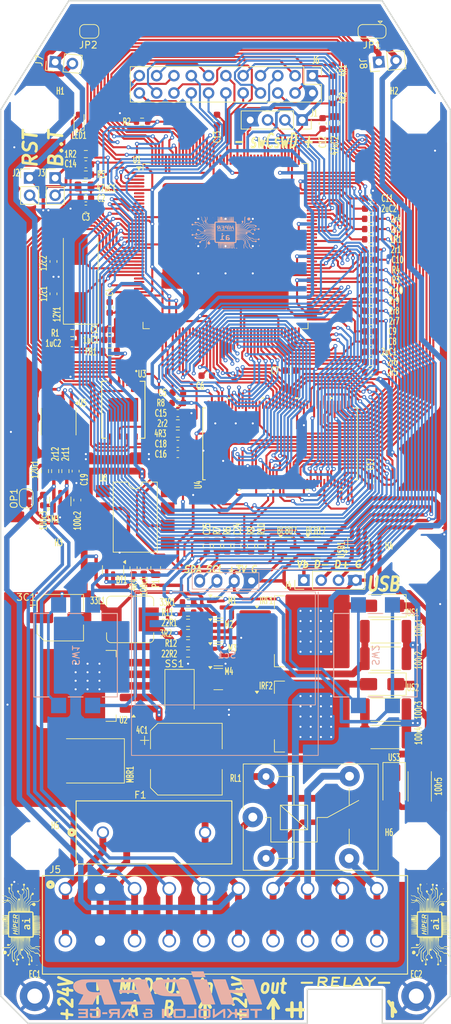
<source format=kicad_pcb>
(kicad_pcb (version 20240108) (generator "pcbnew") (generator_version "8.0")
  (layers (0 "F.Cu" signal) (31 "B.Cu" signal) (34 "B.Paste" user) (35 "F.Paste" user) (36 "B.SilkS" user "B.Silkscreen") (37 "F.SilkS" user "F.Silkscreen") (38 "B.Mask" user) (39 "F.Mask" user) (44 "Edge.Cuts" user))
  (net 0 "")
  (net 40 "Net-(U5-B)")
  (net 41 "Net-(U5-A)")
  (net 42 "Net-(M3-C)")
  (net 43 "Net-(IRF1-G)")
  (net 44 "Net-(IRF2-G)")
  (net 45 "Net-(SS1-K)")
  (net 46 "Net-(M1-C)")
  (net 47 "Net-(U1-PA9)")
  (net 48 "Net-(U1-PC2_C)")
  (net 49 "Net-(U1-PG3)")
  (net 50 "TIM4_CH1_LED")
  (net 51 "DCMI_D6")
  (net 52 "DRAM_A3")
  (net 53 "DCMI_PCLK")
  (net 54 "DRAM_D6")
  (net 55 "DRAM_D1")
  (net 56 "DCMI_PWDN")
  (net 57 "DRAM_D0")
  (net 58 "DRAM_D9")
  (net 59 "FLASH_CS")
  (net 60 "DCMI_RST")
  (net 61 "FLASH_CLK")
  (net 62 "DRAM_CLKE")
  (net 63 "DRAM_D2")
  (net 64 "FLASH_IO1")
  (net 65 "DRAM_D7")
  (net 66 "DRAM_A5")
  (net 67 "DRAM_A1")
  (net 68 "DRAM_BA0")
  (net 69 "DCMI_CLK")
  (net 70 "DRAM_CS")
  (net 71 "DCMI_D4")
  (net 72 "DRAM_A7")
  (net 73 "DRAM_A8")
  (net 74 "FLASH_IO2")
  (net 75 "DRAM_D3")
  (net 76 "DCMI_D3")
  (net 77 "DRAM_WE")
  (net 78 "DRAM_A6")
  (net 79 "DRAM_D11")
  (net 80 "DRAM_CLK")
  (net 81 "FLASH_IO3")
  (net 82 "DCMI_D5")
  (net 83 "DCMI_D1")
  (net 84 "DRAM_BA1")
  (net 85 "DRAM_D8")
  (net 86 "DCMI_D0")
  (net 87 "DCMI_HSYNC")
  (net 88 "DRAM_D5")
  (net 89 "DRAM_A4")
  (net 90 "DRAM_D12")
  (net 91 "DCMI_VSYNC")
  (net 92 "DRAM_D15")
  (net 93 "DRAM_A2")
  (net 94 "DRAM_D4")
  (net 95 "DRAM_A9")
  (net 96 "DRAM_A10")
  (net 97 "DRAM_D13")
  (net 98 "DRAM_A0")
  (net 99 "DCMI_D2")
  (net 100 "DCMI_D7")
  (net 101 "DRAM_CAS")
  (net 102 "DRAM_RAS")
  (net 103 "DRAM_DQM0")
  (net 104 "DRAM_DQM1")
  (net 105 "DRAM_D14")
  (net 106 "DRAM_D10")
  (net 107 "DRAM_A11")
  (net 108 "FLASH_IO0")
  (net 109 "Net-(U1-PH1)")
  (net 110 "GND")
  (net 111 "Net-(U1-PH0)")
  (net 112 "Net-(2uC1-Pad2)")
  (net 113 "Net-(2uC2-Pad2)")
  (net 114 "+3.3V")
  (net 115 "Net-(U1-PA5)")
  (net 116 "Net-(U1-PB10)")
  (net 117 "Net-(U1-PB11)")
  (net 118 "Net-(U1-PB12)")
  (net 119 "Net-(U1-PB13)")
  (net 120 "Net-(U1-PB14)")
  (net 121 "Net-(U1-PB15)")
  (net 122 "/BOOT0")
  (net 123 "DRAM_D26")
  (net 124 "DRAM_D28")
  (net 125 "DRAM_DQM3")
  (net 126 "DRAM_D29")
  (net 127 "DRAM_D18")
  (net 128 "DRAM_D23")
  (net 129 "DRAM_D22")
  (net 130 "DRAM_D21")
  (net 131 "DRAM_D17")
  (net 132 "DRAM_D30")
  (net 133 "DRAM_D20")
  (net 134 "DRAM_D25")
  (net 135 "DRAM_D31")
  (net 136 "DRAM_D16")
  (net 137 "DRAM_D24")
  (net 138 "DRAM_DQM2")
  (net 139 "DRAM_D19")
  (net 140 "DRAM_D27")
  (net 141 "Net-(U1-VDDA)")
  (net 142 "I2C1_SCL")
  (net 143 "I2C1_SDA")
  (net 144 "DCMI_STFROUT")
  (net 145 "DCMI_EXPOSURE")
  (net 146 "DCMI_LEDOUT")
  (net 147 "DCMI_STLNOUT")
  (net 148 "/NRST")
  (net 149 "/SWDIO")
  (net 150 "/SWCLK")
  (net 151 "Net-(U1-PE2)")
  (net 152 "Net-(U1-PA11)")
  (net 153 "TIM4_CH2_OUT")
  (net 154 "Net-(U1-PA12)")
  (net 155 "+24V")
  (net 156 "Net-(IRF1-S)")
  (net 157 "Net-(100c1-Pad1)")
  (net 158 "MB_BBB")
  (net 159 "MB_AAA")
  (net 160 "BUTTON_1")
  (net 161 "BUTTON_2")
  (net 162 "Earth_Clean")
  (net 163 "Net-(IRF2-S)")
  (net 164 "LEDOUT")
  (net 165 "ONBOARD_LEDOUT")
  (net 166 "/+18V~+36V")
  (net 167 "+5V")
  (net 168 "/FS_DM--")
  (net 169 "/FS_DP++")
  (net 170 "OLED_SCK")
  (net 171 "OLED_SDA")
  (net 172 "Net-(LED1-K)")
  (net 173 "Net-(P1-Pad2)")
  (net 174 "Net-(US3-A)")
  (net 175 "LED_IR")
  (net 176 "Net-(BC817-C)")
  (net 177 "Net-(BC807-C)")
  (net 178 "Net-(BC817-B)")
  (net 184 "INPUT")
  (net 185 "UART3_TX")
  (net 186 "UART3_RX")
  (net 187 "Net-(2r3-Pad2)")
  (net 188 "Net-(2r4-Pad2)")
  (net 189 "ROUND_IN")
  (net 192 "G3_MODBUS_EN")
  (net 193 "RELAY_OPEN")
  (net 194 "RELAY_COM")
  (net 195 "RELAY_CLOSED")
  (net 199 "Net-(U1-PD12)")
  (net 200 "Net-(U1-PD13)")
  (net 201 "Net-(120r1-Pad2)")
  (net 202 "Net-(J7-Pin_2)")
  (net 203 "Net-(J8-Pin_1)")
  (footprint "Capacitor_SMD:C_0603_1608Metric" (layer "F.Cu") (at 73 80.5 180)
    (property "Reference" "C16")
    (property "Value" "100nF" (hide yes))
  )
  (footprint "Capacitor_SMD:C_0603_1608Metric" (layer "F.Cu") (at 94.25 32 -90)
    (property "Reference" "C12")
    (property "Value" "100nF" (hide yes))
  )
  (footprint "Package_TO_SOT_SMD:SOT-23" (layer "F.Cu") (at 78.9375 113.5)
    (property "Reference" "M4")
    (property "Value" "MMBT3904" (hide yes))
  )
  (footprint "Resistor_SMD:R_0603_1608Metric" (layer "F.Cu") (at 80.25 94 90)
    (property "Reference" "R6")
    (property "Value" "10K" (hide yes))
  )
  (footprint "Connector_PinHeader_2.54mm:PinHeader_2x11_P2.54mm_Vertical" (layer "F.Cu") (at 92.75 25 -90)
    (property "Reference" "J6")
    (property "Value" "MT9V034" (hide yes))
  )
  (footprint "Package_TO_SOT_SMD:SOT-23-6" (layer "F.Cu") (at 99.5 93.5 90)
    (property "Reference" "USB1")
    (property "Value" "USBLC6-2SC6" (hide yes))
  )
  (footprint "Resistor_SMD:R_0603_1608Metric" (layer "F.Cu") (at 101.25 61)
    (property "Reference" "2r7")
    (property "Value" "220" (hide yes))
  )
  (footprint "Capacitor_SMD:C_0603_1608Metric" (layer "F.Cu") (at 63 62.25)
    (property "Reference" "C1")
    (property "Value" "100nF" (hide yes))
  )
  (footprint "Resistor_SMD:R_0603_1608Metric" (layer "F.Cu") (at 74.5 109.75)
    (property "Reference" "22R2")
    (property "Value" "220K" (hide yes))
  )
  (footprint "Resistor_SMD:R_0603_1608Metric" (layer "F.Cu") (at 95.75 24.25 -90)
    (property "Reference" "4R1")
    (property "Value" "4.7K" (hide yes))
  )
  (footprint "Package_TO_SOT_SMD:SOT-23" (layer "F.Cu") (at 93.25 94.2)
    (property "Reference" "BC817")
    (property "Value" "BC817" (hide yes))
  )
  (footprint "Capacitor_SMD:C_0603_1608Metric" (layer "F.Cu") (at 58.25 87.25 90)
    (property "Reference" "100c2")
    (property "Value" "100pF" (hide yes))
  )
  (footprint "Capacitor_SMD:C_0603_1608Metric" (layer "F.Cu") (at 101.25 62.5)
    (property "Reference" "C9")
    (property "Value" "100nF" (hide yes))
  )
  (footprint "MountingHole:MountingHole_3.2mm_M3" (layer "F.Cu") (at 108 138)
    (property "Reference" "H6")
    (property "Value" "MountingHole_3.2mm_M3" (hide yes))
  )
  (footprint "Package_TO_SOT_SMD:SOT-23" (layer "F.Cu") (at 89.25 94.25)
    (property "Reference" "BC807")
    (property "Value" "BC807" (hide yes))
  )
  (footprint "Package_TO_SOT_SMD:TO-263-2" (layer "F.Cu") (at 92 106.5)
    (property "Reference" "IRF1")
    (property "Value" "IRF540N" (hide yes))
  )
  (footprint "Package_TO_SOT_SMD:SOT-23" (layer "F.Cu") (at 78.9375 110)
    (property "Reference" "M3")
    (property "Value" "MMBT3904" (hide yes))
  )
  (footprint "Package_TO_SOT_SMD:SOT-23" (layer "F.Cu") (at 78.9375 103)
    (property "Reference" "M1")
    (property "Value" "MMBT3904" (hide yes))
  )
  (footprint "Capacitor_SMD:C_0603_1608Metric" (layer "F.Cu") (at 59.5 44.5 180)
    (property "Reference" "C3")
    (property "Value" "100nF" (hide yes))
  )
  (footprint "Resistor_SMD:R_0603_1608Metric" (layer "F.Cu") (at 56.5 83 -90)
    (property "Reference" "2r11")
    (property "Value" "220" (hide yes))
  )
  (footprint "NetTie:NetTie-2_SMD_Pad0.5mm" (layer "F.Cu") (at 111.25 157.25)
    (property "Reference" "CMN1" (hide yes))
    (property "Value" "EarthClean" (hide yes))
  )
  (footprint "Package_DIP:SMDIP-8_W9.53mm" (layer "F.Cu") (at 66.75 89.75)
    (property "Reference" "U6")
    (property "Value" "6N135S" (hide yes))
  )
  (footprint "Capacitor_SMD:C_0603_1608Metric" (layer "F.Cu") (at 54.75 52.25 -90)
    (property "Reference" "12c2")
    (property "Value" "12pF" (hide yes))
  )
  (footprint "Resistor_SMD:R_0603_1608Metric" (layer "F.Cu") (at 57.5 62.75)
    (property "Reference" "R1")
    (property "Value" "10K" (hide yes))
  )
  (footprint "Jumper:SolderJumper-3_P1.3mm_Bridged12_RoundedPad1.0x1.5mm" (layer "F.Cu") (at 101.5 18.5 180)
    (property "Reference" "JP1")
    (property "Value" "Jumper_3_Bridged12" (hide yes))
  )
  (footprint "Resistor_SMD:R_0603_1608Metric" (layer "F.Cu") (at 101.25 55)
    (property "Reference" "R3")
    (property "Value" "10K" (hide yes))
  )
  (footprint "Resistor_SMD:R_0603_1608Metric" (layer "F.Cu") (at 101.25 53.5)
    (property "Reference" "R4")
    (property "Value" "10K" (hide yes))
  )
  (footprint "Inductor_SMD:L_0805_2012Metric" (layer "F.Cu") (at 63 65.5)
    (property "Reference" "FB1")
    (property "Value" "180R-100MHz-2A" (hide yes))
  )
  (footprint "Resistor_SMD:R_0603_1608Metric" (layer "F.Cu") (at 74.5 102.25 180)
    (property "Reference" "33R1")
    (property "Value" "33K" (hide yes))
  )
  (footprint "Capacitor_SMD:C_0603_1608Metric" (layer "F.Cu") (at 54.75 57 90)
    (property "Reference" "12c1")
    (property "Value" "12pF" (hide yes))
  )
  (footprint "Capacitor_SMD:C_0603_1608Metric" (layer "F.Cu") (at 101.25 64)
    (property "Reference" "C8")
    (property "Value" "100nF" (hide yes))
  )
  (footprint "Resistor_SMD:R_0603_1608Metric" (layer "F.Cu") (at 101.25 67)
    (property "Reference" "2r6")
    (property "Value" "220" (hide yes))
  )
  (footprint "Capacitor_SMD:C_0805_2012Metric" (layer "F.Cu") (at 96 31.95 -90)
    (property "Reference" "47uC2")
    (property "Value" "47uF" (hide yes))
  )
  (footprint "MountingHole:MountingHole_3.2mm_M3" (layer "F.Cu") (at 108 96)
    (property "Reference" "H4")
    (property "Value" "MountingHole_3.2mm_M3" (hide yes))
  )
  (footprint "Resistor_SMD:R_0603_1608Metric" (layer "F.Cu") (at 74.5 105.25)
    (property "Reference" "22R1")
    (property "Value" "220K" (hide yes))
  )
  (footprint "Diode_SMD:D_SMA" (layer "F.Cu") (at 103 102.75 180)
    (property "Reference" "US1")
    (property "Value" "US1M" (hide yes))
  )
  (footprint "Jumper:SolderJumper-2_P1.3mm_Bridged_RoundedPad1.0x1.5mm" (layer "F.Cu") (at 50.75 87 90)
    (property "Reference" "OP1")
    (property "Value" "jumper" (hide yes))
  )
  (footprint "MountingHole:MountingHole_3.2mm_M3" (layer "F.Cu") (at 52 30)
    (property "Reference" "H1")
    (property "Value" "MountingHole_3.2mm_M3" (hide yes))
  )
  (footprint "Resistor_SMD:R_0603_1608Metric" (layer "F.Cu") (at 74.5 106.75 180)
    (property "Reference" "3R2")
    (property "Value" "33K" (hide yes))
  )
  (footprint "Capacitor_SMD:C_0805_2012Metric" (layer "F.Cu") (at 59.3 41.25)
    (property "Reference" "47uC1")
    (property "Value" "47uF" (hide yes))
  )
  (footprint "KF142R:CONN_KF142R-5.08-10P_CKE" (layer "F.Cu") (at 56.5 144.25)
    (property "Reference" "J5")
    (property "Value" "KF142R-5.08-10P")
  )
  (footprint "MountingHole:MountingHole_3.2mm_M3" (layer "F.Cu") (at 52 96)
    (property "Reference" "H3")
    (property "Value" "MountingHole_3.2mm_M3" (hide yes))
  )
  (footprint "Capacitor_SMD:C_0603_1608Metric" (layer "F.Cu") (at 89.5 68.25)
    (property "Reference" "C7")
    (property "Value" "100nF" (hide yes))
  )
  (footprint "MountingHole:MountingHole_2.2mm_M2_Pad" (layer "F.Cu") (at 52 160)
    (property "Reference" "EC1")
    (property "Value" "MountingHole_Pad" (hide yes))
  )
  (footprint "Resistor_SMD:R_0603_1608Metric" (layer "F.Cu") (at 83.75 94 90)
    (property "Reference" "R9")
    (property "Value" "10K" (hide yes))
  )
  (footprint "Resistor_SMD:R_0603_1608Metric" (layer "F.Cu") (at 59.5 36.5 180)
    (property "Reference" "1R2")
    (property "Value" "1K" (hide yes))
  )
  (footprint "Crystal:Crystal_SMD_HC49-SD" (layer "F.Cu") (at 58.75 54.75 90)
    (property "Reference" "12Y1")
    (property "Value" "12Mhz" (hide yes))
  )
  (footprint "Diode_SMD:D_SMC" (layer "F.Cu") (at 60.25 125.5 180)
    (property "Reference" "MBR1")
    (property "Value" "S3A/MBRS560" (hide yes))
  )
  (footprint "Fuse:Fuse_0805_2012Metric" (layer "F.Cu") (at 69.75 97.25 90)
    (property "Reference" "P1")
    (property "Value" "PTC 50ma" (hide yes))
  )
  (footprint "Resistor_SMD:R_0603_1608Metric" (layer "F.Cu") (at 95.75 28.25 90)
    (property "Reference" "4R2")
    (property "Value" "4.7K" (hide yes))
  )
  (footprint "Relay_THT:Relay_SPDT_SANYOU_SRD_Series_Form_C" (layer "F.Cu") (at 84 133.75)
    (property "Reference" "RL1")
    (property "Value" "24V RELAY" (hide yes))
  )
  (footprint "Diode_SMD:D_SMA" (layer "F.Cu") (at 103 114.25 180)
    (property "Reference" "US2")
    (property "Value" "US1M" (hide yes))
  )
  (footprint "Capacitor_SMD:CP_Elec_10x10" (layer "F.Cu") (at 74.25 125.25)
    (property "Reference" "4C1")
    (property "Value" "470uF/25V" (hide yes))
  )
  (footprint "MountingHole:MountingHole_3.2mm_M3" (layer "F.Cu") (at 108 30)
    (property "Reference" "H2")
    (property "Value" "MountingHole_3.2mm_M3" (hide yes))
  )
  (footprint "Capacitor_SMD:C_0603_1608Metric" (layer "F.Cu") (at 101.25 52)
    (property "Reference" "C10")
    (property "Value" "100nF" (hide yes))
  )
  (footprint "Connector_PinHeader_2.54mm:PinHeader_1x02_P2.54mm_Vertical" (layer "F.Cu") (at 51.25 40)
    (property "Reference" "J2")
    (property "Value" "RESET" (hide yes))
  )
  (footprint "Resistor_SMD:R_2512_6332Metric_Pad1.40x3.35mm_HandSolder" (layer "F.Cu") (at 103.5 106.5 180)
    (property "Reference" "100r1")
    (property "Value" "100" (hide yes))
  )
  (footprint "Resistor_SMD:R_0603_1608Metric" (layer "F.Cu") (at 73 77.5)
    (property "Reference" "4R3")
    (property "Value" "4.7K" (hide yes))
  )
  (footprint "Capacitor_SMD:C_0603_1608Metric" (layer "F.Cu") (at 101.25 84.5 90)
    (property "Reference" "C17")
    (property "Value" "100nF" (hide yes))
  )
  (footprint "LED_SMD:LED_0603_1608Metric" (layer "F.Cu") (at 58.5 31.5 90)
    (property "Reference" "LED1")
    (property "Value" "LED" (hide yes))
  )
  (footprint "Connector_PinHeader_2.54mm:PinHeader_1x04_P2.54mm_Vertical" (layer "F.Cu") (at 91.5 99 90)
    (property "Reference" "J4")
    (property "Value" "USB" (hide yes))
  )
  (footprint "Package_TO_SOT_SMD:TO-263-2" (layer "F.Cu") (at 92 119)
    (property "Reference" "IRF2")
    (property "Value" "IRF540N" (hide yes))
  )
  (footprint "IS42S32800:TSOP-86_11P9X22P4_ISI" (layer "F.Cu") (at 88 79 90)
    (property "Reference" "U4")
    (property "Value" "IS42S32800B-6T" (hide yes))
  )
  (footprint "MountingHole:MountingHole_3.2mm_M3" (layer "F.Cu") (at 52 138)
    (property "Reference" "H5")
    (property "Value" "MountingHole_3.2mm_M3" (hide yes))
  )
  (footprint "Connector_PinHeader_2.54mm:PinHeader_1x02_P2.54mm_Vertical" (layer "F.Cu") (at 102.5 23 95)
    (property "Reference" "J8")
    (property "Value" "Conn_01x02" (hide yes))
  )
  (footprint "Jumper:SolderJumper-2_P1.3mm_Bridged_RoundedPad1.0x1.5mm" (layer "F.Cu") (at 60 18.5 180)
    (property "Reference" "JP2")
    (property "Value" "Jumper_2_Bridged" (hide yes))
  )
  (footprint "Capacitor_SMD:C_0603_1608Metric" (layer "F.Cu") (at 68 97.25 -90)
    (property "Reference" "100c1")
    (property "Value" "100pF" (hide yes))
  )
  (footprint "Resistor_SMD:R_0603_1608Metric" (layer "F.Cu") (at 101.25 47.5)
    (property "Reference" "2r3")
    (property "Value" "220" (hide yes))
  )
  (footprint "Resistor_SMD:R_0603_1608Metric" (layer "F.Cu") (at 101.25 46)
    (property "Reference" "2r4")
    (property "Value" "220" (hide yes))
  )
  (footprint "Capacitor_SMD:C_0603_1608Metric" (layer "F.Cu") (at 58 83 -90)
    (property "Reference" "C19")
    (property "Value" "100nF" (hide yes))
  )
  (footprint "Capacitor_SMD:C_0603_1608Metric" (layer "F.Cu") (at 78.75 31.5 90)
    (property "Reference" "C13")
    (property "Value" "100nF" (hide yes))
  )
  (footprint "Resistor_SMD:R_0603_1608Metric" (layer "F.Cu") (at 66.5 97.25 -90)
    (property "Reference" "4R4")
    (property "Value" "4.7K" (hide yes))
  )
  (footprint "Resistor_SMD:R_0603_1608Metric" (layer "F.Cu") (at 101.25 49)
    (property "Reference" "1R1")
    (property "Value" "1K" (hide yes))
  )
  (footprint "Connector_PinHeader_2.54mm:PinHeader_1x02_P2.54mm_Vertical" (layer "F.Cu") (at 55 40)
    (property "Reference" "J3")
    (property "Value" "BOOT" (hide yes))
  )
  (footprint "LOGO" (layer "F.Cu") (at 110 149.5 90)
    (property "Reference" "ai" (hide yes))
    (property "Value" "LOGO" (hide yes))
  )
  (footprint "W25Q256JV:WSON8_E_WIN" (layer "F.Cu") (at 65 74 -90)
    (property "Reference" "U3")
    (property "Value" "W25Q256JVEIQ TR" (hide yes))
  )
  (footprint "Resistor_SMD:R_2512_6332Metric_Pad1.40x3.35mm_HandSolder" (layer "F.Cu") (at 103.5 118 180)
    (property "Reference" "100r3")
    (property "Value" "100" (hide yes))
  )
  (footprint "MountingHole:MountingHole_2.2mm_M2_Pad" (layer "F.Cu") (at 108 160)
    (property "Reference" "EC2")
    (property "Value" "MountingHole_Pad" (hide yes))
  )
  (footprint "Inductor_SMD:L_Bourns_SRP7028A_7.3x6.6mm" (layer "F.Cu") (at 66 104.75)
    (property "Reference" "33L1")
    (property "Value" "33uH" (hide yes))
  )
  (footprint "Capacitor_SMD:CP_Elec_6.3x5.9" (layer "F.Cu") (at 55.75 104.5)
    (property "Reference" "3C1")
    (property "Value" "330uF" (hide yes))
  )
  (footprint "Resistor_SMD:R_0603_1608Metric" (layer "F.Cu") (at 101.25 59.5)
    (property "Reference" "2r8")
    (property "Value" "220" (hide yes))
  )
  (footprint "Diode_SMD:D_SMB" (layer "F.Cu") (at 73.25 115.75 -90)
    (property "Reference" "SS1")
    (property "Value" "SS34" (hide yes))
  )
  (footprint "Capacitor_SMD:C_0603_1608Metric" (layer "F.Cu") (at 53.25 87.25 -90)
    (property "Reference" "100c3")
    (property "Value" "100pF" (hide yes))
  )
  (footprint "Resistor_SMD:R_0603_1608Metric" (layer "F.Cu") (at 101.25 50.5 180)
    (property "Reference" "2r1")
    (property "Value" "220" (hide yes))
  )
  (footprint "Package_SO:SOIC-8_3.9x4.9mm_P1.27mm" (layer "F.Cu") (at 55.5 75.75 -90)
    (property "Reference" "U5")
    (property "Value" "MAX3485" (hide yes))
  )
  (footprint "Resistor_SMD:R_0603_1608Metric" (layer "F.Cu") (at 101.25 68.5)
    (property "Reference" "2r5")
    (property "Value" "220" (hide yes))
  )
  (footprint "Capacitor_SMD:C_0603_1608Metric" (layer "F.Cu") (at 57.475 64.25)
    (property "Reference" "1uC2")
    (property "Value" "1uF" (hide yes))
  )
  (footprint "Package_QFP:LQFP-176_24x24mm_P0.5mm" (layer "F.Cu") (at 80 50)
    (property "Reference" "U1")
    (property "Value" "STM32H743IITx" (hide yes))
  )
  (footprint "Package_TO_SOT_SMD:SOT-23" (layer "F.Cu") (at 55.75 87.4375 90)
    (property "Reference" "SM1")
    (property "Value" "SM712_SOT23" (hide yes))
  )
  (footprint "Capacitor_SMD:C_0603_1608Metric" (layer "F.Cu") (at 73 71.5 180)
    (property "Reference" "C5")
    (property "Value" "100nF" (hide yes))
  )
  (footprint "Capacitor_SMD:C_0603_1608Metric" (layer "F.Cu") (at 101.25 43)
    (property "Reference" "C11")
    (property "Value" "100nF" (hide yes))
  )
  (footprint "Capacitor_SMD:C_0603_1608Metric" (layer "F.Cu") (at 63 59 -90)
    (property "Reference" "C4")
    (property "Value" "100nF" (hide yes))
  )
  (footprint "Resistor_SMD:R_0603_1608Metric" (layer "F.Cu") (at 67.75 31.75)
    (property "Reference" "R2")
    (property "Value" "10K" (hide yes))
  )
  (footprint "Resistor_SMD:R_0603_1608Metric" (layer "F.Cu") (at 101.25 56.5)
    (property "Reference" "2r10")
    (property "Value" "220" (hide yes))
  )
  (footprint "Resistor_SMD:R_0603_1608Metric" (layer "F.Cu") (at 53.5 83 90)
    (property "Reference" "120r1")
    (property "Value" "120" (hide yes))
  )
  (footprint "Resistor_SMD:R_0603_1608Metric" (layer "F.Cu") (at 101.25 58)
    (property "Reference" "2r9")
    (property "Value" "220" (hide yes))
  )
  (footprint "Capacitor_SMD:C_0603_1608Metric" (layer "F.Cu") (at 59.5 38 180)
    (property "Reference" "C14")
    (property "Value" "100nF" (hide yes))
  )
  (footprint "Capacitor_SMD:C_0603_1608Metric" (layer "F.Cu") (at 59.5 43 180)
    (property "Reference" "C2")
    (property "Value" "100nF" (hide yes))
  )
  (footprint "Resistor_SMD:R_0603_1608Metric" (layer "F.Cu") (at 78.75 94 90)
    (property "Reference" "R7")
    (property "Value" "10K" (hide yes))
  )
  (footprint "Resistor_SMD:R_0603_1608Metric" (layer "F.Cu") (at 73 73 180)
    (property "Reference" "R8")
    (property "Value" "10K" (hide yes))
  )
  (footprint "FUSE_5x20:CONN02_FUSEBLOCK_22P6X9_LTF" (layer "F.Cu") (at 62 136)
    (property "Reference" "F1")
    (property "Value" "1A" (hide yes))
  )
  (footprint "Resistor_SMD:R_0603_1608Metric" (layer "F.Cu") (at 74.5 108.25 180)
    (property "Reference" "R12")
    (property "Value" "10K" (hide yes))
  )
  (footprint "Package_TO_SOT_SMD:SOT-23" (layer "F.Cu") (at 63.5 97.5 -90)
    (property "Reference" "BT1")
    (property "Value" "BAT54S" (hide yes))
  )
  (footprint "Capacitor_SMD:C_0603_1608Metric" (layer "F.Cu") (at 101.25 65.5 180)
    (property "Reference" "2uC1")
    (property "Value" "2.2uF" (hide yes))
  )
  (footprint "Resistor_SMD:R_0603_1608Metric" (layer "F.Cu") (at 74.5 103.75 180)
    (property "Reference" "R11")
    (property "Value" "10K" (hide yes))
  )
  (footprint "Capacitor_SMD:C_0603_1608Metric" (layer "F.Cu") (at 77.25 69 180)
    (property "Reference" "C6")
    (property "Value" "100nF" (hide yes))
  )
  (footprint "Package_TO_SOT_SMD:SOT-23" (layer "F.Cu") (at 78.9375 106.5)
    (property "Reference" "M2")
    (property "Value" "MMBT3904" (hide yes))
  )
  (footprint "Capacitor_SMD:C_0603_1608Metric" (layer "F.Cu") (at 73 79 180)
    (property "Reference" "C18")
    (property "Value" "100nF" (hide yes))
  )
  (footprint "Package_TO_SOT_SMD:TO-263-5_TabPin3" (layer "F.Cu") (at 59.125 114.5 180)
    (property "Reference" "U2")
    (property "Value" "LM2596S-3.3" (hide yes))
  )
  (footprint "Resistor_SMD:R_0603_1608Metric" (layer "F.Cu") (at 85.25 94 90)
    (property "Reference" "R10")
    (property "Value" "10K" (hide yes))
  )
  (footprint "Resistor_SMD:R_2512_6332Metric_Pad1.40x3.35mm_HandSolder" (layer "F.Cu") (at 103.5 110.5 180)
    (property "Reference" "100r2")
    (property "Value" "100" (hide yes))
  )
  (footprint "Connector_PinSocket_2.54mm:PinSocket_1x04_P2.54mm_Vertical" (layer "F.Cu") (at 91.25 31.5 -90)
    (property "Reference" "J1")
    (property "Value" "SWD" (hide yes))
  )
  (footprint "Connector_PinHeader_2.54mm:PinHeader_1x02_P2.54mm_Vertical" (layer "F.Cu") (at 55 23 85)
    (property "Reference" "J7")
    (property "Value" "Conn_01x02" (hide yes))
  )
  (footprint "Resistor_SMD:R_2512_6332Metric_Pad1.40x3.35mm_HandSolder" (layer "F.Cu") (at 108.5 129.25 -90)
    (property "Reference" "100r5")
    (property "Value" "100" (hide yes))
  )
  (footprint "Capacitor_SMD:C_0603_1608Metric" (layer "F.Cu") (at 101.25 44.5 180)
    (property "Reference" "2uC2")
    (property "Value" "2.2uF" (hide yes))
  )
  (footprint "Capacitor_SMD:C_0603_1608Metric" (layer "F.Cu") (at 73 74.5 180)
    (property "Reference" "C15")
    (property "Value" "100nF" (hide yes))
  )
  (footprint "Capacitor_SMD:C_0603_1608Metric" (layer "F.Cu") (at 77.25 94 90)
    (property "Reference" "C25")
    (property "Value" "100nF" (hide yes))
  )
  (footprint "Resistor_SMD:R_0603_1608Metric" (layer "F.Cu") (at 73 76 180)
    (property "Reference" "2r2")
    (property "Value" "220" (hide yes))
  )
  (footprint "LOGO" (layer "F.Cu") (at 50 149.5 90)
    (property "Reference" "ai" (hide yes))
    (property "Value" "LOGO" (hide yes))
  )
  (footprint "Diode_SMD:D_SMA" (layer "F.Cu") (at 104.75 129.25 -90)
    (property "Reference" "US3")
    (property "Value" "US1M" (hide yes))
  )
  (footprint "Resistor_SMD:R_2512_6332Metric_Pad1.40x3.35mm_HandSolder" (layer "F.Cu") (at 103.5 122 180)
    (property "Reference" "100r4")
    (property "Value" "100" (hide yes))
  )
  (footprint "Capacitor_SMD:C_0603_1608Metric" (layer "F.Cu") (at 63 63.75)
    (property "Reference" "1uC1")
    (property "Value" "1uF" (hide yes))
  )
  (footprint "Capacitor_SMD:C_0603_1608Metric" (layer "F.Cu") (at 81.75 94 90)
    (property "Reference" "C24")
    (property "Value" "100nF" (hide yes))
  )
  (footprint "Resistor_SMD:R_0603_1608Metric" (layer "F.Cu") (at 55 83 -90)
    (property "Reference" "2r12")
    (property "Value" "220" (hide yes))
  )
  (footprint "Resistor_SMD:R_0603_1608Metric" (layer "F.Cu") (at 59.5 39.5 180)
    (property "Reference" "R5")
    (property "Value" "10K" (hide yes))
  )
  (footprint "OLEDI2C:128x64OLED" (layer "B.Cu") (at 80 109 180)
    (property "Reference" "Sc1")
    (property "Value" "SSD1306")
  )
  (footprint "SWITCH12X12:1571217-3_TEC" (layer "B.Cu") (at 102 110 90)
    (property "Reference" "SW2")
    (property "Value" "SWITCH12X12")
  )
  (footprint "LOGO" (layer "B.Cu") (at 80 48 180)
    (property "Reference" "ai" (hide yes))
    (property "Value" "LOGO" (hide yes))
  )
  (footprint "LOGO" (layer "B.Cu") (at 71.525308 159.873247 180)
    (property "Reference" "hiper" (hide yes))
    (property "Value" "LOGO" (hide yes))
  )
  (footprint "SWITCH12X12:1571217-3_TEC" (layer "B.Cu") (at 58 110 90)
    (property "Reference" "SW1")
    (property "Value" "SWITCH12X12")
  )
  (gr_line (start 87 163.25) (end 87 160.5) (stroke (width 0.5)) (layer "F.SilkS"))
  (gr_line (start 89.75 161) (end 89.75 163) (stroke (width 0.5)) (layer "F.SilkS"))
  (gr_line (start 91.39009 162) (end 89 162) (stroke (width 0.5)) (layer "F.SilkS"))
  (gr_line (start 77 163.125) (end 77 160.375) (stroke (width 0.5)) (layer "F.SilkS"))
  (gr_line (start 104.5 161) (end 104.501673 162.949194) (stroke (width 0.5)) (layer "F.SilkS"))
  (gr_line (start 87.75 161.75) (end 87 160.5) (stroke (width 0.5)) (layer "F.SilkS"))
  (gr_line (start 104.954213 162.299132) (end 103.954213 160.799132) (stroke (width 0.5)) (layer "F.SilkS"))
  (gr_line (start 77.75 161.625) (end 77 160.375) (stroke (width 0.5)) (layer "F.SilkS"))
  (gr_line (start 86.25 161.75) (end 87 160.5) (stroke (width 0.5)) (layer "F.SilkS"))
  (gr_line (start 76.25 161.625) (end 77 160.375) (stroke (width 0.5)) (layer "F.SilkS"))
  (gr_line (start 91 161) (end 91 163) (stroke (width 0.5)) (layer "F.SilkS"))
  (gr_poly (pts (xy 47 30) (xy 57 14) (xy 103 14) (xy 113 30) (xy 113 160) (xy 109 164) (xy 103 164) (xy 103 159) (xy 92 159) (xy 92 164) (xy 51 164) (xy 47 160)) (stroke (width 0.2)) (fill none) (layer "Edge.Cuts"))
  (gr_text "Vb D- D+ G" (at 90.25 97.25 0) (layer "F.SilkS") (effects (font (size 1 1) (thickness 0.25) (bold yes) (italic yes)) (justify left bottom)))
  (gr_text "- swCswD +" (at 81 35.75 0) (layer "F.SilkS") (effects (font (size 2 1.2) (thickness 0.3) (bold yes) (italic yes)) (justify left bottom)))
  (gr_text "SDA SCL +3V G" (at 73.75 98 0) (layer "F.SilkS") (effects (font (size 1 0.9) (thickness 0.225) (bold yes) (italic yes)) (justify left bottom)))
  (gr_text "RST" (at 52.52 38.73 90) (layer "F.SilkS") (effects (font (size 2 2) (thickness 0.4) (bold yes) (italic yes)) (justify left bottom)))
  (gr_text "-RELAY-" (at 90.455886 158.665118 0) (layer "F.SilkS") (effects (font (size 1.2 2) (thickness 0.3) (bold yes) (italic yes)) (justify left bottom)))
  (gr_text "MODBUS" (at 64 159.75 0) (layer "F.SilkS") (effects (font (size 2 1.6) (thickness 0.4) (bold yes) (italic yes)) (justify left bottom)))
  (gr_text "out" (at 84.75 159.75 0) (layer "F.SilkS") (effects (font (size 2 1.6) (thickness 0.4) (bold yes) (italic yes)) (justify left bottom)))
  (gr_text "USB" (at 100.5 100.75 0) (layer "F.SilkS") (effects (font (size 2 1.6) (thickness 0.4) (bold yes) (italic yes)) (justify left bottom)))
  (gr_text "in" (at 75.75 159.75 0) (layer "F.SilkS") (effects (font (size 2 1.6) (thickness 0.4) (bold yes) (italic yes)) (justify left bottom)))
  (gr_text "+24V" (at 83.25 164 90) (layer "F.SilkS") (effects (font (size 2 1.6) (thickness 0.4) (bold yes) (italic yes)) (justify left bottom)))
  (gr_text "B..T" (at 56.27 38.73 90) (layer "F.SilkS") (effects (font (size 2 2) (thickness 0.4) (bold yes) (italic yes)) (justify left bottom)))
  (gr_text "A   B" (at 65.5 163 0) (layer "F.SilkS") (effects (font (size 2 1.6) (thickness 0.4) (bold yes) (italic yes)) (justify left bottom)))
  (gr_text "+24V" (at 57.75 164 90) (layer "F.SilkS") (effects (font (size 2 1.6) (thickness 0.4) (bold yes) (italic yes)) (justify left bottom)))
  (gr_text "---" (at 62.25 163.75 90) (layer "F.SilkS") (effects (font (size 2 1.6) (thickness 0.4) (bold yes) (italic yes)) (justify left bottom)))
  (segment (start 56.135 81.81) (end 56.5 82.175) (width 0.5) (layer "F.Cu") (net 40))
  (segment (start 56.135 78.225) (end 56.135 81.81) (width 0.5) (layer "F.Cu") (net 40))
  (segment (start 54.865 78.225) (end 54.865 82.04) (width 0.5) (layer "F.Cu") (net 41))
  (segment (start 54.865 82.04) (end 55 82.175) (width 0.5) (layer "F.Cu") (net 41))
  (segment (start 81 110) (end 79.875 110) (width 0.5) (layer "F.Cu") (net 42))
  (segment (start 81 112.55) (end 81 110) (width 0.5) (layer "F.Cu") (net 42))
  (segment (start 76.5 107.925) (end 76.5 112) (width 0.5) (layer "F.Cu") (net 42))
  (segment (start 76.5 112) (end 77.05 112.55) (width 0.5) (layer "F.Cu") (net 42))
  (segment (start 78 112.55) (end 81 112.55) (width 0.5) (layer "F.Cu") (net 42))
  (segment (start 77.05 112.55) (end 78 112.55) (width 0.5) (layer "F.Cu") (net 42))
  (segment (start 75.325 106.75) (end 76.5 107.925) (width 0.5) (layer "F.Cu") (net 42))
  (segment (start 75.325 103.75) (end 75.325 105.25) (width 0.5) (layer "F.Cu") (net 43))
  (segment (start 82.846593 103.96) (end 84.35 103.96) (width 0.5) (layer "F.Cu") (net 43))
  (segment (start 76.75 106.5) (end 79.875 106.5) (width 0.5) (layer "F.Cu") (net 43))
  (segment (start 75.325 105.25) (end 75.5 105.25) (width 0.5) (layer "F.Cu") (net 43))
  (segment (start 75.5 105.25) (end 76.75 106.5) (width 0.5) (layer "F.Cu") (net 43))
  (segment (start 80.306593 106.5) (end 82.846593 103.96) (width 0.5) (layer "F.Cu") (net 43))
  (segment (start 79.875 106.5) (end 80.306593 106.5) (width 0.5) (layer "F.Cu") (net 43))
  (segment (start 76.75 113.5) (end 79.875 113.5) (width 0.5) (layer "F.Cu") (net 44))
  (segment (start 82.715093 116.46) (end 84.35 116.46) (width 0.5) (layer "F.Cu") (net 44))
  (segment (start 75.325 108.25) (end 75.325 109.75) (width 0.5) (layer "F.Cu") (net 44))
  (segment (start 81.25 113.75) (end 81.25 114.994907) (width 0.5) (layer "F.Cu") (net 44))
  (segment (start 79.875 113.5) (end 81 113.5) (width 0.5) (layer "F.Cu") (net 44))
  (segment (start 81 113.5) (end 81.25 113.75) (width 0.5) (layer "F.Cu") (net 44))
  (segment (start 75.325 112.075) (end 76.75 113.5) (width 0.5) (layer "F.Cu") (net 44))
  (segment (start 81.25 114.994907) (end 82.715093 116.46) (width 0.5) (layer "F.Cu") (net 44))
  (segment (start 75.325 109.75) (end 75.325 112.075) (width 0.5) (layer "F.Cu") (net 44))
  (segment (start 66.775 116.2) (end 70.05 116.2) (width 1) (layer "F.Cu") (net 45))
  (segment (start 72 107.75) (end 68.75 104.5) (width 1) (layer "F.Cu") (net 45))
  (segment (start 73.25 113.6) (end 72 112.35) (width 1) (layer "F.Cu") (net 45))
  (segment (start 70.05 116.2) (end 72.65 113.6) (width 1) (layer "F.Cu") (net 45))
  (segment (start 72.65 113.6) (end 73.25 113.6) (width 1) (layer "F.Cu") (net 45))
  (segment (start 68.75 104.5) (end 68.725 104.5) (width 1) (layer "F.Cu") (net 45))
  (segment (start 72 112.35) (end 72 107.75) (width 1) (layer "F.Cu") (net 45))
  (segment (start 75.325 102.25) (end 76.5 103.425) (width 0.5) (layer "F.Cu") (net 46))
  (segment (start 81 104.5) (end 81 103) (width 0.5) (layer "F.Cu") (net 46))
  (segment (start 81 103) (end 79.875 103) (width 0.5) (layer "F.Cu") (net 46))
  (segment (start 76.5 104.75) (end 77.3 105.55) (width 0.5) (layer "F.Cu") (net 46))
  (segment (start 76.5 103.425) (end 76.5 104.75) (width 0.5) (layer "F.Cu") (net 46))
  (segment (start 79.95 105.55) (end 81 104.5) (width 0.5) (layer "F.Cu") (net 46))
  (segment (start 78 105.55) (end 79.95 105.55) (width 0.5) (layer "F.Cu") (net 46))
  (segment (start 77.3 105.55) (end 78 105.55) (width 0.5) (layer "F.Cu") (net 46))
  (segment (start 98.5 49) (end 100.425 49) (width 0.3) (layer "F.Cu") (net 47))
  (segment (start 97.75 48.25) (end 98.5 49) (width 0.3) (layer "F.Cu") (net 47))
  (segment (start 92.675 45.25) (end 95.749999 45.25) (width 0.3) (layer "F.Cu") (net 47))
  (segment (start 95.749999 45.25) (end 97.75 47.250001) (width 0.3) (layer "F.Cu") (net 47))
  (segment (start 97.75 47.250001) (end 97.75 48.25) (width 0.3) (layer "F.Cu") (net 47))
  (segment (start 67.325 55.75) (end 63 55.75) (width 0.3) (layer "F.Cu") (net 48))
  (segment (start 62.729721 37.020279) (end 60.845279 37.020279) (width 0.3) (layer "F.Cu") (net 48))
  (segment (start 60.845279 37.020279) (end 60.325 36.5) (width 0.3) (layer "F.Cu") (net 48))
  (via (at 63 55.75) (size 0.6) (drill 0.3) (layers "F.Cu" "B.Cu") (net 48))
  (via (at 62.729721 37.020279) (size 0.6) (drill 0.3) (layers "F.Cu" "B.Cu") (net 48))
  (segment (start 67.321242 45.364136) (end 67.321242 50.496184) (width 0.3) (layer "B.Cu") (net 48))
  (segment (start 67.321242 50.496184) (end 63.75 54.067426) (width 0.3) (layer "B.Cu") (net 48))
  (segment (start 62.75 40.792894) (end 67.321242 45.364136) (width 0.3) (layer "B.Cu") (net 48))
  (segment (start 63.75 55) (end 63 55.75) (width 0.3) (layer "B.Cu") (net 48))
  (segment (start 62.729721 37.020279) (end 62.75 37.040558) (width 0.3) (layer "B.Cu") (net 48))
  (segment (start 63.75 54.067426) (end 63.75 55) (width 0.3) (layer "B.Cu") (net 48))
  (segment (start 62.75 37.040558) (end 62.75 40.792894) (width 0.3) (layer "B.Cu") (net 48))
  (segment (start 96.895191 53.25) (end 98.25 53.25) (width 0.3) (layer "F.Cu") (net 49))
  (segment (start 99.5 51.425) (end 100.425 50.5) (width 0.3) (layer "F.Cu") (net 49))
  (segment (start 99.5 52) (end 99.5 51.425) (width 0.3) (layer "F.Cu") (net 49))
  (segment (start 96.5 52.25) (end 96.5 52.854809) (width 0.3) (layer "F.Cu") (net 49))
  (segment (start 92.675 51.75) (end 96 51.75) (width 0.3) (layer "F.Cu") (net 49))
  (segment (start 96.5 52.854809) (end 96.895191 53.25) (width 0.3) (layer "F.Cu") (net 49))
  (segment (start 96 51.75) (end 96.5 52.25) (width 0.3) (layer "F.Cu") (net 49))
  (segment (start 98.25 53.25) (end 99.5 52) (width 0.3) (layer "F.Cu") (net 49))
  (segment (start 80 101.75) (end 79.7 102.05) (width 0.4) (layer "F.Cu") (net 50))
  (segment (start 79.7 102.05) (end 78 102.05) (width 0.4) (layer "F.Cu") (net 50))
  (segment (start 103.54038 55.00962) (end 103.53076 55) (width 0.3) (layer "F.Cu") (net 50))
  (segment (start 103.53076 55) (end 102.075 55) (width 0.3) (layer "F.Cu") (net 50))
  (via (at 80 101.75) (size 0.6) (drill 0.3) (layers "F.Cu" "B.Cu") (net 50))
  (via (at 103.54038 55.00962) (size 0.6) (drill 0.3) (layers "F.Cu" "B.Cu") (net 50))
  (segment (start 108.82218 88.342034) (end 108.82218 67.950861) (width 0.3) (layer "B.Cu") (net 50))
  (segment (start 108.82218 67.950861) (end 105.69038 64.819061) (width 0.3) (layer "B.Cu") (net 50))
  (segment (start 83.573224 101.75) (end 88.343411 96.979813) (width 0.3) (layer "B.Cu") (net 50))
  (segment (start 100.184401 96.979813) (end 108.82218 88.342034) (width 0.3) (layer "B.Cu") (net 50))
  (segment (start 105.69038 57.15962) (end 103.54038 55.00962) (width 0.3) (layer "B.Cu") (net 50))
  (segment (start 88.343411 96.979813) (end 100.184401 96.979813) (width 0.3) (layer "B.Cu") (net 50))
  (segment (start 80 101.75) (end 83.573224 101.75) (width 0.3) (layer "B.Cu") (net 50))
  (segment (start 105.69038 64.819061) (end 105.69038 57.15962) (width 0.3) (layer "B.Cu") (net 50))
  (segment (start 64.66538 39.15) (end 64.66538 40.334619) (width 0.3) (layer "F.Cu") (net 51))
  (segment (start 65.080761 40.75) (end 67.325 40.75) (width 0.3) (layer "F.Cu") (net 51))
  (segment (start 64.66538 40.334619) (end 65.080761 40.75) (width 0.3) (layer "F.Cu") (net 51))
  (via (at 64.66538 39.15) (size 0.6) (drill 0.3) (layers "F.Cu" "B.Cu") (net 51))
  (segment (start 75.75 38.25) (end 79.5 34.5) (width 0.3) (layer "B.Cu") (net 51))
  (segment (start 65.56538 38.25) (end 75.75 38.25) (width 0.3) (layer "B.Cu") (net 51))
  (segment (start 79.5 32.25) (end 77.51 30.26) (width 0.3) (layer "B.Cu") (net 51))
  (segment (start 77.51 30.26) (end 77.51 27.54) (width 0.3) (layer "B.Cu") (net 51))
  (segment (start 79.5 34.5) (end 79.5 32.25) (width 0.3) (layer "B.Cu") (net 51))
  (segment (start 64.66538 39.15) (end 65.56538 38.25) (width 0.3) (layer "B.Cu") (net 51))
  (segment (start 91.976712 69.75) (end 90.5 71.226712) (width 0.3) (layer "F.Cu") (net 52))
  (segment (start 98.128682 69.75) (end 91.976712 69.75) (width 0.3) (layer "F.Cu") (net 52))
  (segment (start 100.235052 71.351892) (end 99.730574 71.351892) (width 0.3) (layer "F.Cu") (net 52))
  (segment (start 65.15 48.25) (end 67.325 48.25) (width 0.3) (layer "F.Cu") (net 52))
  (segment (start 64.65 47.75) (end 65.15 48.25) (width 0.3) (layer "F.Cu") (net 52))
  (segment (start 90.5 71.226712) (end 90.5 73.262399) (width 0.3) (layer "F.Cu") (net 52))
  (segment (start 99.730574 71.351892) (end 98.128682 69.75) (width 0.3) (layer "F.Cu") (net 52))
  (via (at 100.235052 71.351892) (size 0.6) (drill 0.3) (layers "F.Cu" "B.Cu") (net 52))
  (via (at 64.65 47.75) (size 0.6) (drill 0.3) (layers "F.Cu" "B.Cu") (net 52))
  (segment (start 103 71.5) (end 103 86.378682) (width 0.3) (layer "B.Cu") (net 52))
  (segment (start 63.75 84.421576) (end 63.75 73.792894) (width 0.3) (layer "B.Cu") (net 52))
  (segment (start 97.959177 91.419505) (end 70.747929 91.419505) (width 0.3) (layer "B.Cu") (net 52))
  (segment (start 100.235052 71.351892) (end 101.086944 70.5) (width 0.3) (layer "B.Cu") (net 52))
  (segment (start 60.1 70.142894) (end 60.1 52.3) (width 0.3) (layer "B.Cu") (net 52))
  (segment (start 101.086944 70.5) (end 102 70.5) (width 0.3) (layer "B.Cu") (net 52))
  (segment (start 63.75 73.792894) (end 60.1 70.142894) (width 0.3) (layer "B.Cu") (net 52))
  (segment (start 103 86.378682) (end 97.959177 91.419505) (width 0.3) (layer "B.Cu") (net 52))
  (segment (start 60.1 52.3) (end 64.65 47.75) (width 0.3) (layer "B.Cu") (net 52))
  (segment (start 70.747929 91.419505) (end 63.75 84.421576) (width 0.3) (layer "B.Cu") (net 52))
  (segment (start 102 70.5) (end 103 71.5) (width 0.3) (layer "B.Cu") (net 52))
  (segment (start 72.75 58) (end 72.75 62.675) (width 0.3) (layer "F.Cu") (net 53))
  (via (at 72.75 58) (size 0.6) (drill 0.3) (layers "F.Cu" "B.Cu") (net 53))
  (segment (start 67.821242 54.455862) (end 67.821242 45.15703) (width 0.3) (layer "B.Cu") (net 53))
  (segment (start 72.75 58) (end 71.36538 58) (width 0.3) (layer "B.Cu") (net 53))
  (segment (start 75.25 37.25) (end 78.5 34) (width 0.3) (layer "B.Cu") (net 53))
  (segment (start 64.791637 37.25) (end 75.25 37.25) (width 0.3) (layer "B.Cu") (net 53))
  (segment (start 63.25 40.585788) (end 63.25 38.791637) (width 0.3) (layer "B.Cu") (net 53))
  (segment (start 67.821242 45.15703) (end 63.25 40.585788) (width 0.3) (layer "B.Cu") (net 53))
  (segment (start 78.5 34) (end 78.5 32.75) (width 0.3) (layer "B.Cu") (net 53))
  (segment (start 63.25 38.791637) (end 64.791637 37.25) (width 0.3) (layer "B.Cu") (net 53))
  (segment (start 74.97 29.22) (end 74.97 27.54) (width 0.3) (layer "B.Cu") (net 53))
  (segment (start 78.5 32.75) (end 74.97 29.22) (width 0.3) (layer "B.Cu") (net 53))
  (segment (start 71.36538 58) (end 67.821242 54.455862) (width 0.3) (layer "B.Cu") (net 53))
  (segment (start 81.75 64.5) (end 82 64.75) (width 0.3) (layer "F.Cu") (net 54))
  (segment (start 82.500001 84.737601) (end 82.5 79.75) (width 0.3) (layer "F.Cu") (net 54))
  (segment (start 81.75 62.675) (end 81.75 64.5) (width 0.3) (layer "F.Cu") (net 54))
  (segment (start 82.5 79.75) (end 82.500001 79.750001) (width 0.3) (layer "F.Cu") (net 54))
  (via (at 82.5 79.75) (size 0.6) (drill 0.3) (layers "F.Cu" "B.Cu") (net 54))
  (via (at 82 64.75) (size 0.6) (drill 0.3) (layers "F.Cu" "B.Cu") (net 54))
  (segment (start 82 64.75) (end 87.721833 64.75) (width 0.3) (layer "B.Cu") (net 54))
  (segment (start 83.769239 80.4) (end 83.15 80.4) (width 0.3) (layer "B.Cu") (net 54))
  (segment (start 86.15 73.85) (end 86.15 78.019239) (width 0.3) (layer "B.Cu") (net 54))
  (segment (start 83.15 80.4) (end 82.5 79.75) (width 0.3) (layer "B.Cu") (net 54))
  (segment (start 88.798626 65.826793) (end 88.798626 71.201374) (width 0.3) (layer "B.Cu") (net 54))
  (segment (start 87.721833 64.75) (end 88.798626 65.826793) (width 0.3) (layer "B.Cu") (net 54))
  (segment (start 88.798626 71.201374) (end 86.15 73.85) (width 0.3) (layer "B.Cu") (net 54))
  (segment (start 86.15 78.019239) (end 83.769239 80.4) (width 0.3) (layer "B.Cu") (net 54))
  (segment (start 92.675 52.75) (end 94.5 52.75) (width 0.3) (layer "F.Cu") (net 55))
  (segment (start 79.6 87.85) (end 79 87.25) (width 0.3) (layer "F.Cu") (net 55))
  (segment (start 79 87.25) (end 79 84.737601) (width 0.3) (layer "F.Cu") (net 55))
  (segment (start 94.5 52.75) (end 94.75 52.5) (width 0.3) (layer "F.Cu") (net 55))
  (segment (start 83 87.85) (end 79.6 87.85) (width 0.3) (layer "F.Cu") (net 55))
  (via (at 94.75 52.5) (size 0.6) (drill 0.3) (layers "F.Cu" "B.Cu") (net 55))
  (via (at 83 87.85) (size 0.6) (drill 0.3) (layers "F.Cu" "B.Cu") (net 55))
  (segment (start 99.664213 49.5) (end 97.75 49.5) (width 0.3) (layer "B.Cu") (net 55))
  (segment (start 99 83.853555) (end 99 75.040557) (width 0.3) (layer "B.Cu") (net 55))
  (segment (start 99 75.040557) (end 97.6 73.640557) (width 0.3) (layer "B.Cu") (net 55))
  (segment (start 83 87.85) (end 84.050679 88.900679) (width 0.3) (layer "B.Cu") (net 55))
  (segment (start 93.952876 88.900679) (end 99 83.853555) (width 0.3) (layer "B.Cu") (net 55))
  (segment (start 100.89038 67.35962) (end 100.89038 50.726167) (width 0.3) (layer "B.Cu") (net 55))
  (segment (start 97.75 49.5) (end 94.75 52.5) (width 0.3) (layer "B.Cu") (net 55))
  (segment (start 97.6 70.65) (end 100.89038 67.35962) (width 0.3) (layer "B.Cu") (net 55))
  (segment (start 100.89038 50.726167) (end 99.664213 49.5) (width 0.3) (layer "B.Cu") (net 55))
  (segment (start 84.050679 88.900679) (end 93.952876 88.900679) (width 0.3) (layer "B.Cu") (net 55))
  (segment (start 97.6 73.640557) (end 97.6 70.65) (width 0.3) (layer "B.Cu") (net 55))
  (segment (start 79.5 23.5) (end 78.779442 24.220558) (width 0.3) (layer "F.Cu") (net 56))
  (segment (start 73.704779 26.265221) (end 72.43 27.54) (width 0.3) (layer "F.Cu") (net 56))
  (segment (start 78.234779 26.265221) (end 73.704779 26.265221) (width 0.3) (layer "F.Cu") (net 56))
  (segment (start 81.75 30.5) (end 83.856826 28.393174) (width 0.3) (layer "F.Cu") (net 56))
  (segment (start 81.75 37.325) (end 81.75 30.5) (width 0.3) (layer "F.Cu") (net 56))
  (segment (start 78.779442 25.720558) (end 78.234779 26.265221) (width 0.3) (layer "F.Cu") (net 56))
  (segment (start 83.25 23.5) (end 79.5 23.5) (width 0.3) (layer "F.Cu") (net 56))
  (segment (start 78.779442 24.220558) (end 78.779442 25.720558) (width 0.3) (layer "F.Cu") (net 56))
  (segment (start 83.856826 24.106826) (end 83.25 23.5) (width 0.3) (layer "F.Cu") (net 56))
  (segment (start 83.856826 28.393174) (end 83.856826 24.106826) (width 0.3) (layer "F.Cu") (net 56))
  (segment (start 78 87) (end 78 84.737601) (width 0.3) (layer "F.Cu") (net 57))
  (segment (start 84.25 88) (end 83.75 88.5) (width 0.3) (layer "F.Cu") (net 57))
  (segment (start 79.5 88.5) (end 78 87) (width 0.3) (layer "F.Cu") (net 57))
  (segment (start 92.675 53.25) (end 95.25 53.25) (width 0.3) (layer "F.Cu") (net 57))
  (segment (start 83.75 88.5) (end 79.5 88.5) (width 0.3) (layer "F.Cu") (net 57))
  (segment (start 95.25 53.25) (end 95.75 52.75) (width 0.3) (layer "F.Cu") (net 57))
  (via (at 84.25 88) (size 0.6) (drill 0.3) (layers "F.Cu" "B.Cu") (net 57))
  (via (at 95.75 52.75) (size 0.6) (drill 0.3) (layers "F.Cu" "B.Cu") (net 57))
  (segment (start 99.457107 50) (end 97.957106 50) (width 0.3) (layer "B.Cu") (net 57))
  (segment (start 84.25 88) (end 84.65 88.4) (width 0.3) (layer "B.Cu") (net 57))
  (segment (start 95.75 52.207106) (end 95.75 52.75) (width 0.3) (layer "B.Cu") (net 57))
  (segment (start 97.1 73.847663) (end 97.1 70.4) (width 0.3) (layer "B.Cu") (net 57))
  (segment (start 84.65 88.4) (end 93.746448 88.4) (width 0.3) (layer "B.Cu") (net 57))
  (segment (start 98.5 83.646448) (end 98.5 75.247663) (width 0.3) (layer "B.Cu") (net 57))
  (segment (start 100.39038 67.10962) (end 100.39038 50.933273) (width 0.3) (layer "B.Cu") (net 57))
  (segment (start 97.1 70.4) (end 100.39038 67.10962) (width 0.3) (layer "B.Cu") (net 57))
  (segment (start 93.746448 88.4) (end 98.5 83.646448) (width 0.3) (layer "B.Cu") (net 57))
  (segment (start 98.5 75.247663) (end 97.1 73.847663) (width 0.3) (layer "B.Cu") (net 57))
  (segment (start 100.39038 50.933273) (end 99.457107 50) (width 0.3) (layer "B.Cu") (net 57))
  (segment (start 97.957106 50) (end 95.75 52.207106) (width 0.3) (layer "B.Cu") (net 57))
  (segment (start 82.500002 71.639289) (end 82.500002 73.262398) (width 0.3) (layer "F.Cu") (net 58))
  (segment (start 84.935481 66.814519) (end 84.25 66.129038) (width 0.3) (layer "F.Cu") (net 58))
  (segment (start 84.25 66.129038) (end 84.25 62.675) (width 0.3) (layer "F.Cu") (net 58))
  (segment (start 82.829131 71.31016) (end 82.500002 71.639289) (width 0.3) (layer "F.Cu") (net 58))
  (segment (start 82.500002 73.262398) (end 82.500001 73.262399) (width 0.3) (layer "F.Cu") (net 58))
  (via (at 84.935481 66.814519) (size 0.6) (drill 0.3) (layers "F.Cu" "B.Cu") (net 58))
  (via (at 82.829131 71.31016) (size 0.6) (drill 0.3) (layers "F.Cu" "B.Cu") (net 58))
  (segment (start 82.829131 71.31016) (end 83.759079 71.31016) (width 0.3) (layer "B.Cu") (net 58))
  (segment (start 83.759079 71.31016) (end 84.935481 70.133758) (width 0.3) (layer "B.Cu") (net 58))
  (segment (start 84.935481 70.133758) (end 84.935481 66.814519) (width 0.3) (layer "B.Cu") (net 58))
  (segment (start 69.218079 68.75) (end 67.25 68.75) (width 0.3) (layer "F.Cu") (net 59))
  (segment (start 67 69.25) (end 66.905 69.345) (width 0.3) (layer "F.Cu") (net 59))
  (segment (start 67.25 68.75) (end 66.905 69.095) (width 0.3) (layer "F.Cu") (net 59))
  (segment (start 66.905 69.345) (end 66.905 70.0781) (width 0.3) (layer "F.Cu") (net 59))
  (segment (start 70.5 73) (end 72.175 73) (width 0.3) (layer "F.Cu") (net 59))
  (segment (start 96.16538 50.1) (end 96.01538 50.25) (width 0.3) (layer "F.Cu") (net 59))
  (segment (start 96.01538 50.25) (end 92.675 50.25) (width 0.3) (layer "F.Cu") (net 59))
  (segment (start 70.231836 69.763757) (end 69.218079 68.75) (width 0.3) (layer "F.Cu") (net 59))
  (segment (start 70.231836 72.731836) (end 70.5 73) (width 0.3) (layer "F.Cu") (net 59))
  (segment (start 66.905 69.155) (end 67 69.25) (width 0.3) (layer "F.Cu") (net 59))
  (segment (start 66.905 69.095) (end 66.905 69.155) (width 0.3) (layer "F.Cu") (net 59))
  (segment (start 70.231836 69.763757) (end 70.231836 72.731836) (width 0.3) (layer "F.Cu") (net 59))
  (via (at 70.231836 69.763757) (size 0.6) (drill 0.3) (layers "F.Cu" "B.Cu") (net 59))
  (via (at 96.16538 50.1) (size 0.6) (drill 0.3) (layers "F.Cu" "B.Cu") (net 59))
  (segment (start 94 57) (end 94 52.26538) (width 0.3) (layer "B.Cu") (net 59))
  (segment (start 79.359435 58.44082) (end 92.55918 58.44082) (width 0.3) (layer "B.Cu") (net 59))
  (segment (start 70.231836 69.763757) (end 70.25 69.745593) (width 0.3) (layer "B.Cu") (net 59))
  (segment (start 92.55918 58.44082) (end 94 57) (width 0.3) (layer "B.Cu") (net 59))
  (segment (start 70.25 67.550255) (end 79.359435 58.44082) (width 0.3) (layer "B.Cu") (net 59))
  (segment (start 70.25 69.745593) (end 70.25 67.550255) (width 0.3) (layer "B.Cu") (net 59))
  (segment (start 94 52.26538) (end 96.16538 50.1) (width 0.3) (layer "B.Cu") (net 59))
  (segment (start 95.33076 44.75) (end 92.675 44.75) (width 0.3) (layer "F.Cu") (net 60))
  (segment (start 95.66538 44.41538) (end 95.33076 44.75) (width 0.3) (layer "F.Cu") (net 60))
  (via (at 95.66538 44.41538) (size 0.6) (drill 0.3) (layers "F.Cu" "B.Cu") (net 60))
  (segment (start 95.66538 44.41538) (end 95.25 44) (width 0.3) (layer "B.Cu") (net 60))
  (segment (start 86.33 23.8) (end 85.13 25) (width 0.3) (layer "B.Cu") (net 60))
  (segment (start 93.95 23.8) (end 86.33 23.8) (width 0.3) (layer "B.Cu") (net 60))
  (segment (start 95.25 44) (end 95.25 25.1) (width 0.3) (layer "B.Cu") (net 60))
  (segment (start 95.25 25.1) (end 93.95 23.8) (width 0.3) (layer "B.Cu") (net 60))
  (segment (start 56.5 47.5) (end 53 51) (width 0.3) (layer "F.Cu") (net 61))
  (segment (start 64.365 76.885) (end 64.365 77.9219) (width 0.3) (layer "F.Cu") (net 61))
  (segment (start 53 51) (end 53 63.5) (width 0.3) (layer "F.Cu") (net 61))
  (segment (start 66.270195 71.25) (end 68.25 71.25) (width 0.3) (layer "F.Cu") (net 61))
  (segment (start 61.5 48.5) (end 60.5 47.5) (width 0.3) (layer "F.Cu") (net 61))
  (segment (start 65.207106 67) (end 66.270195 68.063089) (width 0.3) (layer "F.Cu") (net 61))
  (segment (start 68.75 76) (end 68.25 76.5) (width 0.3) (layer "F.Cu") (net 61))
  (segment (start 68.25 71.25) (end 68.75 71.75) (width 0.3) (layer "F.Cu") (net 61))
  (segment (start 53 63.5) (end 56.5 67) (width 0.3) (layer "F.Cu") (net 61))
  (segment (start 66.270195 68.063089) (end 66.270195 71.25) (width 0.3) (layer "F.Cu") (net 61))
  (segment (start 63.421573 52.75) (end 61.5 50.828427) (width 0.3) (layer "F.Cu") (net 61))
  (segment (start 60.5 47.5) (end 56.5 47.5) (width 0.3) (layer "F.Cu") (net 61))
  (segment (start 68.75 71.75) (end 68.75 76) (width 0.3) (layer "F.Cu") (net 61))
  (segment (start 68.25 76.5) (end 64.75 76.5) (width 0.3) (layer "F.Cu") (net 61))
  (segment (start 64.75 76.5) (end 64.365 76.885) (width 0.3) (layer "F.Cu") (net 61))
  (segment (start 67.325 52.75) (end 63.421573 52.75) (width 0.3) (layer "F.Cu") (net 61))
  (segment (start 61.5 50.828427) (end 61.5 48.5) (width 0.3) (layer "F.Cu") (net 61))
  (segment (start 56.5 67) (end 65.207106 67) (width 0.3) (layer "F.Cu") (net 61))
  (segment (start 85.75 70) (end 75.75 70) (width 0.3) (layer "F.Cu") (net 62))
  (segment (start 87.000002 73.262399) (end 87.000002 71.250002) (width 0.3) (layer "F.Cu") (net 62))
  (segment (start 87.000002 71.250002) (end 85.75 70) (width 0.3) (layer "F.Cu") (net 62))
  (segment (start 75.75 70) (end 74.25 68.5) (width 0.3) (layer "F.Cu") (net 62))
  (segment (start 74.25 68.5) (end 74.25 62.675) (width 0.3) (layer "F.Cu") (net 62))
  (segment (start 85.75 34.25) (end 86.25 34.75) (width 0.3) (layer "F.Cu") (net 63))
  (segment (start 102.256857 78.5) (end 80.75 78.5) (width 0.3) (layer "F.Cu") (net 63))
  (segment (start 108.207107 41.871318) (end 108.5 42.164211) (width 0.3) (layer "F.Cu") (net 63))
  (segment (start 80.75 78.5) (end 78.75 80.5) (width 0.3) (layer "F.Cu") (net 63))
  (segment (start 100.059618 34.390379) (end 100.726167 34.390379) (width 0.3) (layer "F.Cu") (net 63))
  (segment (start 108.5 42.164211) (end 108.5 72.256857) (width 0.3) (layer "F.Cu") (net 63))
  (segment (start 86.25 34.75) (end 86.25 37.325) (width 0.3) (layer "F.Cu") (net 63))
  (segment (start 100.726167 34.390379) (end 108.207107 41.871318) (width 0.3) (layer "F.Cu") (net 63))
  (segment (start 78.75 81.75) (end 79.499999 82.499999) (width 0.3) (layer "F.Cu") (net 63))
  (segment (start 78.75 80.5) (end 78.75 81.75) (width 0.3) (layer "F.Cu") (net 63))
  (segment (start 108.5 72.256857) (end 102.256857 78.5) (width 0.3) (layer "F.Cu") (net 63))
  (segment (start 79.499999 82.499999) (end 79.499999 84.737601) (width 0.3) (layer "F.Cu") (net 63))
  (via (at 85.75 34.25) (size 0.6) (drill 0.3) (layers "F.Cu" "B.Cu") (net 63))
  (via (at 100.059618 34.390379) (size 0.6) (drill 0.3) (layers "F.Cu" "B.Cu") (net 63))
  (segment (start 94.211734 44.41884) (end 93.25 43.457106) (width 0.3) (layer "B.Cu") (net 63))
  (segment (start 95.323655 48.9) (end 94.211734 47.788079) (width 0.3) (layer "B.Cu") (net 63))
  (segment (start 94.211734 47.788079) (end 94.211734 44.41884) (width 0.3) (layer "B.Cu") (net 63))
  (segment (start 93.25 43.457106) (end 93.25 37.454212) (width 0.3) (layer "B.Cu") (net 63))
  (segment (start 96.735965 48.9) (end 95.323655 48.9) (width 0.3) (layer "B.Cu") (net 63))
  (segment (start 85.9 34.4) (end 85.75 34.25) (width 0.3) (layer "B.Cu") (net 63))
  (segment (start 98.022487 42.944059) (end 98.31538 43.236952) (width 0.3) (layer "B.Cu") (net 63))
  (segment (start 100.059618 34.390379) (end 99.609621 34.390379) (width 0.3) (layer "B.Cu") (net 63))
  (segment (start 93.25 37.454212) (end 90.195788 34.4) (width 0.3) (layer "B.Cu") (net 63))
  (segment (start 98.31538 47.320585) (end 96.735965 48.9) (width 0.3) (layer "B.Cu") (net 63))
  (segment (start 90.195788 34.4) (end 85.9 34.4) (width 0.3) (layer "B.Cu") (net 63))
  (segment (start 97.75 36.25) (end 97.75 42.671573) (width 0.3) (layer "B.Cu") (net 63))
  (segment (start 98.31538 43.236952) (end 98.31538 47.320585) (width 0.3) (layer "B.Cu") (net 63))
  (segment (start 97.75 42.671573) (end 98.022487 42.944059) (width 0.3) (layer "B.Cu") (net 63))
  (segment (start 99.609621 34.390379) (end 97.75 36.25) (width 0.3) (layer "B.Cu") (net 63))
  (segment (start 64.75 67.5) (end 65.635 68.385) (width 0.3) (layer "F.Cu") (net 64))
  (segment (start 60.707106 47) (end 56.25 47) (width 0.3) (layer "F.Cu") (net 64))
  (segment (start 65.635 68.385) (end 65.635 70.0781) (width 0.3) (layer "F.Cu") (net 64))
  (segment (start 63.62868 52.25) (end 62 50.62132) (width 0.3) (layer "F.Cu") (net 64))
  (segment (start 56.25 67.5) (end 64.75 67.5) (width 0.3) (layer "F.Cu") (net 64))
  (segment (start 62 48.292894) (end 60.707106 47) (width 0.3) (layer "F.Cu") (net 64))
  (segment (start 56.25 47) (end 52.5 50.75) (width 0.3) (layer "F.Cu") (net 64))
  (segment (start 52.5 50.75) (end 52.5 63.75) (width 0.3) (layer "F.Cu") (net 64))
  (segment (start 52.5 63.75) (end 56.25 67.5) (width 0.3) (layer "F.Cu") (net 64))
  (segment (start 62 50.62132) (end 62 48.292894) (width 0.3) (layer "F.Cu") (net 64))
  (segment (start 67.325 52.25) (end 63.62868 52.25) (width 0.3) (layer "F.Cu") (net 64))
  (segment (start 83.1 65.929265) (end 83.25 65.779265) (width 0.3) (layer "F.Cu") (net 65))
  (segment (start 83.499999 83.371162) (end 83.957027 82.914134) (width 0.3) (layer "F.Cu") (net 65))
  (segment (start 83.957027 80.207027) (end 83.5 79.75) (width 0.3) (layer "F.Cu") (net 65))
  (segment (start 83.25 65.779265) (end 83.25 62.675) (width 0.3) (layer "F.Cu") (net 65))
  (segment (start 83.957027 82.914134) (end 83.957027 80.207027) (width 0.3) (layer "F.Cu") (net 65))
  (segment (start 83.499999 84.737601) (end 83.499999 83.371162) (width 0.3) (layer "F.Cu") (net 65))
  (via (at 83.1 65.929265) (size 0.6) (drill 0.3) (layers "F.Cu" "B.Cu") (net 65))
  (via (at 83.5 79.75) (size 0.6) (drill 0.3) (layers "F.Cu" "B.Cu") (net 65))
  (segment (start 83.1 65.929265) (end 83.16293 65.866335) (width 0.3) (layer "B.Cu") (net 65))
  (segment (start 83.16293 65.866335) (end 87.866335 65.866335) (width 0.3) (layer "B.Cu") (net 65))
  (segment (start 87.866335 65.866335) (end 88.291802 66.291802) (width 0.3) (layer "B.Cu") (net 65))
  (segment (start 88.291802 70.958198) (end 85.65 73.6) (width 0.3) (layer "B.Cu") (net 65))
  (segment (start 85.65 73.6) (end 85.65 77.6) (width 0.3) (layer "B.Cu") (net 65))
  (segment (start 85.65 77.6) (end 83.5 79.75) (width 0.3) (layer "B.Cu") (net 65))
  (segment (start 88.291802 66.291802) (end 88.291802 70.958198) (width 0.3) (layer "B.Cu") (net 65))
  (segment (start 99.792894 70) (end 98.542894 68.75) (width 0.3) (layer "F.Cu") (net 66))
  (segment (start 98.542894 68.75) (end 91.5625 68.75) (width 0.3) (layer "F.Cu") (net 66))
  (segment (start 101.287349 72.15113) (end 102.15 71.288479) (width 0.3) (layer "F.Cu") (net 66))
  (segment (start 91.5625 68.75) (end 89.500002 70.812498) (width 0.3) (layer "F.Cu") (net 66))
  (segment (start 65.626346 49.25) (end 67.325 49.25) (width 0.3) (layer "F.Cu") (net 66))
  (segment (start 101.5 70) (end 99.792894 70) (width 0.3) (layer "F.Cu") (net 66))
  (segment (start 65.171242 49.6) (end 65.276346 49.6) (width 0.3) (layer "F.Cu") (net 66))
  (segment (start 102.15 71.288479) (end 102.15 70.65) (width 0.3) (layer "F.Cu") (net 66))
  (segment (start 102.15 70.65) (end 101.5 70) (width 0.3) (layer "F.Cu") (net 66))
  (segment (start 101.268567 72.15113) (end 101.287349 72.15113) (width 0.3) (layer "F.Cu") (net 66))
  (segment (start 65.276346 49.6) (end 65.626346 49.25) (width 0.3) (layer "F.Cu") (net 66))
  (segment (start 89.500002 70.812498) (end 89.500002 73.262399) (width 0.3) (layer "F.Cu") (net 66))
  (via (at 101.268567 72.15113) (size 0.6) (drill 0.3) (layers "F.Cu" "B.Cu") (net 66))
  (via (at 65.171242 49.6) (size 0.6) (drill 0.3) (layers "F.Cu" "B.Cu") (net 66))
  (segment (start 101.268567 72.15113) (end 102 72.882563) (width 0.3) (layer "B.Cu") (net 66))
  (segment (start 71.153587 90.410951) (end 64.75 84.007364) (width 0.3) (layer "B.Cu") (net 66))
  (segment (start 64.75 73.378681) (end 61.1 69.728681) (width 0.3) (layer "B.Cu") (net 66))
  (segment (start 64.75 84.007364) (end 64.75 73.378681) (width 0.3) (layer "B.Cu") (net 66))
  (segment (start 61.1 69.728681) (end 61.1 53.671242) (width 0.3) (layer "B.Cu") (net 66))
  (segment (start 97.553519 90.410951) (end 71.153587 90.410951) (width 0.3) (layer "B.Cu") (net 66))
  (segment (start 61.1 53.671242) (end 65.171242 49.6) (width 0.3) (layer "B.Cu") (net 66))
  (segment (start 102 85.96447) (end 97.553519 90.410951) (width 0.3) (layer "B.Cu") (net 66))
  (segment (start 102 72.882563) (end 102 85.96447) (width 0.3) (layer "B.Cu") (net 66))
  (segment (start 65.792893 47.25) (end 67.325 47.25) (width 0.3) (layer "F.Cu") (net 67))
  (segment (start 64.542893 46) (end 65.792893 47.25) (width 0.3) (layer "F.Cu") (net 67))
  (segment (start 63.5 46) (end 64.542893 46) (width 0.3) (layer "F.Cu") (net 67))
  (segment (start 103.681739 82.46826) (end 102.213479 81) (width 0.3) (layer "F.Cu") (net 67))
  (segment (start 102.213479 81) (end 90.707106 81) (width 0.3) (layer "F.Cu") (net 67))
  (segment (start 90.707106 81) (end 89.999999 81.707107) (width 0.3) (layer "F.Cu") (net 67))
  (segment (start 89.999999 81.707107) (end 89.999999 84.737601) (width 0.3) (layer "F.Cu") (net 67))
  (via (at 63.5 46) (size 0.6) (drill 0.3) (layers "F.Cu" "B.Cu") (net 67))
  (via (at 103.681739 82.46826) (size 0.6) (drill 0.3) (layers "F.Cu" "B.Cu") (net 67))
  (segment (start 70.376917 92.462705) (end 62.75 84.835788) (width 0.3) (layer "B.Cu") (net 67))
  (segment (start 104.314137 86.478757) (end 98.330189 92.462705) (width 0.3) (layer "B.Cu") (net 67))
  (segment (start 98.330189 92.462705) (end 70.376917 92.462705) (width 0.3) (layer "B.Cu") (net 67))
  (segment (start 62.75 74.25) (end 59.1 70.6) (width 0.3) (layer "B.Cu") (net 67))
  (segment (start 62.75 84.835788) (end 62.75 74.25) (width 0.3) (layer "B.Cu") (net 67))
  (segment (start 103.681739 82.46826) (end 104.314137 83.100658) (width 0.3) (layer "B.Cu") (net 67))
  (segment (start 104.314137 83.100658) (end 104.314137 86.478757) (width 0.3) (layer "B.Cu") (net 67))
  (segment (start 59.1 50.4) (end 63.5 46) (width 0.3) (layer "B.Cu") (net 67))
  (segment (start 59.1 70.6) (end 59.1 50.4) (width 0.3) (layer "B.Cu") (net 67))
  (segment (start 96.457107 51.25) (end 92.675 51.25) (width 0.3) (layer "F.Cu") (net 68))
  (segment (start 88 86.728553) (end 88 84.737601) (width 0.3) (layer "F.Cu") (net 68))
  (segment (start 89.875 87.375) (end 88.646447 87.375) (width 0.3) (layer "F.Cu") (net 68))
  (segment (start 97.15 52.5) (end 97.15 51.942893) (width 0.3) (layer "F.Cu") (net 68))
  (segment (start 88.646447 87.375) (end 88 86.728553) (width 0.3) (layer "F.Cu") (net 68))
  (segment (start 97.15 51.942893) (end 96.457107 51.25) (width 0.3) (layer "F.Cu") (net 68))
  (via (at 89.875 87.375) (size 0.6) (drill 0.3) (layers "F.Cu" "B.Cu") (net 68))
  (via (at 97.15 52.5) (size 0.6) (drill 0.3) (layers "F.Cu" "B.Cu") (net 68))
  (segment (start 98 83.439342) (end 98 75.454769) (width 0.3) (layer "B.Cu") (net 68))
  (segment (start 99.89038 66.902514) (end 99.89038 51.14038) (width 0.3) (layer "B.Cu") (net 68))
  (segment (start 98.164212 50.5) (end 97.15 51.514212) (width 0.3) (layer "B.Cu") (net 68))
  (segment (start 99.25 50.5) (end 98.164212 50.5) (width 0.3) (layer "B.Cu") (net 68))
  (segment (start 96.6 70.192894) (end 99.89038 66.902514) (width 0.3) (layer "B.Cu") (net 68))
  (segment (start 99.89038 51.14038) (end 99.25 50.5) (width 0.3) (layer "B.Cu") (net 68))
  (segment (start 93.539342 87.9) (end 98 83.439342) (width 0.3) (layer "B.Cu") (net 68))
  (segment (start 89.875 87.375) (end 90.4 87.9) (width 0.3) (layer "B.Cu") (net 68))
  (segment (start 96.6 74.054769) (end 96.6 70.192894) (width 0.3) (layer "B.Cu") (net 68))
  (segment (start 98 75.454769) (end 96.6 74.054769) (width 0.3) (layer "B.Cu") (net 68))
  (segment (start 97.15 51.514212) (end 97.15 52.5) (width 0.3) (layer "B.Cu") (net 68))
  (segment (start 90.4 87.9) (end 93.539342 87.9) (width 0.3) (layer "B.Cu") (net 68))
  (segment (start 95.33076 45.75) (end 92.675 45.75) (width 0.3) (layer "F.Cu") (net 69))
  (segment (start 96.79519 47.21443) (end 95.33076 45.75) (width 0.3) (layer "F.Cu") (net 69))
  (via (at 96.79519 47.21443) (size 0.6) (drill 0.3) (layers "F.Cu" "B.Cu") (net 69))
  (segment (start 97.31538 43.651166) (end 96.75 43.085786) (width 0.3) (layer "B.Cu") (net 69))
  (segment (start 82.885837 22.3) (end 81.685837 23.5) (width 0.3) (layer "B.Cu") (net 69))
  (segment (start 97.31538 46.69424) (end 97.31538 43.651166) (width 0.3) (layer "B.Cu") (net 69))
  (segment (start 96.75 24.47868) (end 94.57132 22.3) (width 0.3) (layer "B.Cu") (net 69))
  (segment (start 71.39 23.5) (end 69.89 25) (width 0.3) (layer "B.Cu") (net 69))
  (segment (start 81.685837 23.5) (end 71.39 23.5) (width 0.3) (layer "B.Cu") (net 69))
  (segment (start 94.57132 22.3) (end 82.885837 22.3) (width 0.3) (layer "B.Cu") (net 69))
  (segment (start 96.75 43.085786) (end 96.75 24.47868) (width 0.3) (layer "B.Cu") (net 69))
  (segment (start 96.79519 47.21443) (end 97.31538 46.69424) (width 0.3) (layer "B.Cu") (net 69))
  (segment (start 86.999999 84.737601) (end 86.999999 87.500001) (width 0.3) (layer "F.Cu") (net 70))
  (segment (start 86.999999 87.500001) (end 83.75 90.75) (width 0.3) (layer "F.Cu") (net 70))
  (segment (start 83.75 90.75) (end 83.75 93.175) (width 0.3) (layer "F.Cu") (net 70))
  (segment (start 86.999999 82.537786) (end 86.999999 84.737601) (width 0.3) (layer "F.Cu") (net 70))
  (segment (start 87.35 82.187785) (end 86.999999 82.537786) (width 0.3) (layer "F.Cu") (net 70))
  (segment (start 73.75 69.25) (end 73.75 62.675) (width 0.3) (layer "F.Cu") (net 70))
  (via (at 73.75 69.25) (size 0.6) (drill 0.3) (layers "F.Cu" "B.Cu") (net 70))
  (via (at 87.35 82.187785) (size 0.6) (drill 0.3) (layers "F.Cu" "B.Cu") (net 70))
  (segment (start 91.862089 72.462611) (end 89.15 75.1747) (width 0.3) (layer "B.Cu") (net 70))
  (segment (start 88.714469 61.5) (end 91.862089 64.64762) (width 0.3) (layer "B.Cu") (net 70))
  (segment (start 73.75 69.25) (end 74.75 68.25) (width 0.3) (layer "B.Cu") (net 70))
  (segment (start 80.542893 61.5) (end 88.714469 61.5) (width 0.3) (layer "B.Cu") (net 70))
  (segment (start 91.862089 64.64762) (end 91.862089 72.462611) (width 0.3) (layer "B.Cu") (net 70))
  (segment (start 89.15 81.226346) (end 88.188561 82.187785) (width 0.3) (layer "B.Cu") (net 70))
  (segment (start 74.75 68.25) (end 74.75 67.292893) (width 0.3) (layer "B.Cu") (net 70))
  (segment (start 89.15 75.1747) (end 89.15 81.226346) (width 0.3) (layer "B.Cu") (net 70))
  (segment (start 88.188561 82.187785) (end 87.35 82.187785) (width 0.3) (layer "B.Cu") (net 70))
  (segment (start 74.75 67.292893) (end 80.542893 61.5) (width 0.3) (layer "B.Cu") (net 70))
  (segment (start 65.877932 40.25) (end 67.325 40.25) (width 0.3) (layer "F.Cu") (net 71))
  (segment (start 65.459311 39.831379) (end 65.877932 40.25) (width 0.3) (layer "F.Cu") (net 71))
  (via (at 65.459311 39.831379) (size 0.6) (drill 0.3) (layers "F.Cu" "B.Cu") (net 71))
  (segment (start 80.05 34.657107) (end 80.05 27.54) (width 0.3) (layer "B.Cu") (net 71))
  (segment (start 66.54069 38.75) (end 75.957107 38.75) (width 0.3) (layer "B.Cu") (net 71))
  (segment (start 75.957107 38.75) (end 80.05 34.657107) (width 0.3) (layer "B.Cu") (net 71))
  (segment (start 65.459311 39.831379) (end 66.54069 38.75) (width 0.3) (layer "B.Cu") (net 71))
  (segment (start 82.25 68.5) (end 86.457107 68.5) (width 0.3) (layer "F.Cu") (net 72))
  (segment (start 78.849232 68.341848) (end 78.25 67.742616) (width 0.3) (layer "F.Cu") (net 72))
  (segment (start 86.457107 68.5) (end 88.500002 70.542895) (width 0.3) (layer "F.Cu") (net 72))
  (segment (start 88.500002 70.542895) (end 88.500002 73.262399) (width 0.3) (layer "F.Cu") (net 72))
  (segment (start 81.75 68) (end 82.25 68.5) (width 0.3) (layer "F.Cu") (net 72))
  (segment (start 78.25 67.742616) (end 78.25 62.675) (width 0.3) (layer "F.Cu") (net 72))
  (via (at 81.75 68) (size 0.6) (drill 0.3) (layers "F.Cu" "B.Cu") (net 72))
  (via (at 78.849232 68.341848) (size 0.6) (drill 0.3) (layers "F.Cu" "B.Cu") (net 72))
  (segment (start 78.849232 68.341848) (end 78.849232 68.849232) (width 0.3) (layer "B.Cu") (net 72))
  (segment (start 78.849232 68.849232) (end 79.31538 69.31538) (width 0.3) (layer "B.Cu") (net 72))
  (segment (start 81.75 68.919239) (end 81.75 68) (width 0.3) (layer "B.Cu") (net 72))
  (segment (start 79.31538 69.31538) (end 81.353859 69.31538) (width 0.3) (layer "B.Cu") (net 72))
  (segment (start 81.353859 69.31538) (end 81.75 68.919239) (width 0.3) (layer "B.Cu") (net 72))
  (segment (start 79.6 68.173377) (end 78.75 67.323377) (width 0.3) (layer "F.Cu") (net 73))
  (segment (start 78.75 67.323377) (end 78.75 62.675) (width 0.3) (layer "F.Cu") (net 73))
  (segment (start 86.25 69) (end 88 70.75) (width 0.3) (layer "F.Cu") (net 73))
  (segment (start 81.41924 69) (end 86.25 69) (width 0.3) (layer "F.Cu") (net 73))
  (segment (start 81.08462 68.66538) (end 81.41924 69) (width 0.3) (layer "F.Cu") (net 73))
  (segment (start 88 70.75) (end 88 73.262399) (width 0.3) (layer "F.Cu") (net 73))
  (segment (start 79.6 68.618163) (end 79.6 68.173377) (width 0.3) (layer "F.Cu") (net 73))
  (via (at 81.08462 68.66538) (size 0.6) (drill 0.3) (layers "F.Cu" "B.Cu") (net 73))
  (via (at 79.6 68.618163) (size 0.6) (drill 0.3) (layers "F.Cu" "B.Cu") (net 73))
  (segment (start 79.6 68.618163) (end 81.037403 68.618163) (width 0.3) (layer "B.Cu") (net 73))
  (segment (start 81.037403 68.618163) (end 81.08462 68.66538) (width 0.3) (layer "B.Cu") (net 73))
  (segment (start 63 50.207107) (end 63 47.878682) (width 0.3) (layer "F.Cu") (net 74))
  (segment (start 51.5 64.164213) (end 55.421575 68.085789) (width 0.3) (layer "F.Cu") (net 74))
  (segment (start 67.325 51.25) (end 64.042893 51.25) (width 0.3) (layer "F.Cu") (net 74))
  (segment (start 63 47.878682) (end 61.121318 46) (width 0.3) (layer "F.Cu") (net 74))
  (segment (start 55.835786 68.5) (end 64.25 68.5) (width 0.3) (layer "F.Cu") (net 74))
  (segment (start 51.5 50.25) (end 51.5 64.164213) (width 0.3) (layer "F.Cu") (net 74))
  (segment (start 64.042893 51.25) (end 63 50.207107) (width 0.3) (layer "F.Cu") (net 74))
  (segment (start 55.75 46) (end 51.5 50.25) (width 0.3) (layer "F.Cu") (net 74))
  (segment (start 61.121318 46) (end 55.75 46) (width 0.3) (layer "F.Cu") (net 74))
  (segment (start 64.365 68.615) (end 64.365 70.0781) (width 0.3) (layer "F.Cu") (net 74))
  (segment (start 55.421575 68.085789) (end 55.835786 68.5) (width 0.3) (layer "F.Cu") (net 74))
  (segment (start 64.25 68.5) (end 64.365 68.615) (width 0.3) (layer "F.Cu") (net 74))
  (segment (start 85.75 35.5) (end 85.75 37.325) (width 0.3) (layer "F.Cu") (net 75))
  (segment (start 102.5 79) (end 81 79) (width 0.3) (layer "F.Cu") (net 75))
  (segment (start 100.783274 33.74038) (end 108.707107 41.664212) (width 0.3) (layer "F.Cu") (net 75))
  (segment (start 81 79) (end 80.5 79.5) (width 0.3) (layer "F.Cu") (net 75))
  (segment (start 84.5 34.25) (end 85.75 35.5) (width 0.3) (layer "F.Cu") (net 75))
  (segment (start 109 41.957105) (end 109 72.5) (width 0.3) (layer "F.Cu") (net 75))
  (segment (start 108.707107 41.664212) (end 109 41.957105) (width 0.3) (layer "F.Cu") (net 75))
  (segment (start 99.40962 33.74038) (end 100.783274 33.74038) (width 0.3) (layer "F.Cu") (net 75))
  (segment (start 80.5 79.5) (end 80.5 84.737601) (width 0.3) (layer "F.Cu") (net 75))
  (segment (start 109 72.5) (end 102.5 79) (width 0.3) (layer "F.Cu") (net 75))
  (via (at 84.5 34.25) (size 0.6) (drill 0.3) (layers "F.Cu" "B.Cu") (net 75))
  (via (at 99.40962 33.74038) (size 0.6) (drill 0.3) (layers "F.Cu" "B.Cu") (net 75))
  (segment (start 97.1 49.4) (end 95.116548 49.4) (width 0.3) (layer "B.Cu") (net 75))
  (segment (start 99.666727 35.040379) (end 98.25 36.457106) (width 0.3) (layer "B.Cu") (net 75))
  (segment (start 100.328857 35.040379) (end 99.666727 35.040379) (width 0.3) (layer "B.Cu") (net 75))
  (segment (start 98.81538 47.68462) (end 97.1 49.4) (width 0.3) (layer "B.Cu") (net 75))
  (segment (start 98.25 42.464464) (end 98.81538 43.029844) (width 0.3) (layer "B.Cu") (net 75))
  (segment (start 92.75 37.661318) (end 89.988682 34.9) (width 0.3) (layer "B.Cu") (net 75))
  (segment (start 89.988682 34.9) (end 85.15 34.9) (width 0.3) (layer "B.Cu") (net 75))
  (segment (start 93.711734 44.625946) (end 92.75 43.664212) (width 0.3) (layer "B.Cu") (net 75))
  (segment (start 99.40962 33.74038) (end 100.328858 33.74038) (width 0.3) (layer "B.Cu") (net 75))
  (segment (start 95.116548 49.4) (end 93.711734 47.995186) (width 0.3) (layer "B.Cu") (net 75))
  (segment (start 100.709618 34.659618) (end 100.328857 35.040379) (width 0.3) (layer "B.Cu") (net 75))
  (segment (start 100.709618 34.12114) (end 100.709618 34.659618) (width 0.3) (layer "B.Cu") (net 75))
  (segment (start 85.15 34.9) (end 84.5 34.25) (width 0.3) (layer "B.Cu") (net 75))
  (segment (start 100.328858 33.74038) (end 100.709618 34.12114) (width 0.3) (layer "B.Cu") (net 75))
  (segment (start 98.25 36.457106) (end 98.25 42.464464) (width 0.3) (layer "B.Cu") (net 75))
  (segment (start 92.75 43.664212) (end 92.75 37.661318) (width 0.3) (layer "B.Cu") (net 75))
  (segment (start 98.81538 43.029844) (end 98.81538 47.68462) (width 0.3) (layer "B.Cu") (net 75))
  (segment (start 93.711734 47.995186) (end 93.711734 44.625946) (width 0.3) (layer "B.Cu") (net 75))
  (segment (start 81.306727 28.943273) (end 81.306727 26.256727) (width 0.3) (layer "F.Cu") (net 76))
  (segment (start 80.25 30) (end 81.306727 28.943273) (width 0.3) (layer "F.Cu") (net 76))
  (segment (start 81.306727 26.256727) (end 80.05 25) (width 0.3) (layer "F.Cu") (net 76))
  (segment (start 80.25 37.325) (end 80.25 30) (width 0.3) (layer "F.Cu") (net 76))
  (segment (start 73.1 68.491051) (end 73.25 68.341051) (width 0.3) (layer "F.Cu") (net 77))
  (segment (start 85.126347 81.376346) (end 85.5 81.749999) (width 0.3) (layer "F.Cu") (net 77))
  (segment (start 85.5 81.749999) (end 85.5 84.737601) (width 0.3) (layer "F.Cu") (net 77))
  (segment (start 73.25 68.341051) (end 73.25 62.675) (width 0.3) (layer "F.Cu") (net 77))
  (via (at 85.126347 81.376346) (size 0.6) (drill 0.3) (layers "F.Cu" "B.Cu") (net 77))
  (via (at 73.1 68.491051) (size 0.6) (drill 0.3) (layers "F.Cu" "B.Cu") (net 77))
  (segment (start 88.245668 82.837785) (end 86.587786 82.837785) (width 0.3) (layer "B.Cu") (net 77))
  (segment (start 73.1 68.491051) (end 73.758949 68.491051) (width 0.3) (layer "B.Cu") (net 77))
  (segment (start 74.25 68) (end 74.25 67.085786) (width 0.3) (layer "B.Cu") (net 77))
  (segment (start 89.65 75.381806) (end 89.65 81.433453) (width 0.3) (layer "B.Cu") (net 77))
  (segment (start 88.895956 60.97438) (end 92.362089 64.440513) (width 0.3) (layer "B.Cu") (net 77))
  (segment (start 80.361406 60.97438) (end 88.895956 60.97438) (width 0.3) (layer "B.Cu") (net 77))
  (segment (start 74.25 67.085786) (end 80.361406 60.97438) (width 0.3) (layer "B.Cu") (net 77))
  (segment (start 86.587786 82.837785) (end 85.126347 81.376346) (width 0.3) (layer "B.Cu") (net 77))
  (segment (start 73.758949 68.491051) (end 74.25 68) (width 0.3) (layer "B.Cu") (net 77))
  (segment (start 89.65 81.433453) (end 88.245668 82.837785) (width 0.3) (layer "B.Cu") (net 77))
  (segment (start 92.362089 64.440513) (end 92.362089 72.669717) (width 0.3) (layer "B.Cu") (net 77))
  (segment (start 92.362089 72.669717) (end 89.65 75.381806) (width 0.3) (layer "B.Cu") (net 77))
  (segment (start 76.75 67.25) (end 76.75 62.675) (width 0.3) (layer "F.Cu") (net 78))
  (segment (start 82.761932 68) (end 86.664214 68) (width 0.3) (layer "F.Cu") (net 78))
  (segment (start 76.25 67.75) (end 76.75 67.25) (width 0.3) (layer "F.Cu") (net 78))
  (segment (start 86.664214 68) (end 89.000001 70.335787) (width 0.3) (layer "F.Cu") (net 78))
  (segment (start 82.508949 67.747017) (end 82.761932 68) (width 0.3) (layer "F.Cu") (net 78))
  (segment (start 89.000001 70.335787) (end 89.000001 73.262399) (width 0.3) (layer "F.Cu") (net 78))
  (via (at 82.508949 67.747017) (size 0.6) (drill 0.3) (layers "F.Cu" "B.Cu") (net 78))
  (via (at 76.25 67.75) (size 0.6) (drill 0.3) (layers "F.Cu" "B.Cu") (net 78))
  (segment (start 82.508949 68.867397) (end 82.508949 67.747017) (width 0.3) (layer "B.Cu") (net 78))
  (segment (start 81.560966 69.81538) (end 82.508949 68.867397) (width 0.3) (layer "B.Cu") (net 78))
  (segment (start 77 67.75) (end 79.06538 69.81538) (width 0.3) (layer "B.Cu") (net 78))
  (segment (start 79.06538 69.81538) (end 81.560966 69.81538) (width 0.3) (layer "B.Cu") (net 78))
  (segment (start 76.25 67.75) (end 77 67.75) (width 0.3) (layer "B.Cu") (net 78))
  (segment (start 86.809442 66.850001) (end 85.25 65.290559) (width 0.3) (layer "F.Cu") (net 79))
  (segment (start 81.000001 73.262399) (end 81.000001 71.749999) (width 0.3) (layer "F.Cu") (net 79))
  (segment (start 81.000001 71.749999) (end 81.25 71.5) (width 0.3) (layer "F.Cu") (net 79))
  (segment (start 85.25 65.290559) (end 85.25 62.675) (width 0.3) (layer "F.Cu") (net 79))
  (via (at 81.25 71.5) (size 0.6) (drill 0.3) (layers "F.Cu" "B.Cu") (net 79))
  (via (at 86.809442 66.850001) (size 0.6) (drill 0.3) (layers "F.Cu" "B.Cu") (net 79))
  (segment (start 86.809442 69.674011) (end 86.809442 66.850001) (width 0.3) (layer "B.Cu") (net 79))
  (segment (start 81.25 71.5) (end 82.21016 72.46016) (width 0.3) (layer "B.Cu") (net 79))
  (segment (start 82.21016 72.46016) (end 84.023293 72.46016) (width 0.3) (layer "B.Cu") (net 79))
  (segment (start 84.023293 72.46016) (end 86.809442 69.674011) (width 0.3) (layer "B.Cu") (net 79))
  (segment (start 96.75 49.25) (end 92.675 49.25) (width 0.3) (layer "F.Cu") (net 80))
  (segment (start 98.700003 51.75) (end 98.700003 51.200003) (width 0.3) (layer "F.Cu") (net 80))
  (segment (start 86.5 72.45962) (end 86.5 73.262399) (width 0.3) (layer "F.Cu") (net 80))
  (segment (start 98.700003 51.200003) (end 96.75 49.25) (width 0.3) (layer "F.Cu") (net 80))
  (segment (start 86.14519 72.10481) (end 86.5 72.45962) (width 0.3) (layer "F.Cu") (net 80))
  (via (at 86.14519 72.10481) (size 0.6) (drill 0.3) (layers "F.Cu" "B.Cu") (net 80))
  (via (at 98.700003 51.75) (size 0.6) (drill 0.3) (layers "F.Cu" "B.Cu") (net 80))
  (segment (start 79.566542 58.94082) (end 70.75 67.757362) (width 0.3) (layer "B.Cu") (net 80))
  (segment (start 84.78984 73.46016) (end 86.14519 72.10481) (width 0.3) (layer "B.Cu") (net 80))
  (segment (start 92.80918 58.94082) (end 79.566542 58.94082) (width 0.3) (layer "B.Cu") (net 80))
  (segment (start 98.700003 53.049997) (end 92.80918 58.94082) (width 0.3) (layer "B.Cu") (net 80))
  (segment (start 70.75 67.757362) (end 70.75 69.37132) (width 0.3) (layer "B.Cu") (net 80))
  (segment (start 98.700003 51.75) (end 98.700003 53.049997) (width 0.3) (layer "B.Cu") (net 80))
  (segment (start 81.583815 73.46016) (end 84.78984 73.46016) (width 0.3) (layer "B.Cu") (net 80))
  (segment (start 70.75 69.37132) (end 73.37868 72) (width 0.3) (layer "B.Cu") (net 80))
  (segment (start 80.123655 72) (end 81.583815 73.46016) (width 0.3) (layer "B.Cu") (net 80))
  (segment (start 73.37868 72) (end 80.123655 72) (width 0.3) (layer "B.Cu") (net 80))
  (segment (start 56.42868 69.8) (end 60.05 69.8) (width 0.3) (layer "F.Cu") (net 81))
  (segment (start 60.75 78.957107) (end 61.292893 79.5) (width 0.3) (layer "F.Cu") (net 81))
  (segment (start 61.292893 79.5) (end 65.25 79.5) (width 0.3) (layer "F.Cu") (net 81))
  (segment (start 65.25 79.5) (end 65.635 79.115) (width 0.3) (layer "F.Cu") (net 81))
  (segment (start 51 64.37132) (end 56.42868 69.8) (width 0.3) (layer "F.Cu") (net 81))
  (segment (start 67.325 50.75) (end 64.25 50.75) (width 0.3) (layer "F.Cu") (net 81))
  (segment (start 64.25 50.75) (end 63.5 50) (width 0.3) (layer "F.Cu") (net 81))
  (segment (start 63.5 47.671576) (end 61.621318 45.792893) (width 0.3) (layer "F.Cu") (net 81))
  (segment (start 60.75 70.5) (end 60.75 78.957107) (width 0.3) (layer "F.Cu") (net 81))
  (segment (start 63.5 50) (end 63.5 47.671576) (width 0.3) (layer "F.Cu") (net 81))
  (segment (start 61.621318 45.792893) (end 61.328425 45.5) (width 0.3) (layer "F.Cu") (net 81))
  (segment (start 65.635 79.115) (end 65.635 77.9219) (width 0.3) (layer "F.Cu") (net 81))
  (segment (start 61.328425 45.5) (end 55.542894 45.5) (width 0.3) (layer "F.Cu") (net 81))
  (segment (start 60.05 69.8) (end 60.75 70.5) (width 0.3) (layer "F.Cu") (net 81))
  (segment (start 51 50.042894) (end 51 64.37132) (width 0.3) (layer "F.Cu") (net 81))
  (segment (start 55.542894 45.5) (end 51 50.042894) (width 0.3) (layer "F.Cu") (net 81))
  (segment (start 75.25 33.414212) (end 72.085788 30.25) (width 0.3) (layer "F.Cu") (net 82))
  (segment (start 75.76 23.25) (end 77.51 25) (width 0.3) (layer "F.Cu") (net 82))
  (segment (start 64.75 25.5) (end 67 23.25) (width 0.3) (layer "F.Cu") (net 82))
  (segment (start 64.75 28.957107) (end 64.75 25.5) (width 0.3) (layer "F.Cu") (net 82))
  (segment (start 66.042893 30.25) (end 64.75 28.957107) (width 0.3) (layer "F.Cu") (net 82))
  (segment (start 75.25 37.325) (end 75.25 33.414212) (width 0.3) (layer "F.Cu") (net 82))
  (segment (start 67 23.25) (end 75.76 23.25) (width 0.3) (layer "F.Cu") (net 82))
  (segment (start 72.085788 30.25) (end 66.042893 30.25) (width 0.3) (layer "F.Cu") (net 82))
  (segment (start 95.361734 46.877048) (end 94.988782 47.25) (width 0.3) (layer "F.Cu") (net 83))
  (segment (start 94.988782 47.25) (end 92.675 47.25) (width 0.3) (layer "F.Cu") (net 83))
  (via (at 95.361734 46.877048) (size 0.6) (drill 0.3) (layers "F.Cu" "B.Cu") (net 83))
  (segment (start 95.75 24.892894) (end 94.157106 23.3) (width 0.3) (layer "B.Cu") (net 83))
  (segment (start 96.31538 44.06538) (end 95.75 43.5) (width 0.3) (layer "B.Cu") (net 83))
  (segment (start 96.31538 45.923402) (end 96.31538 44.06538) (width 0.3) (layer "B.Cu") (net 83))
  (segment (start 84.29 23.3) (end 82.59 25) (width 0.3) (layer "B.Cu") (net 83))
  (segment (start 95.361734 46.877048) (end 96.31538 45.923402) (width 0.3) (layer "B.Cu") (net 83))
  (segment (start 94.157106 23.3) (end 84.29 23.3) (width 0.3) (layer "B.Cu") (net 83))
  (segment (start 95.75 43.5) (end 95.75 24.892894) (width 0.3) (layer "B.Cu") (net 83))
  (segment (start 97.25 50.75) (end 92.675 50.75) (width 0.3) (layer "F.Cu") (net 84))
  (segment (start 88.499999 84.737601) (end 88.499999 86.249999) (width 0.3) (layer "F.Cu") (net 84))
  (segment (start 90.725 86.725) (end 91.25 87.25) (width 0.3) (layer "F.Cu") (net 84))
  (segment (start 97.908949 52) (end 97.908949 51.408949) (width 0.3) (layer "F.Cu") (net 84))
  (segment (start 88.499999 86.249999) (end 88.975 86.725) (width 0.3) (layer "F.Cu") (net 84))
  (segment (start 88.975 86.725) (end 90.725 86.725) (width 0.3) (layer "F.Cu") (net 84))
  (segment (start 97.908949 51.408949) (end 97.25 50.75) (width 0.3) (layer "F.Cu") (net 84))
  (via (at 97.908949 52) (size 0.6) (drill 0.3) (layers "F.Cu" "B.Cu") (net 84))
  (via (at 91.25 87.25) (size 0.6) (drill 0.3) (layers "F.Cu" "B.Cu") (net 84))
  (segment (start 97.5 75.661875) (end 97.5 83.232236) (width 0.3) (layer "B.Cu") (net 84))
  (segment (start 93.482236 87.25) (end 91.25 87.25) (width 0.3) (layer "B.Cu") (net 84))
  (segment (start 97.908949 52) (end 97.908949 51.462369) (width 0.3) (layer "B.Cu") (net 84))
  (segment (start 98.371318 51) (end 99 51) (width 0.3) (layer "B.Cu") (net 84))
  (segment (start 99.39038 66.695408) (end 96.1 69.985788) (width 0.3) (layer "B.Cu") (net 84))
  (segment (start 99 51) (end 99.39038 51.39038) (width 0.3) (layer "B.Cu") (net 84))
  (segment (start 99.39038 51.39038) (end 99.39038 66.695408) (width 0.3) (layer "B.Cu") (net 84))
  (segment (start 97.5 83.232236) (end 93.482236 87.25) (width 0.3) (layer "B.Cu") (net 84))
  (segment (start 97.908949 51.462369) (end 98.371318 51) (width 0.3) (layer "B.Cu") (net 84))
  (segment (start 96.1 74.261875) (end 97.5 75.661875) (width 0.3) (layer "B.Cu") (net 84))
  (segment (start 96.1 69.985788) (end 96.1 74.261875) (width 0.3) (layer "B.Cu") (net 84))
  (segment (start 83.727983 66.516335) (end 83.75 66.494318) (width 0.3) (layer "F.Cu") (net 85))
  (segment (start 83.500001 71.999999) (end 83.500001 73.262399) (width 0.3) (layer "F.Cu") (net 85))
  (segment (start 83.5 70.65) (end 83.5 71.999998) (width 0.3) (layer "F.Cu") (net 85))
  (segment (start 83.75 66.494318) (end 83.75 62.675) (width 0.3) (layer "F.Cu") (net 85))
  (segment (start 83.5 71.999998) (end 83.500001 71.999999) (width 0.3) (layer "F.Cu") (net 85))
  (via (at 83.727983 66.516335) (size 0.6) (drill 0.3) (layers "F.Cu" "B.Cu") (net 85))
  (via (at 83.5 70.65) (size 0.6) (drill 0.3) (layers "F.Cu" "B.Cu") (net 85))
  (segment (start 83.5 70.65) (end 84.25 69.9) (width 0.3) (layer "B.Cu") (net 85))
  (segment (start 84.25 67.038352) (end 83.727983 66.516335) (width 0.3) (layer "B.Cu") (net 85))
  (segment (start 84.25 69.9) (end 84.25 67.038352) (width 0.3) (layer "B.Cu") (net 85))
  (segment (start 92.675 47.75) (end 96 47.75) (width 0.3) (layer "F.Cu") (net 86))
  (via (at 96 47.75) (size 0.6) (drill 0.3) (layers "F.Cu" "B.Cu") (net 86))
  (segment (start 81.39 24.502943) (end 81.39 25.497057) (width 0.3) (layer "B.Cu") (net 86))
  (segment (start 83.93 26.34) (end 85.13 27.54) (width 0.3) (layer "B.Cu") (net 86))
  (segment (start 83.092943 22.8) (end 81.39 24.502943) (width 0.3) (layer "B.Cu") (net 86))
  (segment (start 96 47.75) (end 96 47) (width 0.3) (layer "B.Cu") (net 86))
  (segment (start 96.81538 43.858273) (end 96.25 43.292893) (width 0.3) (layer "B.Cu") (net 86))
  (segment (start 96.25 43.292893) (end 96.25 24.685787) (width 0.3) (layer "B.Cu") (net 86))
  (segment (start 94.364213 22.8) (end 83.092943 22.8) (width 0.3) (layer "B.Cu") (net 86))
  (segment (start 81.39 25.497057) (end 82.232943 26.34) (width 0.3) (layer "B.Cu") (net 86))
  (segment (start 96.81538 46.18462) (end 96.81538 43.858273) (width 0.3) (layer "B.Cu") (net 86))
  (segment (start 96 47) (end 96.81538 46.18462) (width 0.3) (layer "B.Cu") (net 86))
  (segment (start 96.25 24.685787) (end 94.364213 22.8) (width 0.3) (layer "B.Cu") (net 86))
  (segment (start 82.232943 26.34) (end 83.93 26.34) (width 0.3) (layer "B.Cu") (net 86))
  (segment (start 71.75 57.35) (end 71.75 62.675) (width 0.3) (layer "F.Cu") (net 87))
  (via (at 71.75 57.35) (size 0.6) (drill 0.3) (layers "F.Cu" "B.Cu") (net 87))
  (segment (start 86.400255 26.269745) (end 87.67 25) (width 0.3) (layer "B.Cu") (net 87))
  (segment (start 65.5 42.128682) (end 65.5 40.709929) (width 0.3) (layer "B.Cu") (net 87))
  (segment (start 71.75 57.35) (end 68.321242 53.921242) (width 0.3) (layer "B.Cu") (net 87))
  (segment (start 86 29) (end 86.400255 28.599745) (width 0.3) (layer "B.Cu") (net 87))
  (segment (start 66.959929 39.25) (end 76.164214 39.25) (width 0.3) (layer "B.Cu") (net 87))
  (segment (start 86.400255 28.599745) (end 86.400255 26.269745) (width 0.3) (layer "B.Cu") (net 87))
  (segment (start 68.321242 44.949924) (end 65.5 42.128682) (width 0.3) (layer "B.Cu") (net 87))
  (segment (start 80.55 29.95) (end 81.5 29) (width 0.3) (layer "B.Cu") (net 87))
  (segment (start 76.164214 39.25) (end 80.55 34.864214) (width 0.3) (layer "B.Cu") (net 87))
  (segment (start 81.5 29) (end 86 29) (width 0.3) (layer "B.Cu") (net 87))
  (segment (start 68.321242 53.921242) (end 68.321242 44.949924) (width 0.3) (layer "B.Cu") (net 87))
  (segment (start 80.55 34.864214) (end 80.55 29.95) (width 0.3) (layer "B.Cu") (net 87))
  (segment (start 65.5 40.709929) (end 66.959929 39.25) (width 0.3) (layer "B.Cu") (net 87))
  (segment (start 81.25 62.675) (end 81.25 65.25) (width 0.3) (layer "F.Cu") (net 88))
  (segment (start 81.25 65.25) (end 81.75 65.75) (width 0.3) (layer "F.Cu") (net 88))
  (segment (start 81.999999 80.749999) (end 81.75 80.5) (width 0.3) (layer "F.Cu") (net 88))
  (segment (start 81.999999 84.737601) (end 81.999999 80.749999) (width 0.3) (layer "F.Cu") (net 88))
  (via (at 81.75 80.5) (size 0.6) (drill 0.3) (layers "F.Cu" "B.Cu") (net 88))
  (via (at 81.75 65.75) (size 0.6) (drill 0.3) (layers "F.Cu" "B.Cu") (net 88))
  (segment (start 89.309203 71.434648) (end 86.65 74.093851) (width 0.3) (layer "B.Cu") (net 88))
  (segment (start 87.678939 64) (end 89.309203 65.630264) (width 0.3) (layer "B.Cu") (net 88))
  (segment (start 89.309203 65.630264) (end 89.309203 71.434648) (width 0.3) (layer "B.Cu") (net 88))
  (segment (start 86.65 78.226346) (end 83.976346 80.9) (width 0.3) (layer "B.Cu") (net 88))
  (segment (start 82.15 80.9) (end 81.75 80.5) (width 0.3) (layer "B.Cu") (net 88))
  (segment (start 86.65 74.093851) (end 86.65 78.226346) (width 0.3) (layer "B.Cu") (net 88))
  (segment (start 81.603553 64) (end 87.678939 64) (width 0.3) (layer "B.Cu") (net 88))
  (segment (start 83.976346 80.9) (end 82.15 80.9) (width 0.3) (layer "B.Cu") (net 88))
  (segment (start 81.103553 65.103553) (end 81.103553 64.5) (width 0.3) (layer "B.Cu") (net 88))
  (segment (start 81.75 65.75) (end 81.103553 65.103553) (width 0.3) (layer "B.Cu") (net 88))
  (segment (start 81.103553 64.5) (end 81.603553 64) (width 0.3) (layer "B.Cu") (net 88))
  (segment (start 64.719267 48.888505) (end 64.857772 48.75) (width 0.3) (layer "F.Cu") (net 89))
  (segment (start 100.3024 70.5) (end 99.585788 70.5) (width 0.3) (layer "F.Cu") (net 89))
  (segment (start 64.857772 48.75) (end 67.325 48.75) (width 0.3) (layer "F.Cu") (net 89))
  (segment (start 90.000001 71.019605) (end 90.000001 73.262399) (width 0.3) (layer "F.Cu") (net 89))
  (segment (start 99.585788 70.5) (end 98.335788 69.25) (width 0.3) (layer "F.Cu") (net 89))
  (segment (start 91.769606 69.25) (end 90.000001 71.019605) (width 0.3) (layer "F.Cu") (net 89))
  (segment (start 98.335788 69.25) (end 91.769606 69.25) (width 0.3) (layer "F.Cu") (net 89))
  (segment (start 101.16082 71.35842) (end 100.3024 70.5) (width 0.3) (layer "F.Cu") (net 89))
  (via (at 64.719267 48.888505) (size 0.6) (drill 0.3) (layers "F.Cu" "B.Cu") (net 89))
  (via (at 101.16082 71.35842) (size 0.6) (drill 0.3) (layers "F.Cu" "B.Cu") (net 89))
  (segment (start 60.6 69.935787) (end 60.6 53.007772) (width 0.3) (layer "B.Cu") (net 89))
  (segment (start 64.25 84.21447) (end 64.25 73.585787) (width 0.3) (layer "B.Cu") (net 89))
  (segment (start 102.5 86.171576) (end 97.756348 90.915228) (width 0.3) (layer "B.Cu") (net 89))
  (segment (start 60.6 53.007772) (end 64.719267 48.888505) (width 0.3) (layer "B.Cu") (net 89))
  (segment (start 64.25 73.585787) (end 60.6 69.935787) (width 0.3) (layer "B.Cu") (net 89))
  (segment (start 101.85842 71.35842) (end 102.5 72) (width 0.3) (layer "B.Cu") (net 89))
  (segment (start 102.5 72) (end 102.5 86.171576) (width 0.3) (layer "B.Cu") (net 89))
  (segment (start 70.950758 90.915228) (end 64.25 84.21447) (width 0.3) (layer "B.Cu") (net 89))
  (segment (start 97.756348 90.915228) (end 70.950758 90.915228) (width 0.3) (layer "B.Cu") (net 89))
  (segment (start 101.16082 71.35842) (end 101.85842 71.35842) (width 0.3) (layer "B.Cu") (net 89))
  (segment (start 80.5 73.262399) (end 80.5 70.75) (width 0.3) (layer "F.Cu") (net 90))
  (segment (start 85.75 64.87132) (end 85.75 62.675) (width 0.3) (layer "F.Cu") (net 90))
  (segment (start 87.62868 66.75) (end 85.75 64.87132) (width 0.3) (layer "F.Cu") (net 90))
  (via (at 80.5 70.75) (size 0.6) (drill 0.3) (layers "F.Cu" "B.Cu") (net 90))
  (via (at 87.62868 66.75) (size 0.6) (drill 0.3) (layers "F.Cu" "B.Cu") (net 90))
  (segment (start 80.5 71.669239) (end 81.790921 72.96016) (width 0.3) (layer "B.Cu") (net 90))
  (segment (start 80.5 70.75) (end 80.5 71.669239) (width 0.3) (layer "B.Cu") (net 90))
  (segment (start 87.62868 69.56188) (end 87.62868 66.75) (width 0.3) (layer "B.Cu") (net 90))
  (segment (start 81.790921 72.96016) (end 84.2304 72.96016) (width 0.3) (layer "B.Cu") (net 90))
  (segment (start 84.2304 72.96016) (end 87.62868 69.56188) (width 0.3) (layer "B.Cu") (net 90))
  (segment (start 87.96 22.75) (end 66.792893 22.75) (width 0.3) (layer "F.Cu") (net 91))
  (segment (start 65.835787 30.75) (end 71.878682 30.75) (width 0.3) (layer "F.Cu") (net 91))
  (segment (start 66.792893 22.75) (end 64.25 25.292893) (width 0.3) (layer "F.Cu") (net 91))
  (segment (start 74.75 33.621318) (end 74.75 37.325) (width 0.3) (layer "F.Cu") (net 91))
  (segment (start 71.878682 30.75) (end 74.75 33.621318) (width 0.3) (layer "F.Cu") (net 91))
  (segment (start 64.25 25.292893) (end 64.25 29.164213) (width 0.3) (layer "F.Cu") (net 91))
  (segment (start 64.25 29.164213) (end 65.835787 30.75) (width 0.3) (layer "F.Cu") (net 91))
  (segment (start 90.21 25) (end 87.96 22.75) (width 0.3) (layer "F.Cu") (net 91))
  (segment (start 77.375 71.25) (end 78 71.875) (width 0.3) (layer "F.Cu") (net 92))
  (segment (start 97 56.1) (end 96.85 56.25) (width 0.3) (layer "F.Cu") (net 92))
  (segment (start 78 71.875) (end 78 73.262399) (width 0.3) (layer "F.Cu") (net 92))
  (segment (start 96.85 56.25) (end 92.675 56.25) (width 0.3) (layer "F.Cu") (net 92))
  (via (at 97 56.1) (size 0.6) (drill 0.3) (layers "F.Cu" "B.Cu") (net 92))
  (via (at 77.375 71.25) (size 0.6) (drill 0.3) (layers "F.Cu" "B.Cu") (net 92))
  (segment (start 73.335787 71.25) (end 77.375 71.25) (width 0.3) (layer "B.Cu") (net 92))
  (segment (start 93.65918 59.44082) (end 79.773648 59.44082) (width 0.3) (layer "B.Cu") (net 92))
  (segment (start 71.25 69.164213) (end 73.335787 71.25) (width 0.3) (layer "B.Cu") (net 92))
  (segment (start 79.773648 59.44082) (end 71.25 67.964468) (width 0.3) (layer "B.Cu") (net 92))
  (segment (start 97 56.1) (end 93.65918 59.44082) (width 0.3) (layer "B.Cu") (net 92))
  (segment (start 71.25 67.964468) (end 71.25 69.164213) (width 0.3) (layer "B.Cu") (net 92))
  (segment (start 103.664138 83.369899) (end 101.794239 81.5) (width 0.3) (layer "F.Cu") (net 93))
  (segment (start 64.25 46.75) (end 64.133794 46.75) (width 0.3) (layer "F.Cu") (net 93))
  (segment (start 65.585787 47.75) (end 64.585787 46.75) (width 0.3) (layer "F.Cu") (net 93))
  (segment (start 64.585787 46.75) (end 64.25 46.75) (width 0.3) (layer "F.Cu") (net 93))
  (segment (start 91.292893 81.5) (end 90.5 82.292893) (width 0.3) (layer "F.Cu") (net 93))
  (segment (start 64.133794 46.75) (end 64.157035 46.773241) (width 0.3) (layer "F.Cu") (net 93))
  (segment (start 90.5 82.292893) (end 90.5 84.737601) (width 0.3) (layer "F.Cu") (net 93))
  (segment (start 101.794239 81.5) (end 91.292893 81.5) (width 0.3) (layer "F.Cu") (net 93))
  (segment (start 67.325 47.75) (end 65.585787 47.75) (width 0.3) (layer "F.Cu") (net 93))
  (via (at 103.664138 83.369899) (size 0.6) (drill 0.3) (layers "F.Cu" "B.Cu") (net 93))
  (via (at 64.25 46.75) (size 0.6) (drill 0.3) (layers "F.Cu" "B.Cu") (net 93))
  (segment (start 103.65 83.384037) (end 103.65 86.435788) (width 0.3) (layer "B.Cu") (net 93))
  (segment (start 63.25 74) (end 59.6 70.35) (width 0.3) (layer "B.Cu") (net 93))
  (segment (start 103.664138 83.369899) (end 103.65 83.384037) (width 0.3) (layer "B.Cu") (net 93))
  (segment (start 59.6 51.4) (end 64.25 46.75) (width 0.3) (layer "B.Cu") (net 93))
  (segment (start 98.150856 91.934932) (end 70.55625 91.934932) (width 0.3) (layer "B.Cu") (net 93))
  (segment (start 59.6 70.35) (end 59.6 51.4) (width 0.3) (layer "B.Cu") (net 93))
  (segment (start 70.55625 91.934932) (end 63.25 84.628682) (width 0.3) (layer "B.Cu") (net 93))
  (segment (start 103.65 86.435788) (end 98.150856 91.934932) (width 0.3) (layer "B.Cu") (net 93))
  (segment (start 63.25 84.628682) (end 63.25 74) (width 0.3) (layer "B.Cu") (net 93))
  (segment (start 81.422626 79.770048) (end 80.999999 80.192675) (width 0.3) (layer "F.Cu") (net 94))
  (segment (start 80.75 65.75) (end 81.75 66.75) (width 0.3) (layer "F.Cu") (net 94))
  (segment (start 80.75 62.675) (end 80.75 65.75) (width 0.3) (layer "F.Cu") (net 94))
  (segment (start 80.999999 80.192675) (end 80.999999 84.737601) (width 0.3) (layer "F.Cu") (net 94))
  (via (at 81.75 66.75) (size 0.6) (drill 0.3) (layers "F.Cu" "B.Cu") (net 94))
  (via (at 81.422626 79.770048) (size 0.6) (drill 0.3) (layers "F.Cu" "B.Cu") (net 94))
  (segment (start 87.15 78.433453) (end 84.183453 81.4) (width 0.3) (layer "B.Cu") (net 94))
  (segment (start 81.75 66.75) (end 80.5 65.5) (width 0.3) (layer "B.Cu") (net 94))
  (segment (start 80.5 65.5) (end 80.5 64.396447) (width 0.3) (layer "B.Cu") (net 94))
  (segment (start 81.396447 63.5) (end 87.886045 63.5) (width 0.3) (layer "B.Cu") (net 94))
  (segment (start 81.1 80.092674) (end 81.422626 79.770048) (width 0.3) (layer "B.Cu") (net 94))
  (segment (start 81.1 80.769239) (end 81.1 80.092674) (width 0.3) (layer "B.Cu") (net 94))
  (segment (start 89.81978 65.433735) (end 89.81978 71.649028) (width 0.3) (layer "B.Cu") (net 94))
  (segment (start 89.81978 71.649028) (end 87.15 74.318808) (width 0.3) (layer "B.Cu") (net 94))
  (segment (start 80.5 64.396447) (end 81.396447 63.5) (width 0.3) (layer "B.Cu") (net 94))
  (segment (start 87.15 74.318808) (end 87.15 78.433453) (width 0.3) (layer "B.Cu") (net 94))
  (segment (start 87.886045 63.5) (end 89.81978 65.433735) (width 0.3) (layer "B.Cu") (net 94))
  (segment (start 84.183453 81.4) (end 81.730761 81.4) (width 0.3) (layer "B.Cu") (net 94))
  (segment (start 81.730761 81.4) (end 81.1 80.769239) (width 0.3) (layer "B.Cu") (net 94))
  (segment (start 86 69.5) (end 81 69.5) (width 0.3) (layer "F.Cu") (net 95))
  (segment (start 87.500001 71.000001) (end 86 69.5) (width 0.3) (layer "F.Cu") (net 95))
  (segment (start 87.500001 73.262399) (end 87.500001 71.000001) (width 0.3) (layer "F.Cu") (net 95))
  (segment (start 80.25 68.75) (end 80.25 68.116271) (width 0.3) (layer "F.Cu") (net 95))
  (segment (start 79.25 67.116271) (end 79.25 62.675) (width 0.3) (layer "F.Cu") (net 95))
  (segment (start 81 69.5) (end 80.25 68.75) (width 0.3) (layer "F.Cu") (net 95))
  (segment (start 80.25 68.116271) (end 79.25 67.116271) (width 0.3) (layer "F.Cu") (net 95))
  (segment (start 79.75 62.675) (end 79.75 66.5) (width 0.3) (layer "F.Cu") (net 96))
  (segment (start 88 80.75) (end 88.75 80.75) (width 0.3) (layer "F.Cu") (net 96))
  (segment (start 79.75 66.5) (end 80 66.75) (width 0.3) (layer "F.Cu") (net 96))
  (segment (start 88.75 80.75) (end 89.000001 81.000001) (width 0.3) (layer "F.Cu") (net 96))
  (segment (start 89.000001 81.000001) (end 89.000001 84.737601) (width 0.3) (layer "F.Cu") (net 96))
  (via (at 88 80.75) (size 0.6) (drill 0.3) (layers "F.Cu" "B.Cu") (net 96))
  (via (at 80 66.75) (size 0.6) (drill 0.3) (layers "F.Cu" "B.Cu") (net 96))
  (segment (start 88.300257 62.5) (end 80.957812 62.5) (width 0.3) (layer "B.Cu") (net 96))
  (segment (start 88 80.75) (end 88.15 80.6) (width 0.3) (layer "B.Cu") (net 96))
  (segment (start 79.5 66.25) (end 80 66.75) (width 0.3) (layer "B.Cu") (net 96))
  (segment (start 90.840935 65.040678) (end 88.300257 62.5) (width 0.3) (layer "B.Cu") (net 96))
  (segment (start 80.957812 62.5) (end 79.5 63.957812) (width 0.3) (layer "B.Cu") (net 96))
  (segment (start 90.840935 72.042085) (end 90.840935 65.040678) (width 0.3) (layer "B.Cu") (net 96))
  (segment (start 88.15 80.6) (end 88.15 74.73302) (width 0.3) (layer "B.Cu") (net 96))
  (segment (start 88.15 74.73302) (end 90.840935 72.042085) (width 0.3) (layer "B.Cu") (net 96))
  (segment (start 79.5 63.957812) (end 79.5 66.25) (width 0.3) (layer "B.Cu") (net 96))
  (segment (start 79.5 71) (end 79.500002 71.000002) (width 0.3) (layer "F.Cu") (net 97))
  (segment (start 98.252983 56.758949) (end 97.761932 57.25) (width 0.3) (layer "F.Cu") (net 97))
  (segment (start 97.761932 57.25) (end 92.675 57.25) (width 0.3) (layer "F.Cu") (net 97))
  (segment (start 79.500002 71.000002) (end 79.500002 73.262399) (width 0.3) (layer "F.Cu") (net 97))
  (via (at 98.252983 56.758949) (size 0.6) (drill 0.3) (layers "F.Cu" "B.Cu") (net 97))
  (via (at 79.5 71) (size 0.6) (drill 0.3) (layers "F.Cu" "B.Cu") (net 97))
  (segment (start 72.25 68.37868) (end 80.159333 60.469347) (width 0.3) (layer "B.Cu") (net 97))
  (segment (start 72.25 68.75) (end 72.25 68.37868) (width 0.3) (layer "B.Cu") (net 97))
  (segment (start 79.5 71) (end 78.5 70) (width 0.3) (layer "B.Cu") (net 97))
  (segment (start 78.5 70) (end 73.5 70) (width 0.3) (layer "B.Cu") (net 97))
  (segment (start 94.542585 60.469347) (end 98.252983 56.758949) (width 0.3) (layer "B.Cu") (net 97))
  (segment (start 80.159333 60.469347) (end 94.542585 60.469347) (width 0.3) (layer "B.Cu") (net 97))
  (segment (start 73.5 70) (end 72.25 68.75) (width 0.3) (layer "B.Cu") (net 97))
  (segment (start 64.5 45.25) (end 66 46.75) (width 0.3) (layer "F.Cu") (net 98))
  (segment (start 103.76636 81.633641) (end 102.632719 80.5) (width 0.3) (layer "F.Cu") (net 98))
  (segment (start 102.632719 80.5) (end 90.5 80.5) (width 0.3) (layer "F.Cu") (net 98))
  (segment (start 66 46.75) (end 67.325 46.75) (width 0.3) (layer "F.Cu") (net 98))
  (segment (start 89.5 81.5) (end 89.5 84.737601) (width 0.3) (layer "F.Cu") (net 98))
  (segment (start 63 45.25) (end 64.5 45.25) (width 0.3) (layer "F.Cu") (net 98))
  (segment (start 90.5 80.5) (end 89.5 81.5) (width 0.3) (layer "F.Cu") (net 98))
  (via (at 103.76636 81.633641) (size 0.6) (drill 0.3) (layers "F.Cu" "B.Cu") (net 98))
  (via (at 63 45.25) (size 0.6) (drill 0.3) (layers "F.Cu" "B.Cu") (net 98))
  (segment (start 58.6 70.85) (end 58.6 49.65) (width 0.3) (layer "B.Cu") (net 98))
  (segment (start 104.814137 86.685864) (end 98.531211 92.96879) (width 0.3) (layer "B.Cu") (net 98))
  (segment (start 62.25 74.5) (end 58.6 70.85) (width 0.3) (layer "B.Cu") (net 98))
  (segment (start 103.76636 81.633641) (end 104.814137 82.681418) (width 0.3) (layer "B.Cu") (net 98))
  (segment (start 62.25 85.042894) (end 62.25 74.5) (width 0.3) (layer "B.Cu") (net 98))
  (segment (start 98.531211 92.96879) (end 70.175896 92.96879) (width 0.3) (layer "B.Cu") (net 98))
  (segment (start 70.175896 92.96879) (end 62.25 85.042894) (width 0.3) (layer "B.Cu") (net 98))
  (segment (start 58.6 49.65) (end 63 45.25) (width 0.3) (layer "B.Cu") (net 98))
  (segment (start 104.814137 82.681418) (end 104.814137 86.685864) (width 0.3) (layer "B.Cu") (net 98))
  (segment (start 82.59 28.91) (end 82.59 27.54) (width 0.3) (layer "F.Cu") (net 99))
  (segment (start 80.75 37.325) (end 80.75 30.75) (width 0.3) (layer "F.Cu") (net 99))
  (segment (start 80.75 30.75) (end 82.59 28.91) (width 0.3) (layer "F.Cu") (net 99))
  (segment (start 67.325 41.25) (end 66.47188 41.25) (width 0.3) (layer "F.Cu") (net 100))
  (segment (start 64.01538 39.943224) (end 64.01538 40.578553) (width 0.3) (layer "F.Cu") (net 100))
  (segment (start 64.01538 40.578553) (end 64.686827 41.25) (width 0.3) (layer "F.Cu") (net 100))
  (segment (start 64.686827 41.25) (end 67.325 41.25) (width 0.3) (layer "F.Cu") (net 100))
  (via (at 64.01538 39.943224) (size 0.6) (drill 0.3) (layers "F.Cu" "B.Cu") (net 100))
  (segment (start 79 34.25) (end 79 32.5) (width 0.3) (layer "B.Cu") (net 100))
  (segment (start 64.01538 39.943224) (end 64.01538 38.87981) (width 0.3) (layer "B.Cu") (net 100))
  (segment (start 75.5 37.75) (end 79 34.25) (width 0.3) (layer "B.Cu") (net 100))
  (segment (start 76.242983 26.272983) (end 74.97 25) (width 0.3) (layer "B.Cu") (net 100))
  (segment (start 76.242983 29.742983) (end 76.242983 26.272983) (width 0.3) (layer "B.Cu") (net 100))
  (segment (start 79 32.5) (end 76.242983 29.742983) (width 0.3) (layer "B.Cu") (net 100))
  (segment (start 65.14519 37.75) (end 75.5 37.75) (width 0.3) (layer "B.Cu") (net 100))
  (segment (start 64.01538 38.87981) (end 65.14519 37.75) (width 0.3) (layer "B.Cu") (net 100))
  (segment (start 103 80) (end 86.75 80) (width 0.3) (layer "F.Cu") (net 101))
  (segment (start 60.25 32.914212) (end 60.25 23.464465) (width 0.3) (layer "F.Cu") (net 101))
  (segment (start 99.75 21.707106) (end 99.75 31.292894) (width 0.3) (layer "F.Cu") (net 101))
  (segment (start 99.75 31.292894) (end 110 41.542894) (width 0.3) (layer "F.Cu") (net 101))
  (segment (start 60.25 23.464465) (end 64.964465 18.75) (width 0.3) (layer "F.Cu") (net 101))
  (segment (start 77.25 37.325) (end 77.25 34.25) (width 0.3) (layer "F.Cu") (net 101))
  (segment (start 110 41.542894) (end 110 73) (width 0.3) (layer "F.Cu") (net 101))
  (segment (start 64.964465 18.75) (end 96.792894 18.75) (width 0.3) (layer "F.Cu") (net 101))
  (segment (start 86.75 80) (end 85.999999 80.750001) (width 0.3) (layer "F.Cu") (net 101))
  (segment (start 110 73) (end 103 80) (width 0.3) (layer "F.Cu") (net 101))
  (segment (start 85.999999 80.750001) (end 85.999999 84.737601) (width 0.3) (layer "F.Cu") (net 101))
  (segment (start 96.792894 18.75) (end 99.75 21.707106) (width 0.3) (layer "F.Cu") (net 101))
  (segment (start 77.25 34.25) (end 77.75 33.75) (width 0.3) (layer "F.Cu") (net 101))
  (segment (start 65.5 36.6) (end 63.935788 36.6) (width 0.3) (layer "F.Cu") (net 101))
  (segment (start 63.935788 36.6) (end 60.25 32.914212) (width 0.3) (layer "F.Cu") (net 101))
  (via (at 77.75 33.75) (size 0.6) (drill 0.3) (layers "F.Cu" "B.Cu") (net 101))
  (via (at 65.5 36.6) (size 0.6) (drill 0.3) (layers "F.Cu" "B.Cu") (net 101))
  (segment (start 65.5 36.6) (end 74.9 36.6) (width 0.3) (layer "B.Cu") (net 101))
  (segment (start 74.9 36.6) (end 77.75 33.75) (width 0.3) (layer "B.Cu") (net 101))
  (segment (start 86.5 81.75) (end 86.5 84.737601) (width 0.3) (layer "F.Cu") (net 102))
  (segment (start 75.33462 68.66538) (end 75.33462 67.746141) (width 0.3) (layer "F.Cu") (net 102))
  (segment (start 76.25 66.830761) (end 76.25 62.675) (width 0.3) (layer "F.Cu") (net 102))
  (segment (start 86.75 81.5) (end 86.5 81.75) (width 0.3) (layer "F.Cu") (net 102))
  (segment (start 75.33462 67.746141) (end 76.25 66.830761) (width 0.3) (layer "F.Cu") (net 102))
  (via (at 75.33462 68.66538) (size 0.6) (drill 0.3) (layers "F.Cu" "B.Cu") (net 102))
  (via (at 86.75 81.5) (size 0.6) (drill 0.3) (layers "F.Cu" "B.Cu") (net 102))
  (segment (start 88.169239 81.5) (end 88.65 81.019239) (width 0.3) (layer "B.Cu") (net 102))
  (segment (start 91.351512 72.238614) (end 91.351512 64.844149) (width 0.3) (layer "B.Cu") (net 102))
  (segment (start 75.33462 67.41538) (end 75.33462 68.66538) (width 0.3) (layer "B.Cu") (net 102))
  (segment (start 80.75 62) (end 75.33462 67.41538) (width 0.3) (layer "B.Cu") (net 102))
  (segment (start 88.507363 62) (end 80.75 62) (width 0.3) (layer "B.Cu") (net 102))
  (segment (start 91.351512 64.844149) (end 88.507363 62) (width 0.3) (layer "B.Cu") (net 102))
  (segment (start 88.65 74.940126) (end 91.351512 72.238614) (width 0.3) (layer "B.Cu") (net 102))
  (segment (start 88.65 81.019239) (end 88.65 74.940126) (width 0.3) (layer "B.Cu") (net 102))
  (segment (start 86.75 81.5) (end 88.169239 81.5) (width 0.3) (layer "B.Cu") (net 102))
  (segment (start 72.4 35.25) (end 72.75 35.6) (width 0.3) (layer "F.Cu") (net 103))
  (segment (start 60.75 23.671572) (end 65.171572 19.25) (width 0.3) (layer "F.Cu") (net 103))
  (segment (start 99.25 21.914212) (end 99.25 31.5) (width 0.3) (layer "F.Cu") (net 103))
  (segment (start 84.999998 83.249998) (end 84.999998 84.737601) (width 0.3) (layer "F.Cu") (net 103))
  (segment (start 99.25 31.5) (end 109.457107 41.707106) (width 0.3) (layer "F.Cu") (net 103))
  (segment (start 84.75 79.5) (end 84.457027 79.792973) (width 0.3) (layer "F.Cu") (net 103))
  (segment (start 109.5 41.749999) (end 109.5 72.75) (width 0.3) (layer "F.Cu") (net 103))
  (segment (start 84.457027 82.707027) (end 84.999998 83.249998) (width 0.3) (layer "F.Cu") (net 103))
  (segment (start 72.75 35.6) (end 72.75 37.325) (width 0.3) (layer "F.Cu") (net 103))
  (segment (start 60.75 32.707106) (end 60.75 23.671572) (width 0.3) (layer "F.Cu") (net 103))
  (segment (start 109.5 72.75) (end 102.75 79.5) (width 0.3) (layer "F.Cu") (net 103))
  (segment (start 109.457107 41.707106) (end 109.5 41.749999) (width 0.3) (layer "F.Cu") (net 103))
  (segment (start 96.585788 19.25) (end 99.25 21.914212) (width 0.3) (layer "F.Cu") (net 103))
  (segment (start 102.75 79.5) (end 84.75 79.5) (width 0.3) (layer "F.Cu") (net 103))
  (segment (start 65.75 35.5) (end 63.542894 35.5) (width 0.3) (layer "F.Cu") (net 103))
  (segment (start 65.171572 19.25) (end 96.585788 19.25) (width 0.3) (layer "F.Cu") (net 103))
  (segment (start 63.542894 35.5) (end 60.75 32.707106) (width 0.3) (layer "F.Cu") (net 103))
  (segment (start 84.457027 79.792973) (end 84.457027 82.707027) (width 0.3) (layer "F.Cu") (net 103))
  (via (at 72.4 35.25) (size 0.6) (drill 0.3) (layers "F.Cu" "B.Cu") (net 103))
  (via (at 65.75 35.5) (size 0.6) (drill 0.3) (layers "F.Cu" "B.Cu") (net 103))
  (segment (start 65.75 35.5) (end 66 35.5) (width 0.3) (layer "B.Cu") (net 103))
  (segment (start 66.15 35.65) (end 72 35.65) (width 0.3) (layer "B.Cu") (net 103))
  (segment (start 66 35.5) (end 66.15 35.65) (width 0.3) (layer "B.Cu") (net 103))
  (segment (start 72 35.65) (end 72.4 35.25) (width 0.3) (layer "B.Cu") (net 103))
  (segment (start 98.75 34) (end 99.790379 35.040379) (width 0.3) (layer "F.Cu") (net 104))
  (segment (start 108 72.029625) (end 102.029625 78) (width 0.3) (layer "F.Cu") (net 104))
  (segment (start 61.25 32.5) (end 61.25 23.878679) (width 0.3) (layer "F.Cu") (net 104))
  (segment (start 99.790379 35.040379) (end 100.669061 35.040379) (width 0.3) (layer "F.Cu") (net 104))
  (segment (start 108 42.371317) (end 108 72.029625) (width 0.3) (layer "F.Cu") (net 104))
  (segment (start 107.707107 42.078424) (end 108 42.371317) (width 0.3) (layer "F.Cu") (net 104))
  (segment (start 85.000001 76.250001) (end 85.000001 73.262399) (width 0.3) (layer "F.Cu") (net 104))
  (segment (start 72.169062 34.080938) (end 71.75 34.5) (width 0.3) (layer "F.Cu") (net 104))
  (segment (start 71.75 34.5) (end 71.75 35.75) (width 0.3) (layer "F.Cu") (net 104))
  (segment (start 102.029625 78) (end 86.75 78) (width 0.3) (layer "F.Cu") (net 104))
  (segment (start 61.25 23.878679) (end 65.378679 19.75) (width 0.3) (layer "F.Cu") (net 104))
  (segment (start 64.142798 34.75) (end 63.5 34.75) (width 0.3) (layer "F.Cu") (net 104))
  (segment (start 98.75 22.121318) (end 98.75 34) (width 0.3) (layer "F.Cu") (net 104))
  (segment (start 63.5 34.75) (end 61.25 32.5) (width 0.3) (layer "F.Cu") (net 104))
  (segment (start 86.75 78) (end 85.000001 76.250001) (width 0.3) (layer "F.Cu") (net 104))
  (segment (start 65.378679 19.75) (end 96.378682 19.75) (width 0.3) (layer "F.Cu") (net 104))
  (segment (start 100.669061 35.040379) (end 107.707107 42.078424) (width 0.3) (layer "F.Cu") (net 104))
  (segment (start 72.25 36.25) (end 72.25 37.325) (width 0.3) (layer "F.Cu") (net 104))
  (segment (start 71.75 35.75) (end 72.25 36.25) (width 0.3) (layer "F.Cu") (net 104))
  (segment (start 96.378682 19.75) (end 98.75 22.121318) (width 0.3) (layer "F.Cu") (net 104))
  (via (at 64.142798 34.75) (size 0.6) (drill 0.3) (layers "F.Cu" "B.Cu") (net 104))
  (via (at 72.169062 34.080938) (size 0.6) (drill 0.3) (layers "F.Cu" "B.Cu") (net 104))
  (segment (start 62.85 33.4) (end 63.25 33) (width 0.3) (layer "B.Cu") (net 104))
  (segment (start 62.85 34.35) (end 62.85 33.4) (width 0.3) (layer "B.Cu") (net 104))
  (segment (start 63.25 34.75) (end 62.85 34.35) (width 0.3) (layer "B.Cu") (net 104))
  (segment (start 71.75 33) (end 72.169062 33.419062) (width 0.3) (layer "B.Cu") (net 104))
  (segment (start 64.142798 34.75) (end 63.25 34.75) (width 0.3) (layer "B.Cu") (net 104))
  (segment (start 72.169062 33.419062) (end 72.169062 34.080938) (width 0.3) (layer "B.Cu") (net 104))
  (segment (start 63.25 33) (end 71.75 33) (width 0.3) (layer "B.Cu") (net 104))
  (segment (start 98 56.019239) (end 97.269239 56.75) (width 0.3) (layer "F.Cu") (net 105))
  (segment (start 98 56) (end 98 56.019239) (width 0.3) (layer "F.Cu") (net 105))
  (segment (start 79 71.5) (end 78.5 71) (width 0.3) (layer "F.Cu") (net 105))
  (segment (start 97.269239 56.75) (end 92.675 56.75) (width 0.3) (layer "F.Cu") (net 105))
  (segment (start 79 73.262399) (end 79 71.5) (width 0.3) (layer "F.Cu") (net 105))
  (via (at 78.5 71) (size 0.6) (drill 0.3) (layers "F.Cu" "B.Cu") (net 105))
  (via (at 98 56) (size 0.6) (drill 0.3) (layers "F.Cu" "B.Cu") (net 105))
  (segment (start 97.65 56.369239) (end 94.071167 59.948072) (width 0.3) (layer "B.Cu") (net 105))
  (segment (start 71.75 68.957106) (end 73.292894 70.5) (width 0.3) (layer "B.Cu") (net 105))
  (segment (start 79.973502 59.948072) (end 71.75 68.171574) (width 0.3) (layer "B.Cu") (net 105))
  (segment (start 97.65 56.35) (end 97.65 56.369239) (width 0.3) (layer "B.Cu") (net 105))
  (segment (start 71.75 68.171574) (end 71.75 68.957106) (width 0.3) (layer "B.Cu") (net 105))
  (segment (start 73.292894 70.5) (end 78 70.5) (width 0.3) (layer "B.Cu") (net 105))
  (segment (start 94.071167 59.948072) (end 79.973502 59.948072) (width 0.3) (layer "B.Cu") (net 105))
  (segment (start 98 56) (end 97.65 56.35) (width 0.3) (layer "B.Cu") (net 105))
  (segment (start 78 70.5) (end 78.5 71) (width 0.3) (layer "B.Cu") (net 105))
  (segment (start 82.000002 72.340052) (end 82.000002 73.262399) (width 0.3) (layer "F.Cu") (net 106))
  (segment (start 85.890203 66.850001) (end 84.75 65.709798) (width 0.3) (layer "F.Cu") (net 106))
  (segment (start 84.75 65.709798) (end 84.75 62.675) (width 0.3) (layer "F.Cu") (net 106))
  (segment (start 81.97825 72.3183) (end 82.000002 72.340052) (width 0.3) (layer "F.Cu") (net 106))
  (segment (start 81.97825 70.73384) (end 81.97825 72.3183) (width 0.3) (layer "F.Cu") (net 106))
  (via (at 85.890203 66.850001) (size 0.6) (drill 0.3) (layers "F.Cu" "B.Cu") (net 106))
  (via (at 81.97825 70.73384) (size 0.6) (drill 0.3) (layers "F.Cu" "B.Cu") (net 106))
  (segment (start 81.97825 71.378518) (end 82.559892 71.96016) (width 0.3) (layer "B.Cu") (net 106))
  (segment (start 82.559892 71.96016) (end 83.816186 71.96016) (width 0.3) (layer "B.Cu") (net 106))
  (segment (start 81.97825 70.73384) (end 81.97825 71.378518) (width 0.3) (layer "B.Cu") (net 106))
  (segment (start 83.816186 71.96016) (end 85.890203 69.886143) (width 0.3) (layer "B.Cu") (net 106))
  (segment (start 85.890203 69.886143) (end 85.890203 66.850001) (width 0.3) (layer "B.Cu") (net 106))
  (segment (start 88 82.5) (end 87.499998 83.000002) (width 0.3) (layer "F.Cu") (net 107))
  (segment (start 81 66.707106) (end 81 67.25) (width 0.3) (layer "F.Cu") (net 107))
  (segment (start 80.25 65.957106) (end 81 66.707106) (width 0.3) (layer "F.Cu") (net 107))
  (segment (start 88 81.66924) (end 88 82.5) (width 0.3) (layer "F.Cu") (net 107))
  (segment (start 87.034414 80.703654) (end 88 81.66924) (width 0.3) (layer "F.Cu") (net 107))
  (segment (start 80.25 62.675) (end 80.25 65.957106) (width 0.3) (layer "F.Cu") (net 107))
  (segment (start 87.499998 83.000002) (end 87.499998 84.737601) (width 0.3) (layer "F.Cu") (net 107))
  (via (at 87.034414 80.703654) (size 0.6) (drill 0.3) (layers "F.Cu" "B.Cu") (net 107))
  (via (at 81 67.25) (size 0.6) (drill 0.3) (layers "F.Cu" "B.Cu") (net 107))
  (segment (start 80 65.830761) (end 81 66.830761) (width 0.3) (layer "B.Cu") (net 107))
  (segment (start 81 66.830761) (end 81 67.25) (width 0.3) (layer "B.Cu") (net 107))
  (segment (start 90.330357 71.845557) (end 90.330357 65.237206) (width 0.3) (layer "B.Cu") (net 107))
  (segment (start 80 64.188509) (end 80 65.830761) (width 0.3) (layer "B.Cu") (net 107))
  (segment (start 81.188509 63) (end 80 64.188509) (width 0.3) (layer "B.Cu") (net 107))
  (segment (start 87.65 80.088068) (end 87.65 74.525914) (width 0.3) (layer "B.Cu") (net 107))
  (segment (start 87.65 74.525914) (end 90.330357 71.845557) (width 0.3) (layer "B.Cu") (net 107))
  (segment (start 88.093151 63) (end 81.188509 63) (width 0.3) (layer "B.Cu") (net 107))
  (segment (start 87.034414 80.703654) (end 87.65 80.088068) (width 0.3) (layer "B.Cu") (net 107))
  (segment (start 90.330357 65.237206) (end 88.093151 63) (width 0.3) (layer "B.Cu") (net 107))
  (segment (start 62.5 48.085788) (end 60.914212 46.5) (width 0.3) (layer "F.Cu") (net 108))
  (segment (start 52 63.957107) (end 56.042893 68) (width 0.3) (layer "F.Cu") (net 108))
  (segment (start 61.5 79) (end 63.095 79) (width 0.3) (layer "F.Cu") (net 108))
  (segment (start 63.835786 51.75) (end 62.5 50.414214) (width 0.3) (layer "F.Cu") (net 108))
  (segment (start 56 46.5) (end 52 50.5) (width 0.3) (layer "F.Cu") (net 108))
  (segment (start 61.75 71.25) (end 61.25 71.75) (width 0.3) (layer "F.Cu") (net 108))
  (segment (start 62.5 50.414214) (end 62.5 48.085788) (width 0.3) (layer "F.Cu") (net 108))
  (segment (start 60.914212 46.5) (end 56 46.5) (width 0.3) (layer "F.Cu") (net 108))
  (segment (start 52 50.5) (end 52 63.957107) (width 0.3) (layer "F.Cu") (net 108))
  (segment (start 67.325 51.75) (end 63.835786 51.75) (width 0.3) (layer "F.Cu") (net 108))
  (segment (start 64.457106 68) (end 65 68.542894) (width 0.3) (layer "F.Cu") (net 108))
  (segment (start 65 71.25) (end 61.75 71.25) (width 0.3) (layer "F.Cu") (net 108))
  (segment (start 65 68.542894) (end 65 71.25) (width 0.3) (layer "F.Cu") (net 108))
  (segment (start 61.25 78.75) (end 61.5 79) (width 0.3) (layer "F.Cu") (net 108))
  (segment (start 56.042893 68) (end 64.457106 68) (width 0.3) (layer "F.Cu") (net 108))
  (segment (start 61.25 71.75) (end 61.25 78.75) (width 0.3) (layer "F.Cu") (net 108))
  (segment (start 63.095 79) (end 63.095 77.9219) (width 0.3) (layer "F.Cu") (net 108))
  (segment (start 62.709209 53.75) (end 58.75 57.709209) (width 0.3) (layer "F.Cu") (net 109))
  (segment (start 67.325 53.75) (end 62.709209 53.75) (width 0.3) (layer "F.Cu") (net 109))
  (segment (start 54.75 57.775) (end 58.75 57.775) (width 0.6) (layer "F.Cu") (net 109))
  (segment (start 58.75 57.709209) (end 58.75 59) (width 0.3) (layer "F.Cu") (net 109))
  (segment (start 58.75 57.775) (end 58.75 59) (width 0.6) (layer "F.Cu") (net 109))
  (segment (start 76.5 102.43505) (end 76.5 101.5) (width 0.5) (layer "F.Cu") (net 110))
  (segment (start 76 101) (end 73.52522 101) (width 0.5) (layer "F.Cu") (net 110))
  (segment (start 77.25 61.25) (end 77 61) (width 0.3) (layer "F.Cu") (net 110))
  (segment (start 93 84.737601) (end 93 85.678378) (width 0.3) (layer "F.Cu") (net 110))
  (segment (start 92.675 54.25) (end 84.25 54.25) (width 0.3) (layer "F.Cu") (net 110))
  (segment (start 60.05 111.725) (end 60.675 111.1) (width 1) (layer "F.Cu") (net 110))
  (segment (start 97.500001 71.750001) (end 97.5 71.75) (width 0.3) (layer "F.Cu") (net 110))
  (segment (start 83.63 32.87) (end 83.63 31.5) (width 0.3) (layer "F.Cu") (net 110))
  (segment (start 68 99.25) (end 68 98.025) (width 0.5) (layer "F.Cu") (net 110))
  (segment (start 82.25 62.675) (end 82.25 55.75) (width 0.3) (layer "F.Cu") (net 110))
  (segment (start 67.325 49.75) (end 74.75 49.75) (width 0.3) (layer "F.Cu") (net 110))
  (segment (start 106.55 108.5) (end 108.200003 108.5) (width 1) (layer "F.Cu") (net 110))
  (segment (start 68.5 99.75) (end 68 99.25) (width 0.5) (layer "F.Cu") (net 110))
  (segment (start 64.25 59.25) (end 63.725 59.775) (width 0.3) (layer "F.Cu") (net 110))
  (segment (start 56.592447 40.907553) (end 56.592447 39.990121) (width 0.4) (layer "F.Cu") (net 110))
  (segment (start 74 60.75) (end 74 54) (width 0.3) (layer "F.Cu") (net 110))
  (segment (start 81.5 76) (end 81.5 73.262399) (width 0.3) (layer "F.Cu") (net 110))
  (segment (start 78.5 75) (end 78.500001 74.999999) (width 0.3) (layer "F.Cu") (net 110))
  (segment (start 82.25 55.75) (end 84 54) (width 0.3) (layer "F.Cu") (net 110))
  (segment (start 77.25 68.225) (end 76.475 69) (width 0.3) (layer "F.Cu") (net 110))
  (segment (start 64.02 91.02) (end 61.985 91.02) (width 0.5) (layer "F.Cu") (net 110))
  (segment (start 83.25 82.25) (end 83 82.5) (width 0.3) (layer "F.Cu") (net 110))
  (segment (start 53.25 41.25) (end 53.25 44.75) (width 0.5) (layer "F.Cu") (net 110))
  (segment (start 90.85 95.15) (end 92.3125 95.15) (width 0.5) (layer "F.Cu") (net 110))
  (segment (start 103.25 85) (end 104.5 85) (width 0.3) (layer "F.Cu") (net 110))
  (segment (start 75.25 81.5) (end 76.75 80) (width 0.4) (layer "F.Cu") (net 110))
  (segment (start 62.225 62.25) (end 62.225 63.75) (width 0.3) (layer "F.Cu") (net 110))
  (segment (start 84.25 54.25) (end 84 54) (width 0.3) (layer "F.Cu") (net 110))
  (segment (start 92.675 42.25) (end 87.75 42.25) (width 0.3) (layer "F.Cu") (net 110))
  (segment (start 65.5 140.329999) (end 65.5 131.75) (width 1) (layer "F.Cu") (net 110))
  (segment (start 64.5 30.5) (end 65.75 31.75) (width 0.3) (layer "F.Cu") (net 110))
  (segment (start 72.225 81.225) (end 72.5 81.5) (width 0.4) (layer "F.Cu") (net 110))
  (segment (start 58.114714 86.339714) (end 58.25 86.475) (width 0.5) (layer "F.Cu") (net 110))
  (segment (start 58.25 130) (end 56.85 128.6) (width 1) (layer "F.Cu") (net 110))
  (segment (start 74 54) (end 76 54) (width 0.3) (layer "F.Cu") (net 110))
  (segment (start 53.0375 89.7875) (end 52.262755 89.012755) (width 0.5) (layer "F.Cu") (net 110))
  (segment (start 72.25 105.25) (end 71.5 105.25) (width 0.5) (layer "F.Cu") (net 110))
  (segment (start 64.682106 57.25) (end 64.25 57.682106) (width 0.3) (layer "F.Cu") (net 110))
  (segment (start 83.25 37.325) (end 83.25 33.25) (width 0.3) (layer "F.Cu") (net 110))
  (segment (start 57.25 69.15) (end 63.095 69.15) (width 0.3) (layer "F.Cu") (net 110))
  (segment (start 71.5 105.25) (end 71.5 104.5) (width 0.5) (layer "F.Cu") (net 110))
  (segment (start 77.25 62.675) (end 77.25 61.25) (width 0.3) (layer "F.Cu") (net 110))
  (segment (start 56.85 115.275) (end 57.625 114.5) (width 1) (layer "F.Cu") (net 110))
  (segment (start 91.500001 76.265379) (end 91.500001 73.262399) (width 0.3) (layer "F.Cu") (net 110))
  (segment (start 102.025 62.5) (end 102.025 65.5) (width 0.4) (layer "F.Cu") (net 110))
  (segment (start 100.047316 93.525) (end 101.275 93.525) (width 0.5) (layer "F.Cu") (net 110))
  (segment (start 78 103.95) (end 78 103.93505) (width 0.5) (layer "F.Cu") (net 110))
  (segment (start 78.5 76) (end 78.5 75) (width 0.3) (layer "F.Cu") (net 110))
  (segment (start 75.75 45.75) (end 76 46) (width 0.3) (layer "F.Cu") (net 110))
  (segment (start 100.025 82.5) (end 101.25 83.725) (width 0.3) (layer "F.Cu") (net 110))
  (segment (start 102.025 65.5) (end 104 65.5) (width 0.3) (layer "F.Cu") (net 110))
  (segment (start 58 75.75) (end 54 75.75) (width 0.5) (layer "F.Cu") (net 110))
  (segment (start 108.200003 119.950003) (end 108.150006 120) (width 1) (layer "F.Cu") (net 110))
  (segment (start 101.636044 41.876343) (end 102.025 42.265299) (width 0.3) (layer "F.Cu") (net 110))
  (segment (start 92.675 48.75) (end 86.75 48.75) (width 0.3) (layer "F.Cu") (net 110))
  (segment (start 72.225 79) (end 72.225 81.225) (width 0.4) (layer "F.Cu") (net 110))
  (segment (start 60.675 111.1) (end 66.775 111.1) (width 1) (layer "F.Cu") (net 110))
  (segment (start 101.975 83.725) (end 103.25 85) (width 0.3) (layer "F.Cu") (net 110))
  (segment (start 54.75 53.025) (end 54.75 54.5) (width 0.6) (layer "F.Cu") (net 110))
  (segment (start 73.775 74.5) (end 75 74.5) (width 0.4) (layer "F.Cu") (net 110))
  (segment (start 60.5 114.5) (end 57.625 114.5) (width 1) (layer "F.Cu") (net 110))
  (segment (start 83.25 33.25) (end 83.63 32.87) (width 0.3) (layer "F.Cu") (net 110))
  (segment (start 88.49825 99.10175) (end 83.862 99.10175) (width 0.5) (layer "F.Cu") (net 110))
  (segment (start 89.5 100.3) (end 88.6 99.4) (width 0.5) (layer "F.Cu") (net 110))
  (segment (start 65.5 131.75) (end 63.75 130) (width 1) (layer "F.Cu") (net 110))
  (segment (start 97.292893 82.5) (end 100.025 82.5) (width 0.3) (layer "F.Cu") (net 110))
  (segment (start 65.75 31.75) (end 66.925 31.75) (width 0.3) (layer "F.Cu") (net 110))
  (segment (start 78.25 35.207106) (end 79.75 33.707106) (width 0.3) (layer "F.Cu") (net 110))
  (segment (start 104 70.371479) (end 100.371479 74) (width 0.3) (layer "F.Cu") (net 110))
  (segment (start 53.25 44.75) (end 54 44.75) (width 0.5) (layer "F.Cu") (net 110))
  (segment (start 63.095 69.15) (end 63.095 70.0781) (width 0.3) (layer "F.Cu") (net 110))
  (segment (start 55.75 89.75) (end 55.75 86.5) (width 0.5) (layer "F.Cu") (net 110))
  (segment (start 106.55 107) (end 106.55 109) (width 1) (layer "F.Cu") (net 110))
  (segment (start 105.25 84.25) (end 105.25 81) (width 0.3) (layer "F.Cu") (net 110))
  (segment (start 67.325 45.75) (end 75.75 45.75) (width 0.3) (layer "F.Cu") (net 110))
  (segment (start 61.5 114.5) (end 66.775 114.5) (width 1) (layer "F.Cu") (net 110))
  (segment (start 73 93.56) (end 73 93.5) (width 0.4) (layer "F.Cu") (net 110))
  (segment (start 75.25 91.25) (end 75.25 86.5) (width 0.4) (layer "F.Cu") (net 110))
  (segment (start 67.325 57.25) (end 64.682106 57.25) (width 0.3) (layer "F.Cu") (net 110))
  (segment (start 78.500001 74.999999) (end 78.500001 73.262399) (width 0.3) (layer "F.Cu") (net 110))
  (segment (start 74.5 111.25) (end 74 111.25) (width 0.5) (layer "F.Cu") (net 110))
  (segment (start 58.725 41.625) (end 58.35 41.25) (width 0.3) (layer "F.Cu") (net 110))
  (segment (start 73.675 105.25) (end 72.25 105.25) (width 0.5) (layer "F.Cu") (net 110))
  (segment (start 74 92.5) (end 75.25 91.25) (width 0.4) (layer "F.Cu") (net 110))
  (segment (start 61 115) (end 61.5 114.5) (width 1) (layer "F.Cu") (net 110))
  (segment (start 103.25 100.25) (end 101.75 100.25) (width 0.5) (layer "F.Cu") (net 110))
  (segment (start 64.45 94.95) (end 64.45 91.45) (width 0.5) (layer "F.Cu") (net 110))
  (segment (start 74.75 49.75) (end 76 48.5) (width 0.3) (layer "F.Cu") (net 110))
  (segment (start 63.725 59.775) (end 63 59.775) (width 0.3) (layer "F.Cu") (net 110))
  (segment (start 101.5 99) (end 99.12 99) (width 0.5) (layer "F.Cu") (net 110))
  (segment (start 105.25 81) (end 104.5 80.25) (width 0.3) (layer "F.Cu") (net 110))
  (segment (start 59 80) (end 59 76.75) (width 0.5) (layer "F.Cu") (net 110))
  (segment (start 79.75 31.725) (end 78.75 30.725) (width 0.3) (layer "F.Cu") (net 110))
  (segment (start 88.6 97.4) (end 90.85 95.15) (width 0.5) (layer "F.Cu") (net 110))
  (segment (start 100 69.5) (end 102.75 69.5) (width 0.3) (layer "F.Cu") (net 110))
  (segment (start 80.000001 81.850001) (end 80.000001 84.737601) (width 0.3) (layer "F.Cu") (net 110))
  (segment (start 98.500002 73.262399) (end 98.500002 72.328602) (width 0.3) (layer "F.Cu") (net 110))
  (segment (start 89.75 42.25) (end 87.75 42.25) (width 0.3) (layer "F.Cu") (net 110))
  (segment (start 60.75 63.75) (end 62.225 63.75) (width 0.3) (layer "F.Cu") (net 110))
  (segment (start 101.5 93.75) (end 101.5 99) (width 0.5) (layer "F.Cu") (net 110))
  (segment (start 56.592447 39.990121) (end 58.582568 38) (width 0.4) (layer "F.Cu") (net 110))
  (segment (start 78.75 94.825) (end 78.75 96) (width 0.4) (layer "F.Cu") (net 110))
  (segment (start 58.725 44.5) (end 57.25 44.5) (width 0.3) (layer "F.Cu") (net 110))
  (segment (start 60.05 111.725) (end 58.55 110.225) (width 1) (layer "F.Cu") (net 110))
  (segment (start 89.75 37.325) (end 89.75 42.25) (width 0.3) (layer "F.Cu") (net 110))
  (segment (start 73 93.5) (end 74 92.5) (width 0.4) (layer "F.Cu") (net 110))
  (segment (start 79.7 110.95) (end 80 111.25) (width 0.5) (layer "F.Cu") (net 110))
  (segment (start 77.25 62.675) (end 77.25 68.225) (width 0.3) (layer "F.Cu") (net 110))
  (segment (start 70.75 62.675) (end 70.75 57.25) (width 0.3) (layer "F.Cu") (net 110))
  (segment (start 70.75 57.25) (end 70.75 54) (width 0.3) (layer "F.Cu") (net 110))
  (segment (start 61.579999 151.87) (end 61.579999 144.25) (width 1) (layer "F.Cu") (net 110))
  (segment (start 80.5 118) (end 80.5 118.75) (width 1) (layer "F.Cu") (net 110))
  (segment (start 61.579999 144.25) (end 65.5 140.329999) (width 1) (layer "F.Cu") (net 110))
  (segment (start 99.5 94.072316) (end 100.047316 93.525) (width 0.5) (layer "F.Cu") (net 110))
  (segment (start 76.5 101.5) (end 76 101) (width 0.5) (layer "F.Cu") (net 110))
  (segment (start 87.75 42.25) (end 84 46) (width 0.3) (layer "F.Cu") (net 110))
  (segment (start 94.5 72) (end 94.5 73.262399) (width 0.3) (layer "F.Cu") (net 110))
  (segment (start 72.5 81.5) (end 75.25 81.5) (width 0.4) (layer "F.Cu") (net 110))
  (segment (start 73.52522 99.75) (end 68.5 99.75) (width 0.5) (layer "F.Cu") (net 110))
  (segment (start 73.52522 101) (end 73.52522 99.75) (width 0.5) (layer "F.Cu") (net 110))
  (segment (start 89.75 37.325) (end 89.75 34.75) (width 0.3) (layer "F.Cu") (net 110))
  (segment (start 80.5 118.75) (end 80.5 123.75) (width 1) (layer "F.Cu") (net 110))
  (segment (start 101.25 83.725) (end 101.975 83.725) (width 0.3) (layer "F.Cu") (net 110))
  (segment (start 98.500002 73.989092) (end 98.500002 73.262399) (width 0.3) (layer "F.Cu") (net 110))
  (segment (start 67.325 57.25) (end 70.75 57.25) (width 0.3) (layer "F.Cu") (net 110))
  (segment (start 76.5 114.75) (end 76.5 117.9) (width 0.5) (layer "F.Cu") (net 110))
  (segment (start 56.25 41.25) (end 56.592447 40.907553) (width 0.4) (layer "F.Cu") (net 110))
  (segment (start 78.25 37.325) (end 78.25 43.75) (width 0.3) (layer "F.Cu") (net 110))
  (segment (start 54.75 54.5) (end 54.75 56.225) (width 0.6) (layer "F.Cu") (net 110))
  (segment (start 102.025 42.265299) (end 102.025 44.5) (width 0.3) (layer "F.Cu") (net 110))
  (segment (start 77.500001 76) (end 77.500001 73.262399) (width 0.3) (layer "F.Cu") (net 110))
  (segment (start 70.75 68.75) (end 72.225 70.225) (width 0.3) (layer "F.Cu") (net 110))
  (segment (start 84.500002 75.499998) (end 84.500002 73.262399) (width 0.3) (layer "F.Cu") (net 110))
  (segment (start 64.45 91.45) (end 64.02 91.02) (width 0.5) (layer "F.Cu") (net 110))
  (segment (start 90.25 60.25) (end 84 54) (width 0.3) (layer "F.Cu") (net 110))
  (segment (start 59.5 80.5) (end 59 80) (width 0.5) (layer "F.Cu") (net 110))
  (segment (start 98.500002 72.328602) (end 97.9214 71.75) (width 0.3) (layer "F.Cu") (net 110))
  (segment (start 101.75 100.25) (end 101.5 100) (width 0.5) (layer "F.Cu") (net 110))
  (segment (start 61 115) (end 60.5 114.5) (width 1) (layer "F.Cu") (net 110))
  (segment (start 106.55 118.5) (end 106.55 120.5) (width 1) (layer "F.Cu") (net 110))
  (segment (start 78.75 94.825) (end 80.25 94.825) (width 0.4) (layer "F.Cu") (net 110))
  (segment (start 99.5 94.6375) (end 99.5 94.072316) (width 0.5) (layer "F.Cu") (net 110))
  (segment (start 106.55 109) (end 106.55 111) (width 1) (layer "F.Cu") (net 110))
  (segment (start 100.371479 74) (end 98.51091 74) (width 0.3) (layer "F.Cu") (net 110))
  (segment (start 55.7125 89.7875) (end 55.75 89.75) (width 0.5) (layer "F.Cu") (net 110))
  (segment (start 77 61) (end 74.25 61) (width 0.3) (layer "F.Cu") (net 110))
  (segment (start 83.25 37.325) (end 83.25 45.25) (width 0.3) (layer "F.Cu") (net 110))
  (segment (start 56.85 125.5) (end 56.85 115.275) (width 1) (layer "F.Cu") (net 110))
  (segment (start 97.5 71.75) (end 94.75 71.75) (width 0.3) (layer "F.Cu") (net 110))
  (segment (start 53.595 76.155) (end 53.595 78.225) (width 0.5) (layer "F.Cu") (net 110))
  (segment (start 78 110.95) (end 79.7 110.95) (width 0.5) (layer "F.Cu") (net 110))
  (segment (start 94.75 71.75) (end 94.5 72) (width 0.3) (layer "F.Cu") (net 110))
  (segment (start 102.75 69.5) (end 103.9 69.5) (width 0.3) (layer "F.Cu") (net 110))
  (segment (start 53.25 41.25) (end 52.5 41.25) (width 0.5) (layer "F.Cu") (net 110))
  (segment (start 58.114714 83.889714) (end 58 83.775) (width 0.5) (layer "F.Cu") (net 110))
  (segment (start 92.675 60.25) (end 90.25 60.25) (width 0.3) (layer "F.Cu") (net 110))
  (segment (start 58.55 110.225) (end 58.55 104.5) (width 1) (layer "F.Cu") (net 110))
  (segment (start 94.25 32.775) (end 95.875 32.775) (width 0.3) (layer "F.Cu") (net 110))
  (segment (start 97.500001 73.262399) (end 97.500001 71.750001) (width 0.3) (layer "F.Cu") (net 110))
  (segment (start 56.7 64.25) (end 57.525 65.075) (width 0.3) (layer "F.Cu") (net 110))
  (segment (start 98.51091 74) (end 98.500002 73.989092) (width 0.3) (layer "F.Cu") (net 110))
  (segment (start 95.999999 84.737601) (end 95.999999 83.792894) (width 0.3) (layer "F.Cu") (net 110))
  (segment (start 70.75 62.675) (end 70.75 68.75) (width 0.3) (layer "F.Cu") (net 110))
  (segment (start 58.725 44.5) (end 58.725 43) (width 0.3) (layer "F.Cu") (net 110))
  (segment (start 108.150006 120) (end 106.55 120) (width 1) (layer "F.Cu") (net 110))
  (segment (start 73.675 110.925) (end 73.675 109.75) (width 0.5) (layer "F.Cu") (net 110))
  (segment (start 71.5 104.5) (end 71.5 103.02522) (width 0.5) (layer "F.Cu") (net 110))
  (segment (start 104.5 85) (end 105.25 84.25) (width 0.3) (layer "F.Cu") (net 110))
  (segment (start 78.25 37.325) (end 78.25 35.207106) (width 0.3) (layer "F.Cu") (net 110))
  (segment (start 83 82.5) (end 83 84.737601) (width 0.3) (layer "F.Cu") (net 110))
  (segment (start 99.12 99) (end 97.82 100.3) (width 0.5) (layer "F.Cu") (net 110))
  (segment (start 74.25 61) (end 74 60.75) (width 0.3) (layer "F.Cu") (net 110))
  (segment (start 54 75.75) (end 53.595 76.155) (width 0.5) (layer "F.Cu") (net 110))
  (segment (start 73 96.25) (end 73 93.56) (width 0.4) (layer "F.Cu") (net 110))
  (segment (start 80.5 123.75) (end 79 125.25) (width 1) (layer "F.Cu") (net 110))
  (segment (start 95.999999 83.792894) (end 97.292893 82.5) (width 0.3) (layer "F.Cu") (net 110))
  (segment (start 93.25 68) (end 98.5 68) (width 0.3) (layer "F.Cu") (net 110))
  (segment (start 78 114.45) (end 76.8 114.45) (width 0.5) (layer "F.Cu") (net 110))
  (segment (start 58.114714 84.75) (end 58.114714 83.889714) (width 0.5) (layer "F.Cu") (net 110))
  (segment (start 58.725 43) (end 58.725 41.625) (width 0.3) (layer "F.Cu") (net 110))
  (segment (start 70.75 54) (end 76 54) (width 0.3) (layer "F.Cu") (net 110))
  (segment (start 78.25 43.75) (end 76 46) (width 0.3) (layer "F.Cu") (net 110))
  (segment (start 97.82 100.3) (end 89.5 100.3) (width 0.5) (layer "F.Cu") (net 110))
  (segment (start 63 59.775) (end 63 61.475) (width 0.3) (layer "F.Cu") (net 110))
  (segment (start 63 61.475) (end 62.225 62.25) (width 0.3) (layer "F.Cu") (net 110))
  (segment (start 74 111.25) (end 73.675 110.925) (width 0.5) (layer "F.Cu") (net 110))
  (segment (start 52.262755 87.462245) (end 53.25 86.475) (width 0.5) (layer "F.Cu") (net 110))
  (segment (start 90.525 68) (end 90.275 68.25) (width 0.3) (layer "F.Cu") (net 110))
  (segment (start 57.525 65.075) (end 59.425 65.075) (width 0.3) (layer "F.Cu") (net 110))
  (segment (start 78.5 76) (end 77.500001 76) (width 0.3) (layer "F.Cu") (net 110))
  (segment (start 55.7125 89.7875) (end 53.0375 89.7875) (width 0.5) (layer "F.Cu") (net 110))
  (segment (start 64.25 57.682106) (end 64.25 59.25) (width 0.3) (layer "F.Cu") (net 110))
  (segment (start 106.55 120.5) (end 106.55 122.5) (width 1) (layer "F.Cu") (net 110))
  (segment (start 56.85 128.6) (end 56.85 125.5) (width 1) (layer "F.Cu") (net 110))
  (segment (start 88.6 99.4) (end 88.6 97.4) (width 0.5) (layer "F.Cu") (net 110))
  (segment (start 82.3 107.45) (end 78 107.45) (width 0.5) (layer "F.Cu") (net 110))
  (segment (start 52.5 41.25) (end 51.25 40) (width 0.5) (layer "F.Cu") (net 110))
  (segment (start 102.025 52) (end 103.85 52) (width 0.3) (layer "F.Cu") (net 110))
  (segment (start 79 125.25) (end 78.25 125.25) (width 1) (layer "F.Cu") (net 110))
  (segment (start 98.5 68) (end 100 69.5) (width 0.3) (layer "F.Cu") (net 110))
  (segment (start 89.75 34.75) (end 90.75 33.75) (width 0.3) (layer "F.Cu") (net 110))
  (segment (start 79.65 81.5) (end 80.000001 81.850001) (width 0.3) (layer "F.Cu") (net 110))
  (segment (start 52.262755 89.012755) (end 52.262755 87.462245) (width 0.5) (layer "F.Cu") (net 110))
  (segment (start 101.275 93.525) (end 101.5 93.75) (width 0.5) (layer "F.Cu") (net 110))
  (segment (start 104 65.5) (end 104 70.371479) (width 0.3) (layer "F.Cu") (net 110))
  (segment (start 93.25 68) (end 90.525 68) (width 0.3) (layer "F.Cu") (net 110))
  (segment (start 76 48.5) (end 76 46) (width 0.3) (layer "F.Cu") (net 110))
  (segment (start 83.25 45.25) (end 84 46) (width 0.3) (layer "F.Cu") (net 110))
  (segment (start 79.75 33.707106) (end 79.75 31.725) (width 0.3) (layer "F.Cu") (net 110))
  (segment (start 73 93.56) (end 71.515 93.56) (width 0.4) (layer "F.Cu") (net 110))
  (segment (start 64.45 94.95) (end 64.45 96.5625) (width 0.5) (layer "F.Cu") (net 110))
  (segment (start 54.75 54.5) (end 55.5 54.5) (width 0.6) (layer "F.Cu") (net 110))
  (segment (start 73.25 117.9) (end 80.5 117.9) (width 1) (layer "F.Cu") (net 110))
  (segment (start 58.114714 84.75) (end 58.114714 86.339714) (width 0.5) (layer "F.Cu") (net 110))
  (segment (start 77.75 97) (end 73.75 97) (width 0.4) (layer "F.Cu") (net 110))
  (segment (start 59.5 81.25) (end 68.75 81.25) (width 1) (layer "F.Cu") (net 110))
  (segment (start 73.75 97) (end 73 96.25) (width 0.4) (layer "F.Cu") (net 110))
  (segment (start 93.275 33.75) (end 94.25 32.775) (width 0.3) (layer "F.Cu") (net 110))
  (segment (start 101.5 100) (end 101.5 99) (width 0.5) (layer "F.Cu") (net 110))
  (segment (start 86.75 48.75) (end 84 46) (width 0.3) (layer "F.Cu") (net 110))
  (segment (start 95.875 32.775) (end 96 32.9) (width 0.3) (layer "F.Cu") (net 110))
  (segment (start 78.75 96) (end 77.75 97) (width 0.4) (layer "F.Cu") (net 110))
  (segment (start 71.5 103.02522) (end 73.52522 101) (width 0.5) (layer "F.Cu") (net 110))
  (segment (start 97.9214 71.75) (end 97.5 71.75) (width 0.3) (layer "F.Cu") (net 110))
  (segment (start 90.75 33.75) (end 93.275 33.75) (width 0.3) (layer "F.Cu") (net 110))
  (segment (start 59.425 65.075) (end 60.75 63.75) (width 0.3) (layer "F.Cu") (net 110))
  (segment (start 59 76.75) (end 58 75.75) (width 0.5) (layer "F.Cu") (net 110))
  (segment (start 76.8 114.45) (end 76.5 114.75) (width 0.5) (layer "F.Cu") (net 110))
  (segment (start 58.582568 38) (end 58.725 38) (width 0.4) (layer "F.Cu") (net 110))
  (segment (start 72.225 70.225) (end 72.225 71.5) (width 0.3) (layer "F.Cu") (net 110))
  (segment (start 53.25 41.25) (end 56.25 41.25) (width 0.4) (layer "F.Cu") (net 110))
  (segment (start 80.5 117.9) (end 80.5 118) (width 1) (layer "F.Cu") (net 110))
  (segment (start 84 76) (end 84.500002 75.499998) (width 0.3) (layer "F.Cu") (net 110))
  (segment (start 63.75 130) (end 58.25 130) (width 1) (layer "F.Cu") (net 110))
  (segment (start 78 103.93505) (end 76.5 102.43505) (width 0.5) (layer "F.Cu") (net 110))
  (via (at 58 115) (size 0.6) (drill 0.3) (layers "F.Cu" "B.Cu") (net 110))
  (via (at 102.5 100.25) (size 0.6) (drill 0.3) (layers "F.Cu" "B.Cu") (net 110))
  (via (at 107.5 119.950003) (size 0.6) (drill 0.3) (layers "F.Cu" "B.Cu") (net 110))
  (via (at 57.25 69.15) (size 0.6) (drill 0.3) (layers "F.Cu" "B.Cu") (net 110))
  (via (at 103.25 100.25) (size 0.6) (drill 0.3) (layers "F.Cu" "B.Cu") (net 110))
  (via (at 93 85.678378) (size 0.6) (drill 0.3) (layers "F.Cu" "B.Cu") (net 110))
  (via (at 84 54) (size 0.6) (drill 0.3) (layers "F.Cu" "B.Cu") (net 110))
  (via (at 64.5 30.5) (size 0.6) (drill 0.3) (layers "F.Cu" "B.Cu") (net 110))
  (via (at 59.75 111.25) (size 0.6) (drill 0.3) (layers "F.Cu" "B.Cu") (net 110))
  (via (at 93.25 68) (size 0.6) (drill 0.3) (layers "F.Cu" "B.Cu") (net 110))
  (via (at 57.25 44.5) (size 0.6) (drill 0.3) (layers "F.Cu" "B.Cu") (net 110))
  (via (at 68.75 81.25) (size 0.6) (drill 0.3) (layers "F.Cu" "B.Cu") (net 110))
  (via (at 58.114714 84.75) (size 0.6) (drill 0.3) (layers "F.Cu" "B.Cu") (net 110))
  (via (at 71.5 105.25) (size 0.6) (drill 0.3) (layers "F.Cu" "B.Cu") (net 110))
  (via (at 81.5 76) (size 0.6) (drill 0.3) (layers "F.Cu" "B.Cu") (net 110))
  (via (at 103.85 52) (size 0.6) (drill 0.3) (layers "F.Cu" "B.Cu") (net 110))
  (via (at 108.200003 108.5) (size 0.6) (drill 0.3) (layers "F.Cu" "B.Cu") (net 110))
  (via (at 83.25 82.25) (size 0.6) (drill 0.3) (layers "F.Cu" "B.Cu") (net 110))
  (via (at 61.5 111.25) (size 0.6) (drill 0.3) (layers "F.Cu" "B.Cu") (net 110))
  (via (at 104.5 80.25) (size 0.6) (drill 0.3) (layers "F.Cu" "B.Cu") (net 110))
  (via (at 80 46) (size 0.6) (drill 0.3) (layers "F.Cu" "B.Cu") (net 110))
  (via (at 76 54) (size 0.6) (drill 0.3) (layers "F.Cu" "B.Cu") (net 110))
  (via (at 59.75 112.5) (size 0.6) (drill 0.3) (layers "F.Cu" "B.Cu") (net 110))
  (via (at 91.500001 76.265379) (size 0.6) (drill 0.3) (layers "F.Cu" "B.Cu") (net 110))
  (via (at 59.75 113.75) (size 0.6) (drill 0.3) (layers "F.Cu" "B.Cu") (net 110))
  (via (at 107.5 108.5) (size 0.6) (drill 0.3) (layers "F.Cu" "B.Cu") (net 110))
  (via (at 80.5 118) (size 0.6) (drill 0.3) (layers "F.Cu" "B.Cu") (net 110))
  (via (at 58 111.25) (size 0.6) (drill 0.3) (layers "F.Cu" "B.Cu") (net 110))
  (via (at 55.7125 89.7875) (size 0.6) (drill 0.3) (layers "F.Cu" "B.Cu") (net 110))
  (via (at 59.75 115) (size 0.6) (drill 0.3) (layers "F.Cu" "B.Cu") (net 110))
  (via (at 61.5 115) (size 0.6) (drill 0.3) (layers "F.Cu" "B.Cu") (net 110))
  (via (at 55.5 54.5) (size 0.6) (drill 0.3) (layers "F.Cu" "B.Cu") (net 110))
  (via (at 54.75 54.5) (size 0.6) (drill 0.3) (layers "F.Cu" "B.Cu") (net 110))
  (via (at 68.75 80.5) (size 0.6) (drill 0.3) (layers "F.Cu" "B.Cu") (net 110))
  (via (at 84 76) (size 0.6) (drill 0.3) (layers "F.Cu" "B.Cu") (net 110))
  (via (at 59.5 80.5) (size 0.6) (drill 0.3) (layers "F.Cu" "B.Cu") (net 110))
  (via (at 64.45 94.95) (size 0.6) (drill 0.3) (layers "F.Cu" "B.Cu") (net 110))
  (via (at 80 111.25) (size 0.6) (drill 0.3) (layers "F.Cu" "B.Cu") (net 110))
  (via (at 58 113.75) (size 0.6) (drill 0.3) (layers "F.Cu" "B.Cu") (net 110))
  (via (at 84 46) (size 0.6) (drill 0.3) (layers "F.Cu" "B.Cu") (net 110))
  (via (at 76.75 80) (size 0.6) (drill 0.3) (layers "F.Cu" "B.Cu") (net 110))
  (via (at 59.5 81.25) (size 0.6) (drill 0.3) (layers "F.Cu" "B.Cu") (net 110))
  (via (at 58 112.5) (size 0.6) (drill 0.3) (layers "F.Cu" "B.Cu") (net 110))
  (via (at 75.25 86.5) (size 0.6) (drill 0.3) (layers "F.Cu" "B.Cu") (net 110))
  (via (at 80 54) (size 0.6) (drill 0.3) (layers "F.Cu" "B.Cu") (net 110))
  (via (at 82.3 107.45) (size 0.6) (drill 0.3) (layers "F.Cu" "B.Cu") (net 110))
  (via (at 84 50) (size 0.6) (drill 0.3) (layers "F.Cu" "B.Cu") (net 110))
  (via (at 54 44.75) (size 0.6) (drill 0.3) (layers "F.Cu" "B.Cu") (net 110))
  (via (at 108.200003 119.950003) (size 0.6) (drill 0.3) (layers "F.Cu" "B.Cu") (net 110))
  (via (at 61.5 113.75) (size 0.6) (drill 0.3) (layers "F.Cu" "B.Cu") (net 110))
  (via (at 61.5 112.5) (size 0.6) (drill 0.3) (layers "F.Cu" "B.Cu") (net 110))
  (via (at 80.5 118.75) (size 0.6) (drill 0.3) (layers "F.Cu" "B.Cu") (net 110))
  (via (at 101.636044 41.876343) (size 0.6) (drill 0.3) (layers "F.Cu" "B.Cu") (net 110))
  (via (at 102.75 69.5) (size 0.6) (drill 0.3) (layers "F.Cu" "B.Cu") (net 110))
  (via (at 76 50) (size 0.6) (drill 0.3) (layers "F.Cu" "B.Cu") (net 110))
  (via (at 78.5 76) (size 0.6) (drill 0.3) (layers "F.Cu" "B.Cu") (net 110))
  (via (at 74.5 111.25) (size 0.6) (drill 0.3) (layers "F.Cu" "B.Cu") (net 110))
  (via (at 76 46) (size 0.6) (drill 0.3) (layers "F.Cu" "B.Cu") (net 110))
  (via (at 80 50) (size 0.6) (drill 0.3) (layers "F.Cu" "B.Cu") (net 110))
  (via (at 79.65 81.5) (size 0.6) (drill 0.3) (layers "F.Cu" "B.Cu") (net 110))
  (via (at 53.25 44.75) (size 0.6) (drill 0.3) (layers "F.Cu" "B.Cu") (net 110))
  (via (at 75 74.5) (size 0.6) (drill 0.3) (layers "F.Cu" "B.Cu") (net 110))
  (segment (start 90.5 84.75) (end 90.5 81.75) (width 0.5) (layer "B.Cu") (net 110))
  (segment (start 104 70.75) (end 102.75 69.5) (width 0.3) (layer "B.Cu") (net 110))
  (segment (start 93 85.678378) (end 92.071622 84.75) (width 0.5) (layer "B.Cu") (net 110))
  (segment (start 68.5 20.5) (end 64.5 24.5) (width 0.5) (layer "B.Cu") (net 110))
  (segment (start 103 44.25) (end 101.636044 42.886044) (width 0.4) (layer "B.Cu") (net 110))
  (segment (start 107.5 108.5) (end 108.200003 108.5) (width 1) (layer "B.Cu") (net 110))
  (segment (start 108.200003 119.950003) (end 104.799997 119.950003) (width 1) (layer "B.Cu") (net 110))
  (segment (start 51.25 40) (end 52 39.25) (width 0.5) (layer "B.Cu") (net 110))
  (segment (start 86.5 29.75) (end 85.38 29.75) (width 0.5) (layer "B.Cu") (net 110))
  (segment (start 93 68.25) (end 93 73.383178) (width 0.3) (layer "B.Cu") (net 110))
  (segment (start 101 32.75) (end 101 25.75) (width 0.5) (layer "B.Cu") (net 110))
  (segment (start 93.25 68) (end 93 68.25) (width 0.3) (layer "B.Cu") (net 110))
  (segment (start 90.5 81.75) (end 91.500001 80.749999) (width 0.5) (layer "B.Cu") (net 110))
  (segment (start 52.75 39.25) (end 61.5 30.5) (width 0.5) (layer "B.Cu") (net 110))
  (segment (start 104 79.75) (end 104 70.75) (width 0.3) (layer "B.Cu") (net 110))
  (segment (start 104.799997 119.950003) (end 103 121.75) (width 1) (layer "B.Cu") (net 110))
  (segment (start 93 73.383178) (end 91.500001 74.883177) (width 0.3) (layer "B.Cu") (net 110))
  (segment (start 108.200003 102.689804) (end 108.200003 108.5) (width 0.8) (layer "B.Cu") (net 110))
  (segment (start 101 25.75) (end 95.75 20.5) (width 0.5) (layer "B.Cu") (net 110))
  (segment (start 64.5 24.5) (end 64.5 30.5) (width 0.5) (layer "B.Cu") (net 110))
  (segment (start 85.38 29.75) (end 83.63 31.5) (width 0.5) (layer "B.Cu") (net 110))
  (segment (start 104.5 80.25) (end 104 79.75) (width 0.3) (layer "B.Cu") (net 110))
  (segment (start 103.25 100.25) (end 105.760199 100.25) (width 0.8) (layer "B.Cu") (net 110))
  (segment (start 61.5 30.5) (end 64.5 30.5) (width 0.5) (layer "B.Cu") (net 110))
  (segment (start 103 49.13995) (end 103 44.25) (width 0.4) (layer "B.Cu") (net 110))
  (segment (start 83.25 83.75) (end 83.25 82.25) (width 0.5) (layer "B.Cu") (net 110))
  (segment (start 95.75 20.5) (end 68.5 20.5) (width 0.5) (layer "B.Cu") (net 110))
  (segment (start 91.500001 74.883177) (end 91.500001 76.265379) (width 0.3) (layer "B.Cu") (net 110))
  (segment (start 104.25 50.38995) (end 103 49.13995) (width 0.4) (layer "B.Cu") (net 110))
  (segment (start 103.85 52) (end 104.25 51.6) (width 0.4) (layer "B.Cu") (net 110))
  (segment (start 108.200003 119.950003) (end 108.200003 108.5) (width 1) (layer "B.Cu") (net 110))
  (segment (start 52 39.25) (end 52.75 39.25) (width 0.5) (layer "B.Cu") (net 110))
  (segment (start 92.071622 84.75) (end 84.25 84.75) (width 0.5) (layer "B.Cu") (net 110))
  (segment (start 101.636044 33.386044) (end 101 32.75) (width 0.5) (layer "B.Cu") (net 110))
  (segment (start 103.25 100.25) (end 102.5 100.25) (width 0.8) (layer "B.Cu") (net 110))
  (segment (start 92.75 27.54) (end 91.04 29.25) (width 0.5) (layer "B.Cu") (net 110))
  (segment (start 91.04 29.25) (end 87 29.25) (width 0.5) (layer "B.Cu") (net 110))
  (segment (start 104.25 51.6) (end 104.25 50.38995) (width 0.4) (layer "B.Cu") (net 110))
  (segment (start 84.25 84.75) (end 83.25 83.75) (width 0.5) (layer "B.Cu") (net 110))
  (segment (start 103 121.75) (end 101 121.75) (width 1) (layer "B.Cu") (net 110))
  (segment (start 101.636044 42.886044) (end 101.636044 41.876343) (width 0.4) (layer "B.Cu") (net 110))
  (segment (start 91.500001 80.749999) (end 91.500001 76.265379) (width 0.5) (layer "B.Cu") (net 110))
  (segment (start 103.85 52) (end 103.9 51.95) (width 0.3) (layer "B.Cu") (net 110))
  (segment (start 87 29.25) (end 86.5 29.75) (width 0.5) (layer "B.Cu") (net 110))
  (segment (start 101.636044 41.876343) (end 101.636044 33.386044) (width 0.5) (layer "B.Cu") (net 110))
  (segment (start 105.760199 100.25) (end 108.200003 102.689804) (width 0.8) (layer "B.Cu") (net 110))
  (segment (start 58.75 51.475) (end 58.75 50.5) (width 0.6) (layer "F.Cu") (net 111))
  (segment (start 54.75 51.475) (end 58.75 51.475) (width 0.6) (layer "F.Cu") (net 111))
  (segment (start 58.75 51.75) (end 58.75 50.5) (width 0.3) (layer "F.Cu") (net 111))
  (segment (start 60.25 53.25) (end 58.75 51.75) (width 0.3) (layer "F.Cu") (net 111))
  (segment (start 67.325 53.25) (end 60.25 53.25) (width 0.3) (layer "F.Cu") (net 111))
  (segment (start 87.25 64.037869) (end 89.462131 66.25) (width 0.3) (layer "F.Cu") (net 112))
  (segment (start 87.25 62.675) (end 87.25 64.037869) (width 0.3) (layer "F.Cu") (net 112))
  (segment (start 99.725 66.25) (end 100.475 65.5) (width 0.3) (layer "F.Cu") (net 112))
  (segment (start 89.462131 66.25) (end 99.725 66.25) (width 0.3) (layer "F.Cu") (net 112))
  (segment (start 93.52812 42.75) (end 94.02812 42.25) (width 0.3) (layer "F.Cu") (net 113))
  (segment (start 98.89816 44.5) (end 100.475 44.5) (width 0.3) (layer "F.Cu") (net 113))
  (segment (start 92.675 42.75) (end 93.52812 42.75) (width 0.3) (layer "F.Cu") (net 113))
  (segment (start 96.64816 42.25) (end 98.89816 44.5) (width 0.3) (layer "F.Cu") (net 113))
  (segment (start 94.02812 42.25) (end 96.64816 42.25) (width 0.3) (layer "F.Cu") (net 113))
  (segment (start 69 56.75) (end 67.325 56.75) (width 0.3) (layer "F.Cu") (net 114))
  (segment (start 64.902003 50.25) (end 67.325 50.25) (width 0.3) (layer "F.Cu") (net 114))
  (segment (start 82.75 39) (end 82.5 39.25) (width 0.3) (layer "F.Cu") (net 114))
  (segment (start 69.25 56.5) (end 69 56.75) (width 0.3) (layer "F.Cu") (net 114))
  (segment (start 63.275 107.525) (end 64.5 108.75) (width 1) (layer "F.Cu") (net 114))
  (segment (start 69.25 108.75) (end 70.25 109.75) (width 1) (layer "F.Cu") (net 114))
  (segment (start 67.325 41.75) (end 62.5 41.75) (width 0.3) (layer "F.Cu") (net 114))
  (segment (start 71.5 65) (end 71.5 68.626345) (width 0.3) (layer "F.Cu") (net 114))
  (segment (start 87.75 101.75) (end 82.5 101.75) (width 0.4) (layer "F.Cu") (net 114))
  (segment (start 98.725 53.75) (end 100.475 52) (width 0.3) (layer "F.Cu") (net 114))
  (segment (start 96.25 75.35) (end 96.000002 75.100002) (width 0.3) (layer "F.Cu") (net 114))
  (segment (start 58.725 82.225) (end 59.5 83) (width 0.5) (layer "F.Cu") (net 114))
  (segment (start 66.905 79) (end 66.905 77.9219) (width 0.3) (layer "F.Cu") (net 114))
  (segment (start 82.25 30.75) (end 83.25 29.75) (width 0.3) (layer "F.Cu") (net 114))
  (segment (start 68.75 46.25) (end 69.25 46.75) (width 0.3) (layer "F.Cu") (net 114))
  (segment (start 52.95 104.5) (end 52.95 102.3) (width 1) (layer "F.Cu") (net 114))
  (segment (start 77.499998 79.499998) (end 77 79) (width 0.3) (layer "F.Cu") (net 114))
  (segment (start 95.75 27.425) (end 95.75 25.075) (width 0.3) (layer "F.Cu") (net 114))
  (segment (start 99 62.5) (end 99 64) (width 0.3) (layer "F.Cu") (net 114))
  (segment (start 84.5 86.5) (end 84.5 84.737602) (width 0.3) (layer "F.Cu") (net 114))
  (segment (start 77.75 35) (end 78.75 34) (width 0.3) (layer "F.Cu") (net 114))
  (segment (start 93 75) (end 92.75 75.25) (width 0.3) (layer "F.Cu") (net 114))
  (segment (start 98.499999 84.737601) (end 98.499999 86.73076) (width 0.3) (layer "F.Cu") (net 114))
  (segment (start 73.775 79) (end 73.775 77.55) (width 0.3) (layer "F.Cu") (net 114))
  (segment (start 69.25 75) (end 69.25 78.25) (width 0.3) (layer "F.Cu") (net 114))
  (segment (start 54.25 101) (end 59.25 101) (width 1) (layer "F.Cu") (net 114))
  (segment (start 73.825 73) (end 73.725 73) (width 0.3) (layer "F.Cu") (net 114))
  (segment (start 82.75 94.825) (end 82.745743 94.820743) (width 0.3) (layer "F.Cu") (net 114))
  (segment (start 56.575 65.575) (end 62.05 65.575) (width 0.3) (layer "F.Cu") (net 114))
  (segment (start 91.25 32.542893) (end 91.25 31.5) (width 0.3) (layer "F.Cu") (net 114))
  (segment (start 62.25 44.5) (end 64.457107 44.5) (width 0.3) (layer "F.Cu") (net 114))
  (segment (start 71.25 64.75) (end 71.25 62.675) (width 0.3) (layer "F.Cu") (net 114))
  (segment (start 97.499999 84.737601) (end 97.499999 83.25) (width 0.3) (layer "F.Cu") (net 114))
  (segment (start 89.25 37.325) (end 89.25 39) (width 0.3) (layer "F.Cu") (net 114))
  (segment (start 77 79) (end 73.775 79) (width 0.3) (layer "F.Cu") (net 114))
  (segment (start 57.405 78.225) (end 57.405 81.63) (width 0.5) (layer "F.Cu") (net 114))
  (segment (start 90.5 58.42812) (end 90.5 55) (width 0.3) (layer "F.Cu") (net 114))
  (segment (start 99 64) (end 100.475 64) (width 0.3) (layer "F.Cu") (net 114))
  (segment (start 64.457107 44.5) (end 66.207107 46.25) (width 0.3) (layer "F.Cu") (net 114))
  (segment (start 89 39.25) (end 88 39.25) (width 0.3) (layer "F.Cu") (net 114))
  (segment (start 72 100.75) (end 66.75 100.75) (width 0.5) (layer "F.Cu") (net 114))
  (segment (start 78.25 82.75) (end 78.499999 82.999999) (width 0.3) (layer "F.Cu") (net 114))
  (segment (start 82.75 37.325) (end 82.75 39) (width 0.3) (layer "F.Cu") (net 114))
  (segment (start 99 61) (end 99 62.5) (width 0.3) (layer "F.Cu") (net 114))
  (segment (start 67.325 41.75) (end 69.25 41.75) (width 0.3) (layer "F.Cu") (net 114))
  (segment (start 76.063279 96.219551) (end 77.25 95.03283) (width 0.4) (layer "F.Cu") (net 114))
  (segment (start 63.275 104.75) (end 63.275 107.525) (width 1) (layer "F.Cu") (net 114))
  (segment (start 69.25 53) (end 69.25 56.5) (width 0.3) (layer "F.Cu") (net 114))
  (segment (start 82.75 62.675) (end 82.75 65.25) (width 0.3) (layer "F.Cu") (net 114))
  (segment (start 87.5 60.25) (end 82.75 60.25) (width 0.3) (layer "F.Cu") (net 114))
  (segment (start 71.5 65) (end 71.25 64.75) (width 0.3) (layer "F.Cu") (net 114))
  (segment (start 98.499999 83.25) (end 98.499999 84.737601) (width 0.3) (layer "F.Cu") (net 114))
  (segment (start 91.75 86.5) (end 91.500001 86.250001) (width 0.3) (layer "F.Cu") (net 114))
  (segment (start 56.675 62.75) (end 55.9 63.525) (width 0.3) (layer "F.Cu") (net 114))
  (segment (start 89.669237 65.75) (end 97.25 65.75) (width 0.3) (layer "F.Cu") (net 114))
  (segment (start 90.5 53.5) (end 90.5 51.5) (width 0.3) (layer "F.Cu") (net 114))
  (segment (start 69.25 50.5) (end 69.25 53) (width 0.3) (layer "F.Cu") (net 114))
  (segment (start 88 68.25) (end 88.725 68.25) (width 0.3) (layer "F.Cu") (net 114))
  (segment (start 92.25 86.5) (end 94.5 86.5) (width 0.3) (layer "F.Cu") (net 114))
  (segment (start 77.75 37.325) (end 77.75 38.75) (width 0.3) (layer "F.Cu") (net 114))
  (segment (start 63.25 56.75) (end 63 57) (width 0.3) (layer "F.Cu") (net 114))
  (segment (start 81.75 77.5) (end 83 76.25) (width 0.3) (layer "F.Cu") (net 114))
  (segment (start 52.95 102.3) (end 54.25 101) (width 1) (layer "F.Cu") (net 114))
  (segment (start 61.25 37.75) (end 60.525 37.75) (width 0.3) (layer "F.Cu") (net 114))
  (segment (start 97.75 59.75) (end 99 61) (width 0.3) (layer "F.Cu") (net 114))
  (segment (start 77.499998 87.499998) (end 77.499998 84.737601) (width 0.3) (layer "F.Cu") (net 114))
  (segment (start 59.25 101) (end 60 101) (width 1) (layer "F.Cu") (net 114))
  (segment (start 62.5 41.75) (end 62 41.25) (width 0.3) (layer "F.Cu") (net 114))
  (segment (start 81.5 97.5) (end 86.75 97.5) (width 0.4) (layer "F.Cu") (net 114))
  (segment (start 82.745743 94.820743) (end 81.795743 94.820743) (width 0.3) (layer "F.Cu") (net 114))
  (segment (start 57.405 81.63) (end 58 82.225) (width 0.5) (layer "F.Cu") (net 114))
  (segment (start 92.675 59.75) (end 97.75 59.75) (width 0.3) (layer "F.Cu") (net 114))
  (segment (start 67.75 37.75) (end 69 39) (width 0.3) (layer "F.Cu") (net 114))
  (segment (start 71.25 37.325) (end 71.25 39.25) (width 0.3) (layer "F.Cu") (net 114))
  (segment (start 91.82188 59.75) (end 90.5 58.42812) (width 0.3) (layer "F.Cu") (net 114))
  (segment (start 77.499998 84.737601) (end 77.499998 83.25) (width 0.3) (layer "F.Cu") (net 114))
  (segment (start 58 82.225) (end 58.725 82.225) (width 0.5) (layer "F.Cu") (net 114))
  (segment (start 81.5 84.737601) (end 81.5 86.25) (width 0.3) (layer "F.Cu") (net 114))
  (segment (start 94.475 31) (end 96 31) (width 0.3) (layer "F.Cu") (net 114))
  (segment (start 63.275 104.225) (end 63.275 104.75) (width 0.5) (layer "F.Cu") (net 114))
  (segment (start 89.25 37.325) (end 89.25 34.542893) (width 0.3) (layer "F.Cu") (net 114))
  (segment (start 80.000001 73.262399) (end 80.000001 77.499999) (width 0.3) (layer "F.Cu") (net 114))
  (segment (start 73.75 87.5) (end 73.75 84) (width 0.3) (layer "F.Cu") (net 114))
  (segment (start 81.28 97.72) (end 81.5 97.5) (width 0.4) (layer "F.Cu") (net 114))
  (segment (start 62.05 65.575) (end 62.125 65.5) (width 0.3) (layer "F.Cu") (net 114))
  (segment (start 73.775 72.95) (end 73.825 73) (width 0.3) (layer "F.Cu") (net 114))
  (segment (start 87.75 60.5) (end 87.5 60.25) (width 0.3) (layer "F.Cu") (net 114))
  (segment (start 82.75 89.25) (end 79.25 89.25) (width 0.3) (layer "F.Cu") (net 114))
  (segment (start 80 77.5) (end 81.75 77.5) (width 0.3) (layer "F.Cu") (net 114))
  (segment (start 68.5 79) (end 66.905 79) (width 0.3) (layer "F.Cu") (net 114))
  (segment (start 81.28 100.53) (end 81.28 97.72) (width 0.4) (layer "F.Cu") (net 114))
  (segment (start 67.325 50.25) (end 69 50.25) (width 0.3) (layer "F.Cu") (net 114))
  (segment (start 100.475 64) (end 100.475 62.5) (width 0.3) (layer "F.Cu") (net 114))
  (segment (start 55.9 63.525) (end 55.9 64.9) (width 0.3) (layer "F.Cu") (net 114))
  (segment (start 77.75 37.325) (end 77.75 35) (width 0.3) (layer "F.Cu") (net 114))
  (segment (start 72.225 74.5) (end 69.75 74.5) (width 0.3) (layer "F.Cu") (net 114))
  (segment (start 62 45.464469) (end 64 47.464469) (width 0.3) (layer "F.Cu") (net 114))
  (segment (start 89.25 34.542893) (end 91.25 32.542893) (width 0.3) (layer "F.Cu") (net 114))
  (segment (start 73.775 70.901345) (end 73.775 71.5) (width 0.3) (layer "F.Cu") (net 114))
  (segment (start 98.65 87.900257) (end 98.050257 88.5) (width 0.3) (layer "F.Cu") (net 114))
  (segment (start 92.825 25.075) (end 92.75 25) (width 0.3) (layer "F.Cu") (net 114))
  (segment (start 69 39) (end 69.25 39.25) (width 0.3) (layer "F.Cu") (net 114))
  (segment (start 93.975 31.5) (end 94.475 31) (width 0.3) (layer "F.Cu") (net 114))
  (segment (start 76.25 60.25) (end 77.25 60.25) (width 0.3) (layer "F.Cu") (net 114))
  (segment (start 64 47.464469) (end 64 49.347997) (width 0.3) (layer "F.Cu") (net 114))
  (segment (start 81.75 86.5) (end 84.5 86.5) (width 0.3) (layer "F.Cu") (net 114))
  (segment (start 92.675 53.75) (end 90.75 53.75) (width 0.3) (layer "F.Cu") (net 114))
  (segment (start 87.25 67.5) (end 88 68.25) (width 0.3) (layer "F.Cu") (net 114))
  (segment (start 82.5 39.25) (end 81 39.25) (width 0.3) (layer "F.Cu") (net 114))
  (segment (start 71.5 68.626345) (end 73.775 70.901345) (width 0.3) (layer "F.Cu") (net 114))
  (segment (start 89.25 39) (end 89 39.25) (width 0.3) (layer "F.Cu") (net 114))
  (segment (start 98.050257 88.5) (end 95.5 88.5) (width 0.3) (layer "F.Cu") (net 114))
  (segment (start 77.25 60.25) (end 77.75 60.75) (width 0.3) (layer "F.Cu") (net 114))
  (segment (start 71.75 37.325) (end 71.75 39.25) (width 0.3) (layer "F.Cu") (net 114))
  (segment (start 60.25 44.475) (end 60.275 44.5) (width 0.3) (layer "F.Cu") (net 114))
  (segment (start 83 76.25) (end 83 73.262399) (width 0.3) (layer "F.Cu") (net 114))
  (segment (start 67.325 46.25) (end 68.75 46.25) (width 0.3) (layer "F.Cu") (net 114))
  (segment (start 75 82.75) (end 78.25 82.75) (width 0.3) (layer "F.Cu") (net 114))
  (segment (start 58.5 30.7125) (end 57.5 31.7125) (width 0.4) (layer "F.Cu") (net 114))
  (segment (start 96.000002 75.100002) (end 96.000002 73.262399) (width 0.3) (layer "F.Cu") (net 114))
  (segment (start 82.75 33.5) (end 82.25 33) (width 0.3) (layer "F.Cu") (net 114))
  (segment (start 92.675 41.75) (end 97.003428 41.75) (width 0.3) (layer "F.Cu") (net 114))
  (segment (start 82.45 65.55) (end 82.45 66.45) (width 0.3) (layer "F.Cu") (net 114))
  (segment (start 60 101) (end 63.275 104.275) (width 1) (layer "F.Cu") (net 114))
  (segment (start 64 49.347997) (end 64.902003 50.25) (width 0.3) (layer "F.Cu") (net 114))
  (segment (start 64.5 108.75) (end 69.25 108.75) (width 1) (layer "F.Cu") (net 114))
  (segment (start 63.275 104.275) (end 63.275 104.75) (width 1) (layer "F.Cu") (net 114))
  (segment (start 64.5 66.5) (end 62.9375 66.5) (width 0.3) (layer "F.Cu") (net 114))
  (segment (start 82.5 101.75) (end 81.28 100.53) (width 0.4) (layer "F.Cu") (net 114))
  (segment (start 59.25 101) (end 59.25 90) (width 1) (layer "F.Cu") (net 114))
  (segment (start 93 73.262399) (end 93 75) (width 0.3) (layer "F.Cu") (net 114))
  (segment (start 73.775 77.55) (end 73.825 77.5) (width 0.3) (layer "F.Cu") (net 114))
  (segment (start 86.25 87.25) (end 84.25 89.25) (width 0.3) (layer "F.Cu") (net 114))
  (segment (start 73.825 73) (end 75 73) (width 0.4) (layer "F.Cu") (net 114))
  (segment (start 69 50.25) (end 69.25 50.5) (width 0.3) (layer "F.Cu") (net 114))
  (segment (start 69.7 112.8) (end 66.775 112.8) (width 1) (layer "F.Cu") (net 114))
  (segment (start 73.75 84) (end 75 82.75) (width 0.3) (layer "F.Cu") (net 114))
  (segment (start 95.5 88.5) (end 94.5 87.5) (width 0.3) (layer "F.Cu") (net 114))
  (segment (start 65.25 65.75) (end 64.5 66.5) (width 0.3) (layer "F.Cu") (net 114))
  (segment (start 60.25 41.25) (end 60.25 44.475) (width 0.3) (layer "F.Cu") (net 114))
  (segment (start 94.5 87.5) (end 94.5 84.737601) (width 0.3) (layer "F.Cu") (net 114))
  (segment (start 67.700003 83) (end 60 83) (width 1) (layer "F.Cu") (net 114))
  (segment (start 87.75 63.830763) (end 89.669237 65.75) (width 0.3) (layer "F.Cu") (net 114))
  (segment (start 77.25 39.25) (end 71.75 39.25) (width 0.3) (layer "F.Cu") (net 114))
  (segment (start 55.9 64.9) (end 56.575 65.575) (width 0.3) (layer "F.Cu") (net 114))
  (segment (start 86.25 86.5) (end 84.5 86.5) (width 0.3) (layer "F.Cu") (net 114))
  (segment (start 69.75 74.5) (end 69.25 75) (width 0.3) (layer "F.Cu") (net 114))
  (segment (start 77.499998 83) (end 77.499998 79.499998) (width 0.3) (layer "F.Cu") (net 114))
  (segment (start 80.000001 77.499999) (end 80 77.5) (width 0.3) (layer "F.Cu") (net 114))
  (segment (start 98.253428 43) (end 100.475 43) (width 0.3) (layer "F.Cu") (net 114))
  (segment (start 98.499999 83.25) (end 99.225 83.25) (width 0.3) (layer "F.Cu") (net 114))
  (segment (start 71.75 39.25) (end 71.25 39.25) (width 0.3) (layer "F.Cu") (net 114))
  (segment (start 91 48.25) (end 92.675 48.25) (width 0.3) (layer "F.Cu") (net 114))
  (segment (start 77.75 38.75) (end 77.25 39.25) (width 0.3) (layer "F.Cu") (net 114))
  (segment (start 90.75 53.75) (end 90.5 53.5) (width 0.3) (layer "F.Cu") (net 114))
  (segment (start 99.225 83.25) (end 101.25 85.275) (width 0.3) (layer "F.Cu") (net 114))
  (segment (start 77.75 60.75) (end 77.75 62.675) (width 0.3) (layer "F.Cu") (net 114))
  (segment (start 82.75 89.25) (end 82.75 94.825) (width 0.3) (layer "F.Cu") (net 114))
  (segment (start 57.5 37.5) (end 55 40) (width 0.4) (layer "F.Cu") (net 114))
  (segment (start 69.25 41.75) (end 69.25 39.25) (width 0.3) (layer "F.Cu") (net 114))
  (segment (start 63 57) (end 63 58.225) (width 0.3) (layer "F.Cu") (net 114))
  (segment (start 77.75 68.725) (end 78.025 69) (width 0.3) (layer "F.Cu") (net 114))
  (segment (start 73.775 79) (end 73.775 80.5) (width 0.3) (layer "F.Cu") (net 114))
  (segment (start 97.25 65.75) (end 99 64) (width 0.3) (layer "F.Cu") (net 114))
  (segment (start 67.75 83.049997) (end 67.700003 83) (width 1) (layer "F.Cu") (net 114))
  (segment (start 99 62.5) (end 100.475 62.5) (width 0.3) (layer "F.Cu") (net 114))
  (segment (start 98.499999 86.73076) (end 98.65 86.880761) (width 0.3) (layer "F.Cu") (net 114))
  (segment (start 82.25 33) (end 82.25 30.75) (width 0.3) (layer "F.Cu") (net 114))
  (segment (start 98.65 86.880761) (end 98.65 87.900257) (width 0.3) (layer "F.Cu") (net 114))
  (segment (start 87.75 62.675) (end 87.75 60.5) (width 0.3) (layer "F.Cu") (net 114))
  (segment (start 73.75 87.5) (end 73.75 85.94) (width 0.3) (layer "F.Cu") (net 114))
  (segment (start 86.75 97.5) (end 88.3125 95.9375) (width 0.4) (layer "F.Cu") (net 114))
  (segment (start 73.725 73) (end 72.225 74.5) (width 0.4) (layer "F.Cu") (net 114))
  (segment (start 97.003428 41.75) (end 98.253428 43) (width 0.3) (layer "F.Cu") (net 114))
  (segment (start 57.5 31.7125) (end 57.5 37.5) (width 0.4) (layer "F.Cu") (net 114))
  (segment (start 82.75 62.675) (end 82.75 60.25) (width 0.3) (layer "F.Cu") (net 114))
  (segment (start 62 41.25) (end 60.25 41.25) (width 0.3) (layer "F.Cu") (net 114))
  (segment (start 87.75 62.675) (end 87.75 63.830763) (width 0.3) (layer "F.Cu") (net 114))
  (segment (start 88.3125 95.9375) (end 88.3125 95.2) (width 0.4) (layer "F.Cu") (net 114))
  (segment (start 83.25 29.75) (end 89.5 29.75) (width 0.3) (layer "F.Cu") (net 114))
  (segment (start 66.75 100.75) (end 63.275 104.225) (width 0.5) (layer "F.Cu") (net 114))
  (segment (start 67.75 83.049997) (end 67.75 83.75) (width 1) (layer "F.Cu") (net 114))
  (segment (start 79.25 89.25) (end 77.499998 87.499998) (width 0.3) (layer "F.Cu") (net 114))
  (segment (start 91.25 31.5) (end 93.975 31.5) (width 0.3) (layer "F.Cu") (net 114))
  (segment (start 91.25 41.75) (end 91 41.5) (width 0.3) (layer "F.Cu") (net 114))
  (segment (start 84.5 84.737602) (end 84.499999 84.737601) (width 0.3) (layer "F.Cu") (net 114))
  (segment (start 84.25 89.25) (end 82.75 89.25) (width 0.3) (layer "F.Cu") (net 114))
  (segment (start 77.25 95.03283) (end 77.25 94.775) (width 0.4) (layer "F.Cu") (net 114))
  (segment (start 89.5 29.75) (end 91.25 31.5) (width 0.3) (layer "F.Cu") (net 114))
  (segment (start 60.525 37.75) (end 60.275 38) (width 0.3) (layer "F.Cu") (net 114))
  (segment (start 82.75 65.25) (end 82.45 65.55) (width 0.3) (layer "F.Cu") (net 114))
  (segment (start 81.5 86.25) (end 81.75 86.5) (width 0.3) (layer "F.Cu") (net 114))
  (segment (start 97.499999 83.25) (end 98.499999 83.25) (width 0.3) (layer "F.Cu") (net 114))
  (segment (start 70.25 109.75) (end 70.25 112.25) (width 1) (layer "F.Cu") (net 114))
  (segment (start 82.45 66.45) (end 83.5 67.5) (width 0.3) (layer "F.Cu") (net 114))
  (segment (start 81.795743 94.820743) (end 81.75 94.775) (width 0.3) (layer "F.Cu") (net 114))
  (segment (start 66.207107 46.25) (end 67.325 46.25) (width 0.3) (layer "F.Cu") (net 114))
  (segment (start 82.75 37.325) (end 82.75 33.5) (width 0.3) (layer "F.Cu") (net 114))
  (segment (start 62 44.5) (end 62 45.464469) (width 0.3) (layer "F.Cu") (net 114))
  (segment (start 91 41.5) (end 91 40.5) (width 0.3) (layer "F.Cu") (net 114))
  (segment (start 75.75 77.5) (end 75.75 79) (width 0.3) (layer "F.Cu") (net 114))
  (segment (start 62.25 44.5) (end 60.275 44.5) (width 0.3) (layer "F.Cu") (net 114))
  (segment (start 59.5 83) (end 60 83) (width 0.5) (layer "F.Cu") (net 114))
  (segment (start 69.25 78.25) (end 68.5 79) (width 0.3) (layer "F.Cu") (net 114))
  (segment (start 91.500001 86.250001) (end 91.500001 84.737601) (width 0.3) (layer "F.Cu") (net 114))
  (segment (start 78.499999 82.999999) (end 78.499999 84.737601) (width 0.3) (layer "F.Cu") (net 114))
  (segment (start 67.325 56.75) (end 63.25 56.75) (width 0.3) (layer "F.Cu") (net 114))
  (segment (start 69.25 39.25) (end 71.25 39.25) (width 0.3) (layer "F.Cu") (net 114))
  (segment (start 83.5 67.5) (end 87.25 67.5) (width 0.3) (layer "F.Cu") (net 114))
  (segment (start 70.25 112.25) (end 69.7 112.8) (width 1) (layer "F.Cu") (net 114))
  (segment (start 60 89.25) (end 60 83) (width 1) (layer "F.Cu") (net 114))
  (segment (start 61.25 37.75) (end 67.75 37.75) (width 0.3) (layer "F.Cu") (net 114))
  (segment (start 92.25 86.5) (end 91.75 86.5) (width 0.3) (layer "F.Cu") (net 114))
  (segment (start 78.75 34) (end 78.75 32.275) (width 0.3) (layer "F.Cu") (net 114))
  (segment (start 77.75 62.675) (end 77.75 68.725) (width 0.3) (layer "F.Cu") (net 114))
  (segment (start 92.675 53.75) (end 98.725 53.75) (width 0.3) (layer "F.Cu") (net 114))
  (segment (start 73.75 85.94) (end 71.515 85.94) (width 0.3) (layer "F.Cu") (net 114))
  (segment (start 92.675 59.75) (end 91.82188 59.75) (width 0.3) (layer "F.Cu") (net 114))
  (segment (start 90.75 48) (end 91 48.25) (width 0.3) (layer "F.Cu") (net 114))
  (segment (start 62.9375 66.5) (end 61.9375 65.5) (width 0.3) (layer "F.Cu") (net 114))
  (segment (start 77.499998 83.25) (end 77.499998 83) (width 0.3) (layer "F.Cu") (net 114))
  (segment (start 59.25 90) (end 60 89.25) (width 1) (layer "F.Cu") (net 114))
  (segment (start 73.775 71.5) (end 73.775 72.95) (width 0.4) (layer "F.Cu") (net 114))
  (segment (start 86.25 86.5) (end 86.25 87.25) (width 0.3) (layer "F.Cu") (net 114))
  (segment (start 95.75 25.075) (end 92.825 25.075) (width 0.3) (layer "F.Cu") (net 114))
  (segment (start 75.75 77.5) (end 80 77.5) (width 0.3) (layer "F.Cu") (net 114))
  (segment (start 90.75 46.75) (end 90.75 48) (width 0.3) (layer "F.Cu") (net 114))
  (segment (start 92.675 41.75) (end 91.25 41.75) (width 0.3) (layer "F.Cu") (net 114))
  (segment (start 82.75 94.825) (end 83.75 94.825) (width 0.3) (layer "F.Cu") (net 114))
  (via (at 90.5 51.5) (size 0.6) (drill 0.3) (layers "F.Cu" "B.Cu") (net 114))
  (via (at 71.5 65) (size 0.6) (drill 0.3) (layers "F.Cu" "B.Cu") (net 114))
  (via (at 75.75 77.5) (size 0.6) (drill 0.3) (layers "F.Cu" "B.Cu") (net 114))
  (via (at 73.75 87.5) (size 0.6) (drill 0.3) (layers "F.Cu" "B.Cu") (net 114))
  (via (at 88 39.25) (size 0.6) (drill 0.3) (layers "F.Cu" "B.Cu") (net 114))
  (via (at 76.25 60.25) (size 0.6) (drill 0.3) (layers "F.Cu" "B.Cu") (net 114))
  (via (at 67.75 83.049997) (size 0.6) (drill 0.3) (layers "F.Cu" "B.Cu") (net 114))
  (via (at 90.5 55) (size 0.6) (drill 0.3) (layers "F.Cu" "B.Cu") (net 114))
  (via (at 92.25 86.5) (size 0.6) (drill 0.3) (layers "F.Cu" "B.Cu") (net 114))
  (via (at 76.063279 96.219551) (size 0.6) (drill 0.3) (layers "F.Cu" "B.Cu") (net 114))
  (via (at 69.25 46.75) (size 0.6) (drill 0.3) (layers "F.Cu" "B.Cu") (net 114))
  (via (at 86.25 86.5) (size 0.6) (drill 0.3) (layers "F.Cu" "B.Cu") (net 114))
  (via (at 87.75 101.75) (size 0.6) (drill 0.3) (layers "F.Cu" "B.Cu") (net 114))
  (via (at 69.25 41.75) (size 0.6) (drill 0.3) (layers "F.Cu" "B.Cu") (net 114))
  (via (at 96.25 75.35) (size 0.6) (drill 0.3) (layers "F.Cu" "B.Cu") (net 114))
  (via (at 92.75 75.25) (size 0.6) (drill 0.3) (layers "F.Cu" "B.Cu") (net 114))
  (via (at 72 100.75) (size 0.6) (drill 0.3) (layers "F.Cu" "B.Cu") (net 114))
  (via (at 91 40.5) (size 0.6) (drill 0.3) (layers "F.Cu" "B.Cu") (net 114))
  (via (at 56 101) (size 0.6) (drill 0.3) (layers "F.Cu" "B.Cu") (net 114))
  (via (at 67.75 83.75) (size 0.6) (drill 0.3) (layers "F.Cu" "B.Cu") (net 114))
  (via (at 90.75 46.75) (size 0.6) (drill 0.3) (layers "F.Cu" "B.Cu") (net 114))
  (via (at 75 73) (size 0.6) (drill 0.3) (layers "F.Cu" "B.Cu") (net 114))
  (via (at 65.25 65.75) (size 0.6) (drill 0.3) (layers "F.Cu" "B.Cu") (net 114))
  (via (at 81 39.25) (size 0.6) (drill 0.3) (layers "F.Cu" "B.Cu") (net 114))
  (via (at 61.25 37.75) (size 0.6) (drill 0.3) (layers "F.Cu" "B.Cu") (net 114))
  (via (at 69.25 53) (size 0.6) (drill 0.3) (layers "F.Cu" "B.Cu") (net 114))
  (segment (start 91.75 40.5) (end 91.75 44) (width 0.5) (layer "B.Cu") (net 114))
  (segment (start 87.46 30.511116) (end 87.971116 30) (width 0.4) (layer "B.Cu") (net 114))
  (segment (start 89.75 30) (end 91.25 31.5) (width 0.4) (layer "B.Cu") (net 114))
  (segment (start 74.5 101.75) (end 73.5 100.75) (width 0.4) (layer "B.Cu") (net 114))
  (segment (start 95.25 83.5) (end 95.780331 84.030331) (width 0.4) (layer "B.Cu") (net 114))
  (segment (start 92.75 51.5) (end 90.5 51.5) (width 0.5) (layer "B.Cu") (net 114))
  (segment (start 84 33.25) (end 86.75 33.25) (width 0.4) (layer "B.Cu") (net 114))
  (segment (start 83.25 36) (end 80.5 36) (width 0.5) (layer "B.Cu") (net 114))
  (segment (start 63 69) (end 63 65.75) (width 0.5) (layer "B.Cu") (net 114))
  (segment (start 67.75 83.049997) (end 67.75 84.25) (width 0.5) (layer "B.Cu") (net 114))
  (segment (start 92.75 45) (end 92.75 46.75) (width 0.5) (layer "B.Cu") (net 114))
  (segment (start 83.25 34) (end 84 33.25) (width 0.4) (layer "B.Cu") (net 114))
  (segment (start 92.75 46.75) (end 92.75 51.5) (width 0.5) (layer "B.Cu") (net 114))
  (segment (start 73.75 58.280331) (end 73.75 57.5) (width 0.5) (layer "B.Cu") (net 114))
  (segment (start 86.75 33.25) (end 87.46 32.54) (width 0.4) (layer "B.Cu") (net 114))
  (segment (start 56 102.25) (end 55.624999 102.625001) (width 0.4) (layer "B.Cu") (net 114))
  (segment (start 75.75 73) (end 76.5 73.75) (width 0.4) (layer "B.Cu") (net 114))
  (segment (start 66.75 72.75) (end 63 69) (width 0.5) (layer "B.Cu") (net 114))
  (segment (start 91.75 39.25) (end 88 39.25) (width 0.5) (layer "B.Cu") (net 114))
  (segment (start 76.5 40) (end 79.125 37.375) (width 0.5) (layer "B.Cu") (net 114))
  (segment (start 92.75 75.25) (end 92.75 81) (width 0.4) (layer "B.Cu") (net 114))
  (segment (start 76.5 76.75) (end 75.75 77.5) (width 0.4) (layer "B.Cu") (net 114))
  (segment (start 73.030331 59) (end 73.75 58.280331) (width 0.5) (layer "B.Cu") (net 114))
  (segment (start 92 83.5) (end 95.25 83.5) (width 0.4) (layer "B.Cu") (net 114))
  (segment (start 91.5 83) (end 92 83.5) (width 0.4) (layer "B.Cu") (net 114))
  (segment (start 76.063279 96.219551) (end 76.030449 96.219551) (width 0.4) (layer "B.Cu") (net 114))
  (segment (start 63 57.25) (end 64.75 55.5) (width 0.5) (layer "B.Cu") (net 114))
  (segment (start 69.75 70.75) (end 70.75 70.75) (width 0.5) (layer "B.Cu") (net 114))
  (segment (start 76.030449 96.219551) (end 73.5 98.75) (width 0.4) (layer "B.Cu") (net 114))
  (segment (start 94.249999 28.500001) (end 91.25 31.5) (width 0.5) (layer "B.Cu") (net 114))
  (segment (start 82.5 86.5) (end 92.25 86.5) (width 0.5) (layer "B.Cu") (net 114))
  (segment (start 89.5 103.5) (end 89.5 110.75) (width 0.4) (layer "B.Cu") (net 114))
  (segment (start 80.5 36) (end 79.125 37.375) (width 0.5) (layer "B.Cu") (net 114))
  (segment (start 67.75 83.049997) (end 66.75 82.049997) (width 0.5) (layer "B.Cu") (net 114))
  (segment (start 61.25 40.25) (end 61.25 37.75) (width 0.4) (layer "B.Cu") (net 114))
  (segment (start 56 101) (end 56 102.25) (width 0.4) (layer "B.Cu") (net 114))
  (segment (start 78.73 101.75) (end 74.5 101.75) (width 0.4) (layer "B.Cu") (net 114))
  (segment (start 71 40) (end 76.5 40) (width 0.5) (layer "B.Cu") (net 114))
  (segment (start 64.75 55.5) (end 67.5 55.5) (width 0.5) (layer "B.Cu") (net 114))
  (segment (start 72.25 88.75) (end 73.75 88.75) (width 0.5) (layer "B.Cu") (net 114))
  (segment (start 69.25 53) (end 69.25 41.75) (width 0.5) (layer "B.Cu") (net 114))
  (segment (start 73.75 88.75) (end 73.75 87.5) (width 0.5) (layer "B.Cu") (net 114))
  (segment (start 96.25 75.35) (end 96.75 75.85) (width 0.5) (layer "B.Cu") (net 114))
  (segment (start 99.5 102.625001) (end 99.5 117.374999) (width 0.4) (layer "B.Cu") (net 114))
  (segment (start 87.46 32.54) (end 87.46 30.511116) (width 0.4) (layer "B.Cu") (net 114))
  (segment (start 91.75 38) (end 91.75 39.25) (width 0.5) (layer "B.Cu") (net 114))
  (segment (start 92.75 25) (end 94.249999 26.499999) (width 0.5) (layer "B.Cu") (net 114))
  (segment (start 90.75 112) (end 94.125001 112) (width 0.4) (layer "B.Cu") (net 114))
  (segment (start 69.25 70.25) (end 69.75 70.75) (width 0.5) (layer "B.Cu") (net 114))
  (segment (start 96.75 75.85) (end 96.75 83.060661) (width 0.5) (layer "B.Cu") (net 114))
  (segment (start 92.75 46.75) (end 90.75 46.75) (width 0.5) (layer "B.Cu") (net 114))
  (segment (start 92.75 55) (end 90.5 55) (width 0.5) (layer "B.Cu") (net 114))
  (segment (start 94.249999 26.499999) (end 94.249999 28.500001) (width 0.5) (layer "B.Cu") (net 114))
  (segment (start 73 73) (end 75 73) (width 0.5) (layer "B.Cu") (net 114))
  (segment (start 93.310661 86.5) (end 92.25 86.5) (width 0.5) (layer "B.Cu") (net 114))
  (segment (start 91.75 39.25) (end 91.75 40.5) (width 0.5) (layer "B.Cu") (net 114))
  (segment (start 67.75 83.75) (end 67.75 83.049997) (width 0.5) (layer "B.Cu") (net 114))
  (segment (start 73.75 88.75) (end 80.25 88.75) (width 0.5) (layer "B.Cu") (net 114))
  (segment (start 80.25 88.75) (end 82.5 86.5) (width 0.5) (layer "B.Cu") (net 114))
  (segment (start 66.75 82.049997) (end 66.75 72.75) (width 0.5) (layer "B.Cu") (net 114))
  (segment (start 73.75 57.5) (end 69.25 53) (width 0.5) (layer "B.Cu") (net 114))
  (segment (start 56 41) (end 60.5 41) (width 0.4) (layer "B.Cu") (net 114))
  (segment (start 89.5 110.75) (end 90.75 112) (width 0.4) (layer "B.Cu") (net 114))
  (segment (start 60.5 41) (end 61.25 40.25) (width 0.4) (layer "B.Cu") (net 114))
  (segment (start 69.25 67.25) (end 69.25 70.25) (width 0.5) (layer "B.Cu") (net 114))
  (segment (start 92.75 57.025126) (end 92.275126 57.5) (width 0.5) (layer "B.Cu") (net 114))
  (segment (start 73.5 100.75) (end 72 100.75) (width 0.4) (layer "B.Cu") (net 114))
  (segment (start 55.624999 102.625001) (end 55.5 102.625001) (width 0.4) (layer "B.Cu") (net 114))
  (segment (start 79 57.5) (end 69.25 67.25) (width 0.5) (layer "B.Cu") (net 114))
  (segment (start 89.75 36) (end 91.75 38) (width 0.5) (layer "B.Cu") (net 114))
  (segment (start 92.275126 57.5) (end 79 57.5) (width 0.5) (layer "B.Cu") (net 114))
  (segment (start 76.5 73.75) (end 76.5 76.75) (width 0.4) (layer "B.Cu") (net 114))
  (segment (start 79.125 37.375) (end 81 39.25) (width 0.5) (layer "B.Cu") (net 114))
  (segment (start 71 59) (end 73.030331 59) (width 0.5) (layer "B.Cu") (net 114))
  (segment (start 63 65.75) (end 65.25 65.75) (width 0.5) (layer "B.Cu") (net 114))
  (segment (start 69.25 41.75) (end 71 40) (width 0.5) (layer "B.Cu") (net 114))
  (segment (start 92.75 51.5) (end 92.75 55) (width 0.5) (layer "B.Cu") (net 114))
  (segment (start 83.25 36) (end 83.25 34) (width 0.4) (layer "B.Cu") (net 114))
  (segment (start 73.5 98.75) (end 73.5 100.75) (width 0.4) (layer "B.Cu") (net 114))
  (segment (start 91.75 44) (end 92.75 45) (width 0.5) (layer "B.Cu") (net 114))
  (segment (start 81.322 99.10175) (end 81.322 99.158) (width 0.4) (layer "B.Cu") (net 114))
  (segment (start 55 40) (end 56 41) (width 0.4) (layer "B.Cu") (net 114))
  (segment (start 54 115.874999) (end 55.5 117.374999) (width 0.4) (layer "B.Cu") (net 114))
  (segment (start 91.5 82.25) (end 91.5 83) (width 0.4) (layer "B.Cu") (net 114))
  (segment (start 75 73) (end 75.75 73) (width 0.4) (layer "B.Cu") (net 114))
  (segment (start 55.5 102.625001) (end 54 104.125001) (width 0.4) (layer "B.Cu") (net 114))
  (segment (start 91.75 40.5) (end 91 40.5) (width 0.5) (layer "B.Cu") (net 114))
  (segment (start 92.75 55) (end 92.75 57.025126) (width 0.5) (layer "B.Cu") (net 114))
  (segment (start 67.75 84.25) (end 72.25 88.75) (width 0.5) (layer "B.Cu") (net 114))
  (segment (start 96.75 83.060661) (end 93.310661 86.5) (width 0.5) (layer "B.Cu") (net 114))
  (segment (start 67.5 55.5) (end 71 59) (width 0.5) (layer "B.Cu") (net 114))
  (segment (start 63 65.75) (end 63 57.25) (width 0.5) (layer "B.Cu") (net 114))
  (segment (start 70.75 70.75) (end 73 73) (width 0.5) (layer "B.Cu") (net 114))
  (segment (start 81.322 99.158) (end 78.73 101.75) (width 0.4) (layer "B.Cu") (net 114))
  (segment (start 92.75 81) (end 91.5 82.25) (width 0.4) (layer "B.Cu") (net 114))
  (segment (start 94.125001 112) (end 99.5 117.374999) (width 0.4) (layer "B.Cu") (net 114))
  (segment (start 87.971116 30) (end 89.75 30) (width 0.4) (layer "B.Cu") (net 114))
  (segment (start 54 104.125001) (end 54 115.874999) (width 0.4) (layer "B.Cu") (net 114))
  (segment (start 87.75 101.75) (end 89.5 103.5) (width 0.4) (layer "B.Cu") (net 114))
  (segment (start 83.25 36) (end 89.75 36) (width 0.5) (layer "B.Cu") (net 114))
  (segment (start 72.25 62.675) (end 72.25 68.669239) (width 0.3) (layer "F.Cu") (net 115))
  (segment (start 73.480761 69.9) (end 74.65 69.9) (width 0.3) (layer "F.Cu") (net 115))
  (segment (start 74.65 69.9) (end 75.75 71) (width 0.3) (layer "F.Cu") (net 115))
  (segment (start 75 76) (end 73.825 76) (width 0.3) (layer "F.Cu") (net 115))
  (segment (start 75.75 75.25) (end 75 76) (width 0.3) (layer "F.Cu") (net 115))
  (segment (start 75.75 71) (end 75.75 75.25) (width 0.3) (layer "F.Cu") (net 115))
  (segment (start 72.25 68.669239) (end 73.480761 69.9) (width 0.3) (layer "F.Cu") (net 115))
  (segment (start 86.25 62.675) (end 86.25 64.452081) (width 0.3) (layer "F.Cu") (net 116))
  (segment (start 89.047919 67.25) (end 99.175 67.25) (width 0.3) (layer "F.Cu") (net 116))
  (segment (start 86.25 64.452081) (end 89.047919 67.25) (width 0.3) (layer "F.Cu") (net 116))
  (segment (start 99.175 67.25) (end 100.425 68.5) (width 0.3) (layer "F.Cu") (net 116))
  (segment (start 86.75 62.675) (end 86.75 64.244975) (width 0.3) (layer "F.Cu") (net 117))
  (segment (start 89.255025 66.75) (end 100.175 66.75) (width 0.3) (layer "F.Cu") (net 117))
  (segment (start 100.175 66.75) (end 100.425 67) (width 0.3) (layer "F.Cu") (net 117))
  (segment (start 86.75 64.244975) (end 89.255025 66.75) (width 0.3) (layer "F.Cu") (net 117))
  (segment (start 92.675 59.25) (end 98.675 59.25) (width 0.3) (layer "F.Cu") (net 118))
  (segment (start 98.675 59.25) (end 100.425 61) (width 0.3) (layer "F.Cu") (net 118))
  (segment (start 99.675 58.75) (end 100.425 59.5) (width 0.3) (layer "F.Cu") (net 119))
  (segment (start 92.675 58.75) (end 99.675 58.75) (width 0.3) (layer "F.Cu") (net 119))
  (segment (start 92.675 58.25) (end 100.175 58.25) (width 0.3) (layer "F.Cu") (net 120))
  (segment (start 100.175 58.25) (end 100.425 58) (width 0.3) (layer "F.Cu") (net 120))
  (segment (start 99.175 57.75) (end 100.425 56.5) (width 0.3) (layer "F.Cu") (net 121))
  (segment (start 92.675 57.75) (end 99.175 57.75) (width 0.3) (layer "F.Cu") (net 121))
  (segment (start 72.171576 31.75) (end 70 31.75) (width 0.3) (layer "F.Cu") (net 122))
  (segment (start 70 31.75) (end 68.575 31.75) (width 0.3) (layer "F.Cu") (net 122))
  (segment (start 74.25 33.828424) (end 72.171576 31.75) (width 0.3) (layer "F.Cu") (net 122))
  (segment (start 74.25 37.325) (end 74.25 33.828424) (width 0.3) (layer "F.Cu") (net 122))
  (via (at 70 31.75) (size 0.6) (drill 0.3) (layers "F.Cu" "B.Cu") (net 122))
  (segment (start 69.25 32.5) (end 63.042893 32.5) (width 0.3) (layer "B.Cu") (net 122))
  (segment (start 61.5 41.75) (end 55.79 41.75) (width 0.3) (layer "B.Cu") (net 122))
  (segment (start 62.079721 33.463172) (end 62.079721 41.170279) (width 0.3) (layer "B.Cu") (net 122))
  (segment (start 62.079721 41.170279) (end 61.5 41.75) (width 0.3) (layer "B.Cu") (net 122))
  (segment (start 55.79 41.75) (end 55 42.54) (width 0.3) (layer "B.Cu") (net 122))
  (segment (start 70 31.75) (end 69.25 32.5) (width 0.3) (layer "B.Cu") (net 122))
  (segment (start 63.042893 32.5) (end 62.079721 33.463172) (width 0.3) (layer "B.Cu") (net 122))
  (segment (start 105.5 70.9928) (end 105.5 43.406848) (width 0.3) (layer "F.Cu") (net 123))
  (segment (start 90.75 35.207106) (end 90.75 37.325) (width 0.3) (layer "F.Cu") (net 123))
  (segment (start 96.500001 73.262399) (end 96.500001 74.500001) (width 0.3) (layer "F.Cu") (net 123))
  (segment (start 99.633531 37.540379) (end 98.754846 37.540379) (width 0.3) (layer "F.Cu") (net 123))
  (segment (start 97.5 75.5) (end 100.9928 75.5) (width 0.3) (layer "F.Cu") (net 123))
  (segment (start 98.754846 37.540379) (end 95.964467 34.75) (width 0.3) (layer "F.Cu") (net 123))
  (segment (start 100.9928 75.5) (end 105.5 70.9928) (width 0.3) (layer "F.Cu") (net 123))
  (segment (start 105.5 43.406848) (end 99.633531 37.540379) (width 0.3) (layer "F.Cu") (net 123))
  (segment (start 91.207106 34.75) (end 90.75 35.207106) (width 0.3) (layer "F.Cu") (net 123))
  (segment (start 95.964467 34.75) (end 91.207106 34.75) (width 0.3) (layer "F.Cu") (net 123))
  (segment (start 96.500001 74.500001) (end 97.5 75.5) (width 0.3) (layer "F.Cu") (net 123))
  (segment (start 95.757364 21.25) (end 66 21.25) (width 0.3) (layer "F.Cu") (net 124))
  (segment (start 97.25 22.742636) (end 95.757364 21.25) (width 0.3) (layer "F.Cu") (net 124))
  (segment (start 95.000001 74.196197) (end 94.5 74.696198) (width 0.3) (layer "F.Cu") (net 124))
  (segment (start 97.25 34.621321) (end 97.25 22.742636) (width 0.3) (layer "F.Cu") (net 124))
  (segment (start 66 21.25) (end 62.75 24.5) (width 0.3) (layer "F.Cu") (net 124))
  (segment (start 62.75 31.207107) (end 65.292893 33.75) (width 0.3) (layer "F.Cu") (net 124))
  (segment (start 94.5 75.957107) (end 95.042893 76.5) (width 0.3) (layer "F.Cu") (net 124))
  (segment (start 65.292893 33.75) (end 68.25 33.75) (width 0.3) (layer "F.Cu") (net 124))
  (segment (start 62.75 24.5) (end 62.75 31.207107) (width 0.3) (layer "F.Cu") (net 124))
  (segment (start 106.5 71.407014) (end 106.5 42.992636) (width 0.3) (layer "F.Cu") (net 124))
  (segment (start 69.75 35.25) (end 69.75 37.325) (width 0.3) (layer "F.Cu") (net 124))
  (segment (start 100.047743 36.540379) (end 99.169058 36.540379) (width 0.3) (layer "F.Cu") (net 124))
  (segment (start 95.000001 73.262399) (end 95.000001 74.196197) (width 0.3) (layer "F.Cu") (net 124))
  (segment (start 95.042893 76.5) (end 101.407014 76.5) (width 0.3) (layer "F.Cu") (net 124))
  (segment (start 106.5 42.992636) (end 100.047743 36.540379) (width 0.3) (layer "F.Cu") (net 124))
  (segment (start 101.407014 76.5) (end 106.5 71.407014) (width 0.3) (layer "F.Cu") (net 124))
  (segment (start 68.25 33.75) (end 69.75 35.25) (width 0.3) (layer "F.Cu") (net 124))
  (segment (start 94.5 74.696198) (end 94.5 75.957107) (width 0.3) (layer "F.Cu") (net 124))
  (segment (start 99.169058 36.540379) (end 97.25 34.621321) (width 0.3) (layer "F.Cu") (net 124))
  (segment (start 90.5 74.696198) (end 91.000002 74.196196) (width 0.3) (layer "F.Cu") (net 125))
  (segment (start 70.25 34.830761) (end 70.25 37.325) (width 0.3) (layer "F.Cu") (net 125))
  (segment (start 61.75 32) (end 61.75 24.085786) (width 0.3) (layer "F.Cu") (net 125))
  (segment (start 100.461955 35.540379) (end 107.5 42.578424) (width 0.3) (layer "F.Cu") (net 125))
  (segment (start 61.75 24.085786) (end 65.585786 20.25) (width 0.3) (layer "F.Cu") (net 125))
  (segment (start 99.583272 35.540379) (end 100.461955 35.540379) (width 0.3) (layer "F.Cu") (net 125))
  (segment (start 65.585786 20.25) (end 96.171576 20.25) (width 0.3) (layer "F.Cu") (net 125))
  (segment (start 91.25 77.5) (end 90.5 76.75) (width 0.3) (layer "F.Cu") (net 125))
  (segment (start 69.319238 33.899999) (end 70.25 34.830761) (width 0.3) (layer "F.Cu") (net 125))
  (segment (start 98.25 34.207107) (end 99.583272 35.540379) (width 0.3) (layer "F.Cu") (net 125))
  (segment (start 91.000002 74.196196) (end 91.000002 73.262399) (width 0.3) (layer "F.Cu") (net 125))
  (segment (start 107.5 71.822519) (end 101.822519 77.5) (width 0.3) (layer "F.Cu") (net 125))
  (segment (start 98.25 22.328424) (end 98.25 34.207107) (width 0.3) (layer "F.Cu") (net 125))
  (segment (start 107.5 42.578424) (end 107.5 71.822519) (width 0.3) (layer "F.Cu") (net 125))
  (segment (start 96.171576 20.25) (end 98.25 22.328424) (width 0.3) (layer "F.Cu") (net 125))
  (segment (start 90.5 76.75) (end 90.5 74.696198) (width 0.3) (layer "F.Cu") (net 125))
  (segment (start 63.649999 33.899999) (end 61.75 32) (width 0.3) (layer "F.Cu") (net 125))
  (segment (start 101.822519 77.5) (end 91.25 77.5) (width 0.3) (layer "F.Cu") (net 125))
  (via (at 63.649999 33.899999) (size 0.6) (drill 0.3) (layers "F.Cu" "B.Cu") (net 125))
  (via (at 69.319238 33.899999) (size 0.6) (drill 0.3) (layers "F.Cu" "B.Cu") (net 125))
  (segment (start 63.649999 33.899999) (end 69.319238 33.899999) (width 0.3) (layer "B.Cu") (net 125))
  (segment (start 97.75 22.53553) (end 95.96447 20.75) (width 0.3) (layer "F.Cu") (net 126))
  (segment (start 94.835786 77) (end 101.614121 77) (width 0.3) (layer "F.Cu") (net 126))
  (segment (start 95.96447 20.75) (end 65.792893 20.75) (width 0.3) (layer "F.Cu") (net 126))
  (segment (start 94 74.489091) (end 94 76.164213) (width 0.3) (layer "F.Cu") (net 126))
  (segment (start 107 71.614121) (end 107 42.78553) (width 0.3) (layer "F.Cu") (net 126))
  (segment (start 62.25 24.292893) (end 62.25 31.414214) (width 0.3) (layer "F.Cu") (net 126))
  (segment (start 94 76.164213) (end 94.542893 76.707107) (width 0.3) (layer "F.Cu") (net 126))
  (segment (start 100.254849 36.040379) (end 99.376165 36.040379) (width 0.3) (layer "F.Cu") (net 126))
  (segment (start 107 42.78553) (end 100.254849 36.040379) (width 0.3) (layer "F.Cu") (net 126))
  (segment (start 69.25 35.457106) (end 69.25 37.325) (width 0.3) (layer "F.Cu") (net 126))
  (segment (start 101.614121 77) (end 107 71.614121) (width 0.3) (layer "F.Cu") (net 126))
  (segment (start 68.042894 34.25) (end 69.25 35.457106) (width 0.3) (layer "F.Cu") (net 126))
  (segment (start 65.085786 34.25) (end 68.042894 34.25) (width 0.3) (layer "F.Cu") (net 126))
  (segment (start 94.000001 73.262399) (end 94 74.489091) (width 0.3) (layer "F.Cu") (net 126))
  (segment (start 62.25 31.414214) (end 65.085786 34.25) (width 0.3) (layer "F.Cu") (net 126))
  (segment (start 65.792893 20.75) (end 62.25 24.292893) (width 0.3) (layer "F.Cu") (net 126))
  (segment (start 94.542893 76.707107) (end 94.835786 77) (width 0.3) (layer "F.Cu") (net 126))
  (segment (start 97.75 34.414214) (end 97.75 22.53553) (width 0.3) (layer "F.Cu") (net 126))
  (segment (start 99.376165 36.040379) (end 97.75 34.414214) (width 0.3) (layer "F.Cu") (net 126))
  (segment (start 90.25 64.209445) (end 90.25 62.675) (width 0.3) (layer "F.Cu") (net 127))
  (segment (start 94.25 64.25) (end 90.290555 64.25) (width 0.3) (layer "F.Cu") (net 127))
  (segment (start 90.290555 64.25) (end 90.25 64.209445) (width 0.3) (layer "F.Cu") (net 127))
  (segment (start 95.560997 62.939003) (end 94.25 64.25) (width 0.3) (layer "F.Cu") (net 127))
  (segment (start 94 82.65) (end 94.000001 82.650001) (width 0.3) (layer "F.Cu") (net 127))
  (segment (start 94.000001 82.650001) (end 94.000001 84.737601) (width 0.3) (layer "F.Cu") (net 127))
  (segment (start 96.25 62.939003) (end 95.560997 62.939003) (width 0.3) (layer "F.Cu") (net 127))
  (via (at 96.25 62.939003) (size 0.6) (drill 0.3) (layers "F.Cu" "B.Cu") (net 127))
  (via (at 94 82.65) (size 0.6) (drill 0.3) (layers "F.Cu" "B.Cu") (net 127))
  (segment (start 96.25 62.939003) (end 96.939003 62.939003) (width 0.3) (layer "B.Cu") (net 127))
  (segment (start 97.89038 66.07409) (end 94.6 69.36447) (width 0.3) (layer "B.Cu") (net 127))
  (segment (start 96.939003 62.939003) (end 97.89038 63.89038) (width 0.3) (layer "B.Cu") (net 127))
  (segment (start 97.89038 63.89038) (end 97.89038 66.07409) (width 0.3) (layer "B.Cu") (net 127))
  (segment (start 94.6 69.36447) (end 94.6 82.05) (width 0.3) (layer "B.Cu") (net 127))
  (segment (start 94.6 82.05) (end 94 82.65) (width 0.3) (layer "B.Cu") (net 127))
  (segment (start 99.5 40.25) (end 92.675 40.25) (width 0.3) (layer "F.Cu") (net 128))
  (segment (start 97.940509 87.690509) (end 98 87.631018) (width 0.3) (layer "F.Cu") (net 128))
  (segment (start 98 87.631018) (end 98 84.737601) (width 0.3) (layer "F.Cu") (net 128))
  (segment (start 100.5 41.25) (end 99.5 40.25) (width 0.3) (layer "F.Cu") (net 128))
  (via (at 100.5 41.25) (size 0.6) (drill 0.3) (layers "F.Cu" "B.Cu") (net 128))
  (via (at 97.940509 87.690509) (size 0.6) (drill 0.3) (layers "F.Cu" "B.Cu") (net 128))
  (segment (start 100.5 85.131018) (end 97.940509 87.690509) (width 0.3) (layer "B.Cu") (net 128))
  (segment (start 102.39038 44.476168) (end 102.39038 68.10962) (width 0.3) (layer "B.Cu") (net 128))
  (segment (start 100.5 74.419239) (end 100.5 85.131018) (width 0.3) (layer "B.Cu") (net 128))
  (segment (start 102.39038 68.10962) (end 99.1 71.4) (width 0.3) (layer "B.Cu") (net 128))
  (segment (start 99.1 73.019239) (end 100.5 74.419239) (width 0.3) (layer "B.Cu") (net 128))
  (segment (start 100.5 41.25) (end 100.5 42.585788) (width 0.3) (layer "B.Cu") (net 128))
  (segment (start 99.1 71.4) (end 99.1 73.019239) (width 0.3) (layer "B.Cu") (net 128))
  (segment (start 100.5 42.585788) (end 102.39038 44.476168) (width 0.3) (layer "B.Cu") (net 128))
  (segment (start 99.75 42) (end 99.75 41.25) (width 0.3) (layer "F.Cu") (net 129))
  (segment (start 99.25 40.75) (end 92.675 40.75) (width 0.3) (layer "F.Cu") (net 129))
  (segment (start 97 87.167695) (end 97 84.737601) (width 0.3) (layer "F.Cu") (net 129))
  (segment (start 99.75 41.25) (end 99.25 40.75) (width 0.3) (layer "F.Cu") (net 129))
  (segment (start 97.205941 87.373636) (end 97 87.167695) (width 0.3) (layer "F.Cu") (net 129))
  (via (at 97.205941 87.373636) (size 0.6) (drill 0.3) (layers "F.Cu" "B.Cu") (net 129))
  (via (at 99.75 42) (size 0.6) (drill 0.3) (layers "F.Cu" "B.Cu") (net 129))
  (segment (start 98.6 71.15) (end 101.89038 67.85962) (width 0.3) (layer "B.Cu") (net 129))
  (segment (start 101.89038 44.683274) (end 99.75 42.542894) (width 0.3) (layer "B.Cu") (net 129))
  (segment (start 100 84.579577) (end 100 74.626345) (width 0.3) (layer "B.Cu") (net 129))
  (segment (start 101.89038 67.85962) (end 101.89038 44.683274) (width 0.3) (layer "B.Cu") (net 129))
  (segment (start 99.75 42.542894) (end 99.75 42) (width 0.3) (layer "B.Cu") (net 129))
  (segment (start 98.6 73.226345) (end 98.6 71.15) (width 0.3) (layer "B.Cu") (net 129))
  (segment (start 100 74.626345) (end 98.6 73.226345) (width 0.3) (layer "B.Cu") (net 129))
  (segment (start 97.205941 87.373636) (end 100 84.579577) (width 0.3) (layer "B.Cu") (net 129))
  (segment (start 96.5 87.75) (end 96.500001 87.749999) (width 0.3) (layer "F.Cu") (net 130))
  (segment (start 98.9 41.539304) (end 98.610696 41.25) (width 0.3) (layer "F.Cu") (net 130))
  (segment (start 96.500001 87.749999) (end 96.500001 84.737601) (width 0.3) (layer "F.Cu") (net 130))
  (segment (start 98.610696 41.25) (end 92.675 41.25) (width 0.3) (layer "F.Cu") (net 130))
  (via (at 98.9 41.539304) (size 0.6) (drill 0.3) (layers "F.Cu" "B.Cu") (net 130))
  (via (at 96.5 87.75) (size 0.6) (drill 0.3) (layers "F.Cu" "B.Cu") (net 130))
  (segment (start 101.39038 67.60962) (end 101.39038 44.89038) (width 0.3) (layer "B.Cu") (net 130))
  (segment (start 96.5 87.75) (end 96.5 87.06066) (width 0.3) (layer "B.Cu") (net 130))
  (segment (start 98.9 42.4) (end 98.9 41.539304) (width 0.3) (layer "B.Cu") (net 130))
  (segment (start 96.5 87.06066) (end 99.5 84.06066) (width 0.3) (layer "B.Cu") (net 130))
  (segment (start 99.5 74.833451) (end 98.1 73.433451) (width 0.3) (layer "B.Cu") (net 130))
  (segment (start 99.5 84.06066) (end 99.5 74.833451) (width 0.3) (layer "B.Cu") (net 130))
  (segment (start 98.1 70.9) (end 101.39038 67.60962) (width 0.3) (layer "B.Cu") (net 130))
  (segment (start 101.39038 44.89038) (end 98.9 42.4) (width 0.3) (layer "B.Cu") (net 130))
  (segment (start 98.1 73.433451) (end 98.1 70.9) (width 0.3) (layer "B.Cu") (net 130))
  (segment (start 89.75 64.416551) (end 89.75 62.675) (width 0.3) (layer "F.Cu") (net 131))
  (segment (start 93.199997 82.65) (end 93.199997 83.199997) (width 0.3) (layer "F.Cu") (net 131))
  (segment (start 95.5 63.75) (end 94.5 64.75) (width 0.3) (layer "F.Cu") (net 131))
  (segment (start 93.199997 83.199997) (end 93.499999 83.499999) (width 0.3) (layer "F.Cu") (net 131))
  (segment (start 94.5 64.75) (end 90.083449 64.75) (width 0.3) (layer "F.Cu") (net 131))
  (segment (start 90.083449 64.75) (end 89.75 64.416551) (width 0.3) (layer "F.Cu") (net 131))
  (segment (start 96.5 63.75) (end 95.5 63.75) (width 0.3) (layer "F.Cu") (net 131))
  (segment (start 93.499999 83.499999) (end 93.499999 84.737601) (width 0.3) (layer "F.Cu") (net 131))
  (via (at 96.5 63.75) (size 0.6) (drill 0.3) (layers "F.Cu" "B.Cu") (net 131))
  (via (at 93.199997 82.65) (size 0.6) (drill 0.3) (layers "F.Cu" "B.Cu") (net 131))
  (segment (start 93.199997 82.65) (end 93.199997 82.530764) (width 0.3) (layer "B.Cu") (net 131))
  (segment (start 93.199997 82.530764) (end 94.1 81.630761) (width 0.3) (layer "B.Cu") (net 131))
  (segment (start 97.39038 64.64038) (end 96.5 63.75) (width 0.3) (layer "B.Cu") (net 131))
  (segment (start 97.39038 65.866984) (end 97.39038 64.64038) (width 0.3) (layer "B.Cu") (net 131))
  (segment (start 94.1 81.630761) (end 94.1 69.157364) (width 0.3) (layer "B.Cu") (net 131))
  (segment (start 94.1 69.157364) (end 97.39038 65.866984) (width 0.3) (layer "B.Cu") (net 131))
  (segment (start 65.957106 44.25) (end 67.325 44.25) (width 0.3) (layer "F.Cu") (net 132))
  (segment (start 99.75 72.75) (end 99.71447 72.75) (width 0.3) (layer "F.Cu") (net 132))
  (segment (start 63.307693 43.111536) (end 64.818642 43.111536) (width 0.3) (layer "F.Cu") (net 132))
  (segment (start 97.71447 70.75) (end 94 70.75) (width 0.3) (layer "F.Cu") (net 132))
  (segment (start 99.71447 72.75) (end 97.71447 70.75) (width 0.3) (layer "F.Cu") (net 132))
  (segment (start 94 70.75) (end 93.500002 71.249998) (width 0.3) (layer "F.Cu") (net 132))
  (segment (start 93.500002 71.249998) (end 93.500002 73.262399) (width 0.3) (layer "F.Cu") (net 132))
  (segment (start 64.818642 43.111536) (end 65.957106 44.25) (width 0.3) (layer "F.Cu") (net 132))
  (via (at 63.307693 43.111536) (size 0.6) (drill 0.3) (layers "F.Cu" "B.Cu") (net 132))
  (via (at 99.75 72.75) (size 0.6) (drill 0.3) (layers "F.Cu" "B.Cu") (net 132))
  (segment (start 62.1 69.314467) (end 62.1 54.297588) (width 0.3) (layer "B.Cu") (net 132))
  (segment (start 101 85.550258) (end 97.149579 89.400679) (width 0.3) (layer "B.Cu") (net 132))
  (segment (start 71.557527 89.400679) (end 65.75 83.593152) (width 0.3) (layer "B.Cu") (net 132))
  (segment (start 99.75 72.75) (end 101 74) (width 0.3) (layer "B.Cu") (net 132))
  (segment (start 101 74) (end 101 85.550258) (width 0.3) (layer "B.Cu") (net 132))
  (segment (start 66.321242 46.125085) (end 63.307693 43.111536) (width 0.3) (layer "B.Cu") (net 132))
  (segment (start 62.1 54.297588) (end 66.321242 50.076346) (width 0.3) (layer "B.Cu") (net 132))
  (segment (start 66.321242 50.076346) (end 66.321242 46.125085) (width 0.3) (layer "B.Cu") (net 132))
  (segment (start 97.149579 89.400679) (end 71.557527 89.400679) (width 0.3) (layer "B.Cu") (net 132))
  (segment (start 65.75 72.964467) (end 62.1 69.314467) (width 0.3) (layer "B.Cu") (net 132))
  (segment (start 65.75 83.593152) (end 65.75 72.964467) (width 0.3) (layer "B.Cu") (net 132))
  (segment (start 95.5 83.069239) (end 95.5 84.737601) (width 0.3) (layer "F.Cu") (net 133))
  (segment (start 98 61.979721) (end 96.770279 60.75) (width 0.3) (layer "F.Cu") (net 133))
  (segment (start 95.884619 82.68462) (end 95.5 83.069239) (width 0.3) (layer "F.Cu") (net 133))
  (segment (start 96.770279 60.75) (end 92.675 60.75) (width 0.3) (layer "F.Cu") (net 133))
  (via (at 98 61.979721) (size 0.6) (drill 0.3) (layers "F.Cu" "B.Cu") (net 133))
  (via (at 95.884619 82.68462) (size 0.6) (drill 0.3) (layers "F.Cu" "B.Cu") (net 133))
  (segment (start 95.6 82.400001) (end 95.884619 82.68462) (width 0.3) (layer "B.Cu") (net 133))
  (segment (start 98 61.979721) (end 98 62) (width 0.3) (layer "B.Cu") (net 133))
  (segment (start 95.6 69.778681) (end 95.6 82.400001) (width 0.3) (layer "B.Cu") (net 133))
  (segment (start 98.89038 62.89038) (end 98.89038 66.488302) (width 0.3) (layer "B.Cu") (net 133))
  (segment (start 95.892893 69.485788) (end 95.6 69.778681) (width 0.3) (layer "B.Cu") (net 133))
  (segment (start 98.89038 66.488302) (end 95.892893 69.485788) (width 0.3) (layer "B.Cu") (net 133))
  (segment (start 98 62) (end 98.89038 62.89038) (width 0.3) (layer "B.Cu") (net 133))
  (segment (start 105 43.613954) (end 100.636046 39.25) (width 0.3) (layer "F.Cu") (net 134))
  (segment (start 97 74.208947) (end 97.791053 75) (width 0.3) (layer "F.Cu") (net 134))
  (segment (start 97 73.262399) (end 97 74.208947) (width 0.3) (layer "F.Cu") (net 134))
  (segment (start 100.785693 75) (end 105 70.785693) (width 0.3) (layer "F.Cu") (net 134))
  (segment (start 105 70.785693) (end 105 43.613954) (width 0.3) (layer "F.Cu") (net 134))
  (segment (start 100.636046 39.25) (end 92.675 39.25) (width 0.3) (layer "F.Cu") (net 134))
  (segment (start 97.791053 75) (end 100.785693 75) (width 0.3) (layer "F.Cu") (net 134))
  (segment (start 100.298197 72.1) (end 99.771576 72.1) (width 0.3) (layer "F.Cu") (net 135))
  (segment (start 63 43.85) (end 64.85 43.85) (width 0.3) (layer "F.Cu") (net 135))
  (segment (start 64.85 43.85) (end 65.75 44.75) (width 0.3) (layer "F.Cu") (net 135))
  (segment (start 93.25 70.25) (end 92.500001 70.999999) (width 0.3) (layer "F.Cu") (net 135))
  (segment (start 100.342799 72.144602) (end 100.298197 72.1) (width 0.3) (layer "F.Cu") (net 135))
  (segment (start 99.771576 72.1) (end 97.921576 70.25) (width 0.3) (layer "F.Cu") (net 135))
  (segment (start 65.75 44.75) (end 67.325 44.75) (width 0.3) (layer "F.Cu") (net 135))
  (segment (start 92.500001 70.999999) (end 92.500001 73.262399) (width 0.3) (layer "F.Cu") (net 135))
  (segment (start 97.921576 70.25) (end 93.25 70.25) (width 0.3) (layer "F.Cu") (net 135))
  (via (at 63 43.85) (size 0.6) (drill 0.3) (layers "F.Cu" "B.Cu") (net 135))
  (via (at 100.342799 72.144602) (size 0.6) (drill 0.3) (layers "F.Cu" "B.Cu") (net 135))
  (segment (start 65.821242 49.86924) (end 65.821242 46.671242) (width 0.3) (layer "B.Cu") (net 135))
  (segment (start 101.5 73.301803) (end 101.5 85.757364) (width 0.3) (layer "B.Cu") (net 135))
  (segment (start 100.342799 72.144602) (end 101.5 73.301803) (width 0.3) (layer "B.Cu") (net 135))
  (segment (start 65.821242 46.671242) (end 63 43.85) (width 0.3) (layer "B.Cu") (net 135))
  (segment (start 101.5 85.757364) (end 97.35069 89.906674) (width 0.3) (layer "B.Cu") (net 135))
  (segment (start 61.6 54.090482) (end 65.821242 49.86924) (width 0.3) (layer "B.Cu") (net 135))
  (segment (start 97.35069 89.906674) (end 71.356416 89.906674) (width 0.3) (layer "B.Cu") (net 135))
  (segment (start 61.6 69.521574) (end 61.6 54.090482) (width 0.3) (layer "B.Cu") (net 135))
  (segment (start 65.25 83.800258) (end 65.25 73.171574) (width 0.3) (layer "B.Cu") (net 135))
  (segment (start 65.25 73.171574) (end 61.6 69.521574) (width 0.3) (layer "B.Cu") (net 135))
  (segment (start 71.356416 89.906674) (end 65.25 83.800258) (width 0.3) (layer "B.Cu") (net 135))
  (segment (start 96.125 64.646447) (end 95.521447 65.25) (width 0.3) (layer "F.Cu") (net 136))
  (segment (start 92.499999 82.799999) (end 92.499999 84.737601) (width 0.3) (layer "F.Cu") (net 136))
  (segment (start 89.25 64.623657) (end 89.25 62.675) (width 0.3) (layer "F.Cu") (net 136))
  (segment (start 95.521447 65.25) (end 89.876343 65.25) (width 0.3) (layer "F.Cu") (net 136))
  (segment (start 92.35 82.65) (end 92.499999 82.799999) (width 0.3) (layer "F.Cu") (net 136))
  (segment (start 89.876343 65.25) (end 89.25 64.623657) (width 0.3) (layer "F.Cu") (net 136))
  (via (at 92.35 82.65) (size 0.6) (drill 0.3) (layers "F.Cu" "B.Cu") (net 136))
  (via (at 96.125 64.646447) (size 0.6) (drill 0.3) (layers "F.Cu" "B.Cu") (net 136))
  (segment (start 92.35 82.580758) (end 93.6 81.330758) (width 0.3) (layer "B.Cu") (net 136))
  (segment (start 92.35 82.65) (end 92.35 82.580758) (width 0.3) (layer "B.Cu") (net 136))
  (segment (start 96.125 66.425257) (end 96.125 64.646447) (width 0.3) (layer "B.Cu") (net 136))
  (segment (start 93.6 68.950257) (end 96.125 66.425257) (width 0.3) (layer "B.Cu") (net 136))
  (segment (start 93.6 81.330758) (end 93.6 68.950257) (width 0.3) (layer "B.Cu") (net 136))
  (segment (start 100.578586 74.5) (end 104.5 70.578586) (width 0.3) (layer "F.Cu") (net 137))
  (segment (start 98 74.196197) (end 98.303803 74.5) (width 0.3) (layer "F.Cu") (net 137))
  (segment (start 98.303803 74.5) (end 100.578586 74.5) (width 0.3) (layer "F.Cu") (net 137))
  (segment (start 100.42894 39.75) (end 92.675 39.75) (width 0.3) (layer "F.Cu") (net 137))
  (segment (start 104.5 43.82106) (end 100.42894 39.75) (width 0.3) (layer "F.Cu") (net 137))
  (segment (start 104.5 70.578586) (end 104.5 43.82106) (width 0.3) (layer "F.Cu") (net 137))
  (segment (start 98 73.262399) (end 98 74.196197) (width 0.3) (layer "F.Cu") (net 137))
  (segment (start 110.5 73.25) (end 103.75 80) (width 0.3) (layer "F.Cu") (net 138))
  (segment (start 63.878681 37.25) (end 59.75 33.121319) (width 0.3) (layer "F.Cu") (net 138))
  (segment (start 104.5 84) (end 104.25 84.25) (width 0.3) (layer "F.Cu") (net 138))
  (segment (start 104.5 81.448042) (end 104.5 84) (width 0.3) (layer "F.Cu") (net 138))
  (segment (start 70.75 34.4) (end 70.75 37.325) (width 0.3) (layer "F.Cu") (net 138))
  (segment (start 59.75 33.121319) (end 59.75 23.257358) (width 0.3) (layer "F.Cu") (net 138))
  (segment (start 103.75 80.698042) (end 104.5 81.448042) (width 0.3) (layer "F.Cu") (net 138))
  (segment (start 110.207107 41.042894) (end 110.5 41.335787) (width 0.3) (layer "F.Cu") (net 138))
  (segment (start 64.757358 18.25) (end 97 18.25) (width 0.3) (layer "F.Cu") (net 138))
  (segment (start 67 35) (end 67 36.5) (width 0.3) (layer "F.Cu") (net 138))
  (segment (start 103.75 80) (end 103.75 80.698042) (width 0.3) (layer "F.Cu") (net 138))
  (segment (start 91.5 82) (end 90.999999 82.500001) (width 0.3) (layer "F.Cu") (net 138))
  (segment (start 110.5 41.335787) (end 110.5 73.25) (width 0.3) (layer "F.Cu") (net 138))
  (segment (start 104.25 84.25) (end 103.625 84.25) (width 0.3) (layer "F.Cu") (net 138))
  (segment (start 97 18.25) (end 100.25 21.5) (width 0.3) (layer "F.Cu") (net 138))
  (segment (start 66.25 37.25) (end 63.878681 37.25) (width 0.3) (layer "F.Cu") (net 138))
  (segment (start 67 36.5) (end 66.25 37.25) (width 0.3) (layer "F.Cu") (net 138))
  (segment (start 100.25 21.5) (end 100.25 31.085788) (width 0.3) (layer "F.Cu") (net 138))
  (segment (start 100.25 31.085788) (end 110.207107 41.042894) (width 0.3) (layer "F.Cu") (net 138))
  (segment (start 71.25 33.9) (end 70.75 34.4) (width 0.3) (layer "F.Cu") (net 138))
  (segment (start 103.625 84.25) (end 101.375 82) (width 0.3) (layer "F.Cu") (net 138))
  (segment (start 101.375 82) (end 91.5 82) (width 0.3) (layer "F.Cu") (net 138))
  (segment (start 90.999999 82.500001) (end 90.999999 84.737601) (width 0.3) (layer "F.Cu") (net 138))
  (segment (start 59.75 23.257358) (end 64.757358 18.25) (width 0.3) (layer "F.Cu") (net 138))
  (via (at 67 35) (size 0.6) (drill 0.3) (layers "F.Cu" "B.Cu") (net 138))
  (via (at 71.25 33.9) (size 0.6) (drill 0.3) (layers "F.Cu" "B.Cu") (net 138))
  (segment (start 70.15 35) (end 67 35) (width 0.3) (layer "B.Cu") (net 138))
  (segment (start 71.25 33.9) (end 70.15 35) (width 0.3) (layer "B.Cu") (net 138))
  (segment (start 90.75 63.75) (end 90.75 62.675) (width 0.3) (layer "F.Cu") (net 139))
  (segment (start 94.999999 82.650001) (end 94.999999 84.737601) (width 0.3) (layer "F.Cu") (net 139))
  (segment (start 95.75 62) (end 94 63.75) (width 0.3) (layer "F.Cu") (net 139))
  (segment (start 95 82.65) (end 94.999999 82.650001) (width 0.3) (layer "F.Cu") (net 139))
  (segment (start 94 63.75) (end 90.75 63.75) (width 0.3) (layer "F.Cu") (net 139))
  (segment (start 96.5 62) (end 95.75 62) (width 0.3) (layer "F.Cu") (net 139))
  (via (at 96.5 62) (size 0.6) (drill 0.3) (layers "F.Cu" "B.Cu") (net 139))
  (via (at 95 82.65) (size 0.6) (drill 0.3) (layers "F.Cu" "B.Cu") (net 139))
  (segment (start 95.1 69.571575) (end 95.1 82.55) (width 0.3) (layer "B.Cu") (net 139))
  (segment (start 96.5 62) (end 96.957107 62) (width 0.3) (layer "B.Cu") (net 139))
  (segment (start 95.1 82.55) (end 95 82.65) (width 0.3) (layer "B.Cu") (net 139))
  (segment (start 95.685787 68.985788) (end 95.1 69.571575) (width 0.3) (layer "B.Cu") (net 139))
  (segment (start 98.39038 66.281196) (end 95.685787 68.985788) (width 0.3) (layer "B.Cu") (net 139))
  (segment (start 98.39038 63.433273) (end 98.39038 66.281196) (width 0.3) (layer "B.Cu") (net 139))
  (segment (start 96.957107 62) (end 98.39038 63.433273) (width 0.3) (layer "B.Cu") (net 139))
  (segment (start 99.840637 37.040379) (end 98.961952 37.040379) (width 0.3) (layer "F.Cu") (net 140))
  (segment (start 95.500001 74.499999) (end 95 75) (width 0.3) (layer "F.Cu") (net 140))
  (segment (start 96.171573 34.25) (end 91 34.25) (width 0.3) (layer "F.Cu") (net 140))
  (segment (start 101.199907 76) (end 106 71.199907) (width 0.3) (layer "F.Cu") (net 140))
  (segment (start 98.961952 37.040379) (end 96.171573 34.25) (width 0.3) (layer "F.Cu") (net 140))
  (segment (start 95 75) (end 95 75.75) (width 0.3) (layer "F.Cu") (net 140))
  (segment (start 91 34.25) (end 90.25 35) (width 0.3) (layer "F.Cu") (net 140))
  (segment (start 95.500001 73.989091) (end 95.500001 74.499999) (width 0.3) (layer "F.Cu") (net 140))
  (segment (start 95.25 76) (end 101.199907 76) (width 0.3) (layer "F.Cu") (net 140))
  (segment (start 95 75.75) (end 95.25 76) (width 0.3) (layer "F.Cu") (net 140))
  (segment (start 95.5 73.262399) (end 95.500001 73.989091) (width 0.3) (layer "F.Cu") (net 140))
  (segment (start 106 43.199742) (end 99.840637 37.040379) (width 0.3) (layer "F.Cu") (net 140))
  (segment (start 106 71.199907) (end 106 43.199742) (width 0.3) (layer "F.Cu") (net 140))
  (segment (start 90.25 35) (end 90.25 37.325) (width 0.3) (layer "F.Cu") (net 140))
  (segment (start 65.75 57.75) (end 65 57.75) (width 0.3) (layer "F.Cu") (net 141))
  (segment (start 65.75 58.25) (end 65.75 57.75) (width 0.3) (layer "F.Cu") (net 141))
  (segment (start 64.25 64.225) (end 63.775 63.75) (width 0.3) (layer "F.Cu") (net 141))
  (segment (start 65 57.75) (end 64.75 58) (width 0.3) (layer "F.Cu") (net 141))
  (segment (start 63.775 60.725) (end 63.775 62.25) (width 0.3) (layer "F.Cu") (net 141))
  (segment (start 64.75 58) (end 64.75 59.75) (width 0.3) (layer "F.Cu") (net 141))
  (segment (start 67.325 57.75) (end 65.75 57.75) (width 0.3) (layer "F.Cu") (net 141))
  (segment (start 64.75 59.75) (end 63.775 60.725) (width 0.3) (layer "F.Cu") (net 141))
  (segment (start 63.775 63.75) (end 63.775 62.25) (width 0.3) (layer "F.Cu") (net 141))
  (segment (start 67.325 58.25) (end 65.75 58.25) (width 0.3) (layer "F.Cu") (net 141))
  (segment (start 64.25 65.5) (end 64.25 64.225) (width 0.3) (layer "F.Cu") (net 141))
  (segment (start 66.5 22.25) (end 90.25 22.25) (width 0.3) (layer "F.Cu") (net 142))
  (segment (start 90.25 22.25) (end 91.425 23.425) (width 0.3) (layer "F.Cu") (net 142))
  (segment (start 63.75 25) (end 66.5 22.25) (width 0.3) (layer "F.Cu") (net 142))
  (segment (start 65.75 32.75) (end 63.75 30.75) (width 0.3) (layer "F.Cu") (net 142))
  (segment (start 72.46447 32.75) (end 65.75 32.75) (width 0.3) (layer "F.Cu") (net 142))
  (segment (start 90.21 27.54) (end 91.425 26.325) (width 0.3) (layer "F.Cu") (net 142))
  (segment (start 63.75 30.75) (end 63.75 25) (width 0.3) (layer "F.Cu") (net 142))
  (segment (start 73.75 34.03553) (end 72.46447 32.75) (width 0.3) (layer "F.Cu") (net 142))
  (segment (start 91.425 26.325) (end 91.425 23.425) (width 0.3) (layer "F.Cu") (net 142))
  (segment (start 91.425 23.425) (end 95.75 23.425) (width 0.3) (layer "F.Cu") (net 142))
  (segment (start 73.75 37.325) (end 73.75 34.03553) (width 0.3) (layer "F.Cu") (net 142))
  (segment (start 72.257364 33.25) (end 73.25 34.242636) (width 0.3) (layer "F.Cu") (net 143))
  (segment (start 87.67 27.54) (end 89.205 29.075) (width 0.3) (layer "F.Cu") (net 143))
  (segment (start 73.25 34.242636) (end 73.25 37.325) (width 0.3) (layer "F.Cu") (net 143))
  (segment (start 95.525129 21.75) (end 66.292893 21.75) (width 0.3) (layer "F.Cu") (net 143))
  (segment (start 95.75 29.075) (end 95.925 29.075) (width 0.3) (layer "F.Cu") (net 143))
  (segment (start 66.292893 21.75) (end 63.25 24.792893) (width 0.3) (layer "F.Cu") (net 143))
  (segment (start 63.25 24.792893) (end 63.25 31) (width 0.3) (layer "F.Cu") (net 143))
  (segment (start 96.75 28.25) (end 96.75 22.974871) (width 0.3) (layer "F.Cu") (net 143))
  (segment (start 96.75 22.974871) (end 95.525129 21.75) (width 0.3) (layer "F.Cu") (net 143))
  (segment (start 89.205 29.075) (end 95.75 29.075) (width 0.3) (layer "F.Cu") (net 143))
  (segment (start 95.925 29.075) (end 96.75 28.25) (width 0.3) (layer "F.Cu") (net 143))
  (segment (start 63.25 31) (end 65.5 33.25) (width 0.3) (layer "F.Cu") (net 143))
  (segment (start 65.5 33.25) (end 72.257364 33.25) (width 0.3) (layer "F.Cu") (net 143))
  (segment (start 76.75 37.325) (end 76.75 32.792893) (width 0.3) (layer "F.Cu") (net 144))
  (segment (start 68.55 28.74) (end 67.35 27.54) (width 0.3) (layer "F.Cu") (net 144))
  (segment (start 72.697107 28.74) (end 68.55 28.74) (width 0.3) (layer "F.Cu") (net 144))
  (segment (start 76.75 32.792893) (end 72.697107 28.74) (width 0.3) (layer "F.Cu") (net 144))
  (segment (start 66.992943 26.2) (end 71.23 26.2) (width 0.3) (layer "F.Cu") (net 145))
  (segment (start 72.5 29.25) (end 66.5 29.25) (width 0.3) (layer "F.Cu") (net 145))
  (segment (start 66.5 29.25) (end 65.75 28.5) (width 0.3) (layer "F.Cu") (net 145))
  (segment (start 65.75 27.442943) (end 66.992943 26.2) (width 0.3) (layer "F.Cu") (net 145))
  (segment (start 76.25 33) (end 72.5 29.25) (width 0.3) (layer "F.Cu") (net 145))
  (segment (start 71.23 26.2) (end 72.43 25) (width 0.3) (layer "F.Cu") (net 145))
  (segment (start 65.75 28.5) (end 65.75 27.442943) (width 0.3) (layer "F.Cu") (net 145))
  (segment (start 76.25 37.325) (end 76.25 33) (width 0.3) (layer "F.Cu") (net 145))
  (segment (start 88.25 34.25) (end 88.25 37.325) (width 0.3) (layer "F.Cu") (net 146))
  (segment (start 87.75 33.75) (end 88.25 34.25) (width 0.3) (layer "F.Cu") (net 146))
  (via (at 87.75 33.75) (size 0.6) (drill 0.3) (layers "F.Cu" "B.Cu") (net 146))
  (segment (start 93.75 37.247106) (end 93.75 43.25) (width 0.3) (layer "B.Cu") (net 146))
  (segment (start 96.528858 48.4) (end 97.81538 47.113478) (width 0.3) (layer "B.Cu") (net 146))
  (segment (start 87.75 33.75) (end 90.252894 33.75) (width 0.3) (layer "B.Cu") (net 146))
  (segment (start 97.81538 43.444059) (end 97.25 42.878679) (width 0.3) (layer "B.Cu") (net 146))
  (segment (start 97.25 42.878679) (end 97.25 24.271574) (width 0.3) (layer "B.Cu") (net 146))
  (segment (start 97.25 24.271574) (end 94.778426 21.8) (width 0.3) (layer "B.Cu") (net 146))
  (segment (start 94.711734 44.211734) (end 94.711734 47.580973) (width 0.3) (layer "B.Cu") (net 146))
  (segment (start 94.778426 21.8) (end 82.678731 21.8) (width 0.3) (layer "B.Cu") (net 146))
  (segment (start 95.530761 48.4) (end 96.528858 48.4) (width 0.3) (layer "B.Cu") (net 146))
  (segment (start 68.618889 26.268889) (end 69.89 27.54) (width 0.3) (layer "B.Cu") (net 146))
  (segment (start 93.75 43.25) (end 94.711734 44.211734) (width 0.3) (layer "B.Cu") (net 146))
  (segment (start 97.81538 47.113478) (end 97.81538 43.444059) (width 0.3) (layer "B.Cu") (net 146))
  (segment (start 82.678731 21.8) (end 81.478731 23) (width 0.3) (layer "B.Cu") (net 146))
  (segment (start 90.252894 33.75) (end 93.75 37.247106) (width 0.3) (layer "B.Cu") (net 146))
  (segment (start 94.711734 47.580973) (end 95.530761 48.4) (width 0.3) (layer "B.Cu") (net 146))
  (segment (start 68.618889 24.131111) (end 68.618889 26.268889) (width 0.3) (layer "B.Cu") (net 146))
  (segment (start 81.478731 23) (end 69.75 23) (width 0.3) (layer "B.Cu") (net 146))
  (segment (start 69.75 23) (end 68.618889 24.131111) (width 0.3) (layer "B.Cu") (net 146))
  (segment (start 75.75 33.207106) (end 72.292894 29.75) (width 0.3) (layer "F.Cu") (net 147))
  (segment (start 72.292894 29.75) (end 66.25 29.75) (width 0.3) (layer "F.Cu") (net 147))
  (segment (start 65.25 28.75) (end 65.25 27.1) (width 0.3) (layer "F.Cu") (net 147))
  (segment (start 75.75 37.325) (end 75.75 33.207106) (width 0.3) (layer "F.Cu") (net 147))
  (segment (start 66.25 29.75) (end 65.25 28.75) (width 0.3) (layer "F.Cu") (net 147))
  (segment (start 65.25 27.1) (end 67.35 25) (width 0.3) (layer "F.Cu") (net 147))
  (segment (start 61.75 55.75) (end 61.75 61.25) (width 0.3) (layer "F.Cu") (net 148))
  (segment (start 62.75 54.75) (end 63.25 54.25) (width 0.3) (layer "F.Cu") (net 148))
  (segment (start 62.75 54.75) (end 61.75 55.75) (width 0.3) (layer "F.Cu") (net 148))
  (segment (start 63.25 54.25) (end 67.325 54.25) (width 0.3) (layer "F.Cu") (net 148))
  (segment (start 58.325 64.175) (end 58.25 64.25) (width 0.3) (layer "F.Cu") (net 148))
  (segment (start 60.25 62.75) (end 58.325 62.75) (width 0.3) (layer "F.Cu") (net 148))
  (segment (start 58.325 62.75) (end 58.325 64.175) (width 0.3) (layer "F.Cu") (net 148))
  (segment (start 61.75 61.25) (end 60.25 62.75) (width 0.3) (layer "F.Cu") (net 148))
  (via (at 62.75 54.75) (size 0.6) (drill 0.3) (layers "F.Cu" "B.Cu") (net 148))
  (segment (start 62.75 54.354694) (end 66.821242 50.283452) (width 0.3) (layer "B.Cu") (net 148))
  (segment (start 66.821242 50.283452) (end 66.821242 45.571242) (width 0.3) (layer "B.Cu") (net 148))
  (segment (start 62.75 54.75) (end 62.75 54.354694) (width 0.3) (layer "B.Cu") (net 148))
  (segment (start 63.694239 42.444239) (end 57.055761 42.444239) (width 0.3) (layer "B.Cu") (net 148))
  (segment (start 57.055761 42.444239) (end 55.75 43.75) (width 0.3) (layer "B.Cu") (net 148))
  (segment (start 55.75 43.75) (end 52.46 43.75) (width 0.3) (layer "B.Cu") (net 148))
  (segment (start 52.46 43.75) (end 51.25 42.54) (width 0.3) (layer "B.Cu") (net 148))
  (segment (start 66.821242 45.571242) (end 63.694239 42.444239) (width 0.3) (layer "B.Cu") (net 148))
  (segment (start 94.123655 43.25) (end 92.675 43.25) (width 0.3) (layer "F.Cu") (net 149))
  (segment (start 94.473656 42.899999) (end 94.123655 43.25) (width 0.3) (layer "F.Cu") (net 149))
  (via (at 94.473656 42.899999) (size 0.6) (drill 0.3) (layers "F.Cu" "B.Cu") (net 149))
  (segment (start 94.473656 42.899999) (end 94.473656 37.263656) (width 0.3) (layer "B.Cu") (net 149))
  (segment (start 94.473656 37.263656) (end 88.71 31.5) (width 0.3) (layer "B.Cu") (net 149))
  (segment (start 86.419239 31.5) (end 86.29 31.5) (width 0.3) (layer "F.Cu") (net 150))
  (segment (start 88.75 37.325) (end 88.75 33.830761) (width 0.3) (layer "F.Cu") (net 150))
  (segment (start 88.75 33.830761) (end 86.419239 31.5) (width 0.3) (layer "F.Cu") (net 150))
  (segment (start 63.5 38.5) (end 62.5 39.5) (width 0.3) (layer "F.Cu") (net 151))
  (segment (start 65 38.5) (end 63.5 38.5) (width 0.3) (layer "F.Cu") (net 151))
  (segment (start 67.325 39.25) (end 65.75 39.25) (width 0.3) (layer "F.Cu") (net 151))
  (segment (start 62.5 39.5) (end 60.325 39.5) (width 0.3) (layer "F.Cu") (net 151))
  (segment (start 65.75 39.25) (end 65 38.5) (width 0.3) (layer "F.Cu") (net 151))
  (segment (start 92.675 44.25) (end 94.75 44.25) (width 0.3) (layer "F.Cu") (net 152))
  (segment (start 98.792894 47.5) (end 100.425 47.5) (width 0.3) (layer "F.Cu") (net 152))
  (segment (start 96.5 45.207106) (end 98.792894 47.5) (width 0.3) (layer "F.Cu") (net 152))
  (segment (start 96.175 43.75) (end 96.5 44.075) (width 0.3) (layer "F.Cu") (net 152))
  (segment (start 94.75 44.25) (end 95.25 43.75) (width 0.3) (layer "F.Cu") (net 152))
  (segment (start 96.5 44.075) (end 96.5 45.207106) (width 0.3) (layer "F.Cu") (net 152))
  (segment (start 95.25 43.75) (end 96.175 43.75) (width 0.3) (layer "F.Cu") (net 152))
  (segment (start 79.875 108.5) (end 79.325 109.05) (width 0.4) (layer "F.Cu") (net 153))
  (segment (start 79.325 109.05) (end 78 109.05) (width 0.4) (layer "F.Cu") (net 153))
  (segment (start 103.54038 53.5) (end 102.075 53.5) (width 0.3) (layer "F.Cu") (net 153))
  (via (at 79.875 108.5) (size 0.6) (drill 0.3) (layers "F.Cu" "B.Cu") (net 153))
  (via (at 103.54038 53.5) (size 0.6) (drill 0.3) (layers "F.Cu" "B.Cu") (net 153))
  (segment (start 88.550517 97.479814) (end 100.391507 97.479814) (width 0.3) (layer "B.Cu") (net 153))
  (segment (start 109.330344 67.751919) (end 106.19038 64.611955) (width 0.3) (layer "B.Cu") (net 153))
  (segment (start 80.75 102.25) (end 83.780331 102.25) (width 0.3) (layer "B.Cu") (net 153))
  (segment (start 100.391507 97.479814) (end 109.330344 88.540977) (width 0.3) (layer "B.Cu") (net 153))
  (segment (start 106.19038 64.611955) (end 106.19038 56.15) (width 0.3) (layer "B.Cu") (net 153))
  (segment (start 79.875 103.125) (end 80.75 102.25) (width 0.3) (layer "B.Cu") (net 153))
  (segment (start 109.330344 88.540977) (end 109.330344 67.751919) (width 0.3) (layer "B.Cu") (net 153))
  (segment (start 83.780331 102.25) (end 88.550517 97.479814) (width 0.3) (layer "B.Cu") (net 153))
  (segment (start 79.875 108.5) (end 79.875 103.125) (width 0.3) (layer "B.Cu") (net 153))
  (segment (start 106.19038 56.15) (end 103.54038 53.5) (width 0.3) (layer "B.Cu") (net 153))
  (segment (start 95.042894 43.25) (end 96.382107 43.25) (width 0.3) (layer "F.Cu") (net 154))
  (segment (start 97 45) (end 98 46) (width 0.3) (layer "F.Cu") (net 154))
  (segment (start 92.675 43.75) (end 94.542894 43.75) (width 0.3) (layer "F.Cu") (net 154))
  (segment (start 97 43.867893) (end 97 45) (width 0.3) (layer "F.Cu") (net 154))
  (segment (start 96.382107 43.25) (end 97 43.867893) (width 0.3) (layer "F.Cu") (net 154))
  (segment (start 94.542894 43.75) (end 95.042894 43.25) (width 0.3) (layer "F.Cu") (net 154))
  (segment (start 98 46) (end 100.425 46) (width 0.3) (layer "F.Cu") (net 154))
  (segment (start 72.75 104) (end 73.425 104) (width 0.5) (layer "F.Cu") (net 155))
  (segment (start 66.775 117.9) (end 70.15 117.9) (width 1) (layer "F.Cu") (net 155))
  (segment (start 70.25 118) (end 70.25 118.75) (width 1) (layer "F.Cu") (net 155))
  (segment (start 73.675 108.25) (end 73.675 106.75) (width 0.5) (layer "F.Cu") (net 155))
  (segment (start 108.5 114.25) (end 108.5 110.448529) (width 1) (layer "F.Cu") (net 155))
  (segment (start 83.2 127.8) (end 85.95 127.8) (width 1) (layer "F.Cu") (net 155))
  (segment (start 70.25 118.75) (end 70.25 125.25) (width 1) (layer "F.Cu") (net 155))
  (segment (start 59.35 18.65) (end 59.35 18.5) (width 0.8) (layer "F.Cu") (net 155))
  (segment (start 62.5 99.25) (end 62.55 99.2) (width 0.5) (layer "F.Cu") (net 155))
  (segment (start 77.575 139.675001) (end 77.575 139.675) (width 1) (layer "F.Cu") (net 155))
  (segment (start 99.25 131) (end 103 127.25) (width 1) (layer "F.Cu") (net 155))
  (segment (start 108.25 124.5) (end 105.5 124.5) (width 1) (layer "F.Cu") (net 155))
  (segment (start 108.5 114.25) (end 108.5 118) (width 1) (layer "F.Cu") (net 155))
  (segment (start 109.75 105.5) (end 107 102.75) (width 1) (layer "F.Cu") (net 155))
  (segment (start 85.95 127.8) (end 85.95 128.2) (width 1) (layer "F.Cu") (net 155))
  (segment (start 77.000001 139.100001) (end 77.000001 136) (width 1) (layer "F.Cu") (net 155))
  (segment (start 81.899999 144) (end 77.575 139.675001) (width 1) (layer "F.Cu") (net 155))
  (segment (start 62.55 99.2) (end 62.55 96.5625) (width 0.5) (layer "F.Cu") (net 155))
  (segment (start 109.75 123) (end 108.25 124.5) (width 1) (layer "F.Cu") (net 155))
  (segment (start 105.5 124.5) (end 104.75 125.25) (width 1) (layer "F.Cu") (net 155))
  (segment (start 70.15 117.9) (end 70.25 118) (width 1) (layer "F.Cu") (net 155))
  (segment (start 70.5 125.25) (end 70.25 125.25) (width 1) (layer "F.Cu") (net 155))
  (segment (start 77.000001 131.750001) (end 70.5 125.25) (width 1) (layer "F.Cu") (net 155))
  (segment (start 107 102.75) (end 105 102.75) (width 1) (layer "F.Cu") (net 155))
  (segment (start 55 23) (end 59.35 18.65) (width 0.8) (layer "F.Cu") (net 155))
  (segment (start 109.75 109.198529) (end 109.75 105.5) (width 1) (layer "F.Cu") (net 155))
  (segment (start 70.25 125.25) (end 63.9 125.25) (width 1) (layer "F.Cu") (net 155))
  (segment (start 77.575 139.675) (end 77.000001 139.100001) (width 1) (layer "F.Cu") (net 155))
  (segment (start 88.75 131) (end 99.25 131) (width 1) (layer "F.Cu") (net 155))
  (segment (start 63.9 125.25) (end 63.65 125.5) (width 1) (layer "F.Cu") (net 155))
  (segment (start 108.5 110.448529) (end 109.75 109.198529) (width 1) (layer "F.Cu") (net 155))
  (segment (start 104.75 125.25) (end 104.75 127.25) (width 1) (layer "F.Cu") (net 155))
  (segment (start 73.675 106.75) (end 72.75 106.75) (width 0.5) (layer "F.Cu") (net 155))
  (segment (start 79.249999 131.750001) (end 83.2 127.8) (width 1) (layer "F.Cu") (net 155))
  (segment (start 103 127.25) (end 104.75 127.25) (width 1) (layer "F.Cu") (net 155))
  (segment (start 108.5 118) (end 109.75 119.25) (width 1) (layer "F.Cu") (net 155))
  (segment (start 81.899999 151.87) (end 81.899999 144) (width 1) (layer "F.Cu") (net 155))
  (segment (start 109.75 119.25) (end 109.75 123) (width 1) (layer "F.Cu") (net 155))
  (segment (start 77.000001 136) (end 77.000001 131.750001) (width 1) (layer "F.Cu") (net 155))
  (segment (start 105 114.25) (end 108.5 114.25) (width 1) (layer "F.Cu") (net 155))
  (segment (start 73.425 104) (end 73.675 103.75) (width 0.5) (layer "F.Cu") (net 155))
  (segment (start 73.675 103.75) (end 73.675 102.25) (width 0.5) (layer "F.Cu") (net 155))
  (segment (start 85.95 128.2) (end 88.75 131) (width 1) (layer "F.Cu") (net 155))
  (segment (start 77.000001 131.750001) (end 79.249999 131.750001) (width 1) (layer "F.Cu") (net 155))
  (via (at 72.75 104) (size 0.6) (drill 0.3) (layers "F.Cu" "B.Cu") (net 155))
  (via (at 70.25 118.75) (size 0.6) (drill 0.3) (layers "F.Cu" "B.Cu") (net 155))
  (via (at 72.75 106.75) (size 0.6) (drill 0.3) (layers "F.Cu" "B.Cu") (net 155))
  (via (at 70.25 118) (size 0.6) (drill 0.3) (layers "F.Cu" "B.Cu") (net 155))
  (via (at 62.5 99.25) (size 0.6) (drill 0.3) (layers "F.Cu" "B.Cu") (net 155))
  (segment (start 52 46) (end 52 88.625) (width 0.8) (layer "B.Cu") (net 155))
  (segment (start 49.75 131) (end 58.75 140) (width 0.8) (layer "B.Cu") (net 155))
  (segment (start 79.149999 147) (end 81.899999 144.25) (width 0.8) (layer "B.Cu") (net 155))
  (segment (start 59 31.25) (end 52.5 37.75) (width 0.8) (layer "B.Cu") (net 155))
  (segment (start 49.75 102.25) (end 49.75 131) (width 0.8) (layer "B.Cu") (net 155))
  (segment (start 68 115.75) (end 70.25 118) (width 0.5) (layer "B.Cu") (net 155))
  (segment (start 50.5 37.75) (end 49.25 39) (width 0.8) (layer "B.Cu") (net 155))
  (segment (start 70.25 118) (end 70.25 118.75) (width 0.5) (layer "B.Cu") (net 155))
  (segment (start 47.9 92.725) (end 47.9 100.4) (width 0.8) (layer "B.Cu") (net 155))
  (segment (start 59.75 147) (end 79.149999 147) (width 0.8) (layer "B.Cu") (net 155))
  (segment (start 68 100.75) (end 66.5 99.25) (width 0.5) (layer "B.Cu") (net 155))
  (segment (start 49.25 43.25) (end 52 46) (width 0.8) (layer "B.Cu") (net 155))
  (segment (start 70.25 106.75) (end 68 106.75) (width 0.5) (layer "B.Cu") (net 155))
  (segment (start 68 106.75) (end 68 115.75) (width 0.5) (layer "B.Cu") (net 155))
  (segment (start 68 104) (end 68 100.75) (width 0.5) (layer "B.Cu") (net 155))
  (segment (start 72.75 104) (end 68 104) (width 0.5) (layer "B.Cu") (net 155))
  (segment (start 49.25 39) (end 49.25 43.25) (width 0.8) (layer "B.Cu") (net 155))
  (segment (start 58.75 146) (end 59.75 147) (width 0.8) (layer "B.Cu") (net 155))
  (segment (start 52.5 37.75) (end 50.5 37.75) (width 0.8) (layer "B.Cu") (net 155))
  (segment (start 59 27) (end 59 31.25) (width 0.8) (layer "B.Cu") (net 155))
  (segment (start 58.75 140) (end 58.75 146) (width 0.8) (layer "B.Cu") (net 155))
  (segment (start 52 88.625) (end 47.9 92.725) (width 0.8) (layer "B.Cu") (net 155))
  (segment (start 68 106.75) (end 68 104) (width 0.5) (layer "B.Cu") (net 155))
  (segment (start 66.5 99.25) (end 62.5 99.25) (width 0.5) (layer "B.Cu") (net 155))
  (segment (start 72.75 106.75) (end 70.25 106.75) (width 0.5) (layer "B.Cu") (net 155))
  (segment (start 47.9 100.4) (end 49.75 102.25) (width 0.8) (layer "B.Cu") (net 155))
  (segment (start 55 23) (end 59 27) (width 0.8) (layer "B.Cu") (net 155))
  (segment (start 84.35 109.04) (end 84.35 112.1) (width 1) (layer "F.Cu") (net 156))
  (segment (start 85 112.75) (end 98.7 112.75) (width 1) (layer "F.Cu") (net 156))
  (segment (start 100.45 111) (end 100.45 107) (width 1) (layer "F.Cu") (net 156))
  (segment (start 98.7 112.75) (end 100.45 111) (width 1) (layer "F.Cu") (net 156))
  (segment (start 84.35 112.1) (end 85 112.75) (width 1) (layer "F.Cu") (net 156))
  (segment (start 66.5 96.425) (end 67.9875 96.425) (width 0.5) (layer "F.Cu") (net 157))
  (segment (start 67.9875 96.425) (end 69.75 98.1875) (width 0.5) (layer "F.Cu") (net 157))
  (segment (start 56.7 88.375) (end 56.7 88.6) (width 0.5) (layer "F.Cu") (net 158))
  (segment (start 56.7 85.171569) (end 56.7 84.025) (width 0.5) (layer "F.Cu") (net 158))
  (segment (start 57.05 88.025) (end 56.7 88.375) (width 0.5) (layer "F.Cu") (net 158))
  (segment (start 56.2948 90.5802) (end 56.7 90.175) (width 0.5) (layer "F.Cu") (net 158))
  (segment (start 51.5 88.4) (end 51.5 89.75) (width 0.5) (layer "F.Cu") (net 158))
  (segment (start 52.3302 90.5802) (end 56.2948 90.5802) (width 0.5) (layer "F.Cu") (net 158))
  (segment (start 58.25 88.025) (end 57.05 88.025) (width 0.5) (layer "F.Cu") (net 158))
  (segment (start 56.7 85.171569) (end 56.7 88.6) (width 0.5) (layer "F.Cu") (net 158))
  (segment (start 56.7 84.025) (end 56.5 83.825) (width 0.5) (layer "F.Cu") (net 158))
  (segment (start 50.75 87.65) (end 51.5 88.4) (width 0.5) (layer "F.Cu") (net 158))
  (segment (start 71.739999 151.87) (end 71.739999 144.25) (width 1) (layer "F.Cu") (net 158))
  (segment (start 56.7 90.175) (end 56.7 88.375) (width 0.5) (layer "F.Cu") (net 158))
  (segment (start 51.5 89.75) (end 52.3302 90.5802) (width 0.5) (layer "F.Cu") (net 158))
  (via (at 56.7 85.171569) (size 0.6) (drill 0.3) (layers "F.Cu" "B.Cu") (net 158))
  (segment (start 54.5 91) (end 57 93.5) (width 0.5) (layer "B.Cu") (net 158))
  (segment (start 54.5 87.75) (end 54.5 91) (width 0.5) (layer "B.Cu") (net 158))
  (segment (start 52 130) (end 62.75 140.75) (width 0.5) (layer "B.Cu") (net 158))
  (segment (start 56.7 85.55) (end 54.5 87.75) (width 0.5) (layer "B.Cu") (net 158))
  (segment (start 68.239999 140.75) (end 71.739999 144.25) (width 0.5) (layer "B.Cu") (net 158))
  (segment (start 57 96.869975) (end 52 101.869975) (width 0.5) (layer "B.Cu") (net 158))
  (segment (start 52 101.869975) (end 52 130) (width 0.5) (layer "B.Cu") (net 158))
  (segment (start 62.75 140.75) (end 68.239999 140.75) (width 0.5) (layer "B.Cu") (net 158))
  (segment (start 57 93.5) (end 57 96.869975) (width 0.5) (layer "B.Cu") (net 158))
  (segment (start 56.7 85.171569) (end 56.7 85.55) (width 0.5) (layer "B.Cu") (net 158))
  (segment (start 66.659999 151.87) (end 66.659999 144.25) (width 1) (layer "F.Cu") (net 159))
  (segment (start 55 83.825) (end 53.5 83.825) (width 0.5) (layer "F.Cu") (net 159))
  (segment (start 54.8 85.25) (end 54.8 84.025) (width 0.5) (layer "F.Cu") (net 159))
  (segment (start 54.8 84.025) (end 55 83.825) (width 0.5) (layer "F.Cu") (net 159))
  (segment (start 54.45 88.025) (end 54.8 88.375) (width 0.5) (layer "F.Cu") (net 159))
  (segment (start 53.25 88.025) (end 54.45 88.025) (width 0.5) (layer "F.Cu") (net 159))
  (segment (start 54.8 88.375) (end 54.8 85.25) (width 0.5) (layer "F.Cu") (net 159))
  (via (at 54.8 85.25) (size 0.6) (drill 0.3) (layers "F.Cu" "B.Cu") (net 159))
  (segment (start 53.5 86.55) (end 53.5 91.25) (width 0.5) (layer "B.Cu") (net 159))
  (segment (start 51.05 101.7) (end 51.05 130.28995) (width 0.5) (layer "B.Cu") (net 159))
  (segment (start 64.109999 141.7) (end 66.659999 144.25) (width 0.5) (layer "B.Cu") (net 159))
  (segment (start 56.05 93.8) (end 56.05 96.7) (width 0.5) (layer "B.Cu") (net 159))
  (segment (start 56.05 96.7) (end 51.05 101.7) (width 0.5) (layer "B.Cu") (net 159))
  (segment (start 51.460051 130.7) (end 62.46005 141.7) (width 0.5) (layer "B.Cu") (net 159))
  (segment (start 53.5 91.25) (end 56.05 93.8) (width 0.5) (layer "B.Cu") (net 159))
  (segment (start 62.46005 141.7) (end 64.109999 141.7) (width 0.5) (layer "B.Cu") (net 159))
  (segment (start 54.8 85.25) (end 53.5 86.55) (width 0.5) (layer "B.Cu") (net 159))
  (segment (start 51.05 130.28995) (end 51.460051 130.7) (width 0.5) (layer "B.Cu") (net 159))
  (segment (start 73.965137 93.784863) (end 75.5 92.25) (width 0.3) (layer "F.Cu") (net 160))
  (segment (start 103.5 61) (end 102.075 61) (width 0.3) (layer "F.Cu") (net 160))
  (segment (start 103.54038 60.95962) (end 103.5 61) (width 0.3) (layer "F.Cu") (net 160))
  (segment (start 73.965137 95.774075) (end 73.965137 93.784863) (width 0.3) (layer "F.Cu") (net 160))
  (segment (start 80.3 93.225) (end 81.75 93.225) (width 0.3) (layer "F.Cu") (net 160))
  (segment (start 75.5 92.25) (end 79.325 92.25) (width 0.3) (layer "F.Cu") (net 160))
  (segment (start 79.325 92.25) (end 80.3 93.225) (width 0.3) (layer "F.Cu") (net 160))
  (via (at 103.54038 60.95962) (size 0.6) (drill 0.3) (layers "F.Cu" "B.Cu") (net 160))
  (via (at 73.965137 95.774075) (size 0.6) (drill 0.3) (layers "F.Cu" "B.Cu") (net 160))
  (segment (start 99.348614 94.979813) (end 106.814015 87.514412) (width 0.3) (layer "B.Cu") (net 160))
  (segment (start 66.75 101.25) (end 66 100.5) (width 0.5) (layer "B.Cu") (net 160))
  (segment (start 73.965137 95.774075) (end 73.965137 95.784863) (width 0.5) (layer "B.Cu") (net 160))
  (segment (start 106.814015 87.514412) (end 106.814015 68.93767) (width 0.3) (layer "B.Cu") (net 160))
  (segment (start 65.375001 117.374999) (end 66.75 116) (width 0.5) (layer "B.Cu") (net 160))
  (segment (start 106.814015 68.93767) (end 103.54038 65.664035) (width 0.3) (layer "B.Cu") (net 160))
  (segment (start 60.5 99.75) (end 60.5 102.625001) (width 0.5) (layer "B.Cu") (net 160))
  (segment (start 74.759399 94.979813) (end 99.348614 94.979813) (width 0.3) (layer "B.Cu") (net 160))
  (segment (start 71.5 98.25) (end 62 98.25) (width 0.5) (layer "B.Cu") (net 160))
  (segment (start 66 100.5) (end 60.5 100.5) (width 0.5) (layer "B.Cu") (net 160))
  (segment (start 73.965137 95.774075) (end 74.759399 94.979813) (width 0.3) (layer "B.Cu") (net 160))
  (segment (start 62 98.25) (end 60.5 99.75) (width 0.5) (layer "B.Cu") (net 160))
  (segment (start 66.75 116) (end 66.75 101.25) (width 0.5) (layer "B.Cu") (net 160))
  (segment (start 60.5 117.374999) (end 65.375001 117.374999) (width 0.5) (layer "B.Cu") (net 160))
  (segment (start 103.54038 65.664035) (end 103.54038 60.95962) (width 0.3) (layer "B.Cu") (net 160))
  (segment (start 73.965137 95.784863) (end 71.5 98.25) (width 0.5) (layer "B.Cu") (net 160))
  (segment (start 75.575 93.175) (end 78.75 93.175) (width 0.3) (layer "F.Cu") (net 161))
  (segment (start 75.095278 95.85216) (end 75.095278 93.654722) (width 0.3) (layer "F.Cu") (net 161))
  (segment (start 75.095278 93.654722) (end 75.575 93.175) (width 0.3) (layer "F.Cu") (net 161))
  (segment (start 102.075 59.5) (end 103.54038 59.5) (width 0.3) (layer "F.Cu") (net 161))
  (via (at 75.095278 95.85216) (size 0.6) (drill 0.3) (layers "F.Cu" "B.Cu") (net 161))
  (via (at 103.54038 59.5) (size 0.6) (drill 0.3) (layers "F.Cu" "B.Cu") (net 161))
  (segment (start 88.5 111) (end 90.5 113) (width 0.5) (layer "B.Cu") (net 161))
  (segment (start 79 109) (end 79.5 109.5) (width 0.5) (layer "B.Cu") (net 161))
  (segment (start 80.75 109) (end 80.75 103.5) (width 0.5) (layer "B.Cu") (net 161))
  (segment (start 104.19038 65.44038) (end 104.19038 60.15) (width 0.3) (layer "B.Cu") (net 161))
  (segment (start 97 119.75) (end 102.124999 119.75) (width 0.5) (layer "B.Cu") (net 161))
  (segment (start 87.5 103) (end 88.5 104) (width 0.5) (layer "B.Cu") (net 161))
  (segment (start 99.555721 95.479813) (end 107.314015 87.721519) (width 0.3) (layer "B.Cu") (net 161))
  (segment (start 79 104) (end 79 109) (width 0.5) (layer "B.Cu") (net 161))
  (segment (start 88.5 104) (end 88.5 111) (width 0.5) (layer "B.Cu") (net 161))
  (segment (start 94 113) (end 97 116) (width 0.5) (layer "B.Cu") (net 161))
  (segment (start 79.5 109.5) (end 80.25 109.5) (width 0.5) (layer "B.Cu") (net 161))
  (segment (start 71 101.25) (end 72.5 102.75) (width 0.5) (layer "B.Cu") (net 161))
  (segment (start 90.5 113) (end 94 113) (width 0.5) (layer "B.Cu") (net 161))
  (segment (start 75.467625 95.479813) (end 99.555721 95.479813) (width 0.3) (layer "B.Cu") (net 161))
  (segment (start 80.75 103.5) (end 81.25 103) (width 0.5) (layer "B.Cu") (net 161))
  (segment (start 80.25 109.5) (end 80.75 109) (width 0.5) (layer "B.Cu") (net 161))
  (segment (start 75.095278 95.85216) (end 71 99.947438) (width 0.5) (layer "B.Cu") (net 161))
  (segment (start 107.314015 87.721519) (end 107.314015 68.564015) (width 0.3) (layer "B.Cu") (net 161))
  (segment (start 104.19038 60.15) (end 103.54038 59.5) (width 0.3) (layer "B.Cu") (net 161))
  (segment (start 97 116) (end 97 119.75) (width 0.5) (layer "B.Cu") (net 161))
  (segment (start 104.5 117.374999) (end 104.5 102.625001) (width 0.5) (layer "B.Cu") (net 161))
  (segment (start 75.095278 95.85216) (end 75.467625 95.479813) (width 0.3) (layer "B.Cu") (net 161))
  (segment (start 107.314015 68.564015) (end 104.19038 65.44038) (width 0.3) (layer "B.Cu") (net 161))
  (segment (start 71 99.947438) (end 71 101.25) (width 0.5) (layer "B.Cu") (net 161))
  (segment (start 77.75 102.75) (end 79 104) (width 0.5) (layer "B.Cu") (net 161))
  (segment (start 81.25 103) (end 87.5 103) (width 0.5) (layer "B.Cu") (net 161))
  (segment (start 72.5 102.75) (end 77.75 102.75) (width 0.5) (layer "B.Cu") (net 161))
  (segment (start 102.124999 119.75) (end 104.5 117.374999) (width 0.5) (layer "B.Cu") (net 161))
  (segment (start 112.25 37.5) (end 110.75 36) (width 0.5) (layer "F.Cu") (net 162))
  (segment (start 112.25 92.151466) (end 112.25 37.5) (width 0.5) (layer "F.Cu") (net 162))
  (segment (start 112.115981 92.285485) (end 112.25 92.151466) (width 0.5) (layer "F.Cu") (net 162))
  (via (at 48.5 77.25) (size 0.6) (drill 0.3) (layers "F.Cu" "B.Cu") (net 162))
  (via (at 112.115981 92.285485) (size 0.6) (drill 0.3) (layers "F.Cu" "B.Cu") (net 162))
  (via (at 49 35.5) (size 0.6) (drill 0.3) (layers "F.Cu" "B.Cu") (net 162))
  (via (at 49 143.25) (size 0.6) (drill 0.3) (layers "F.Cu" "B.Cu") (net 162))
  (via (at 111.5 102.5) (size 0.6) (drill 0.3) (layers "F.Cu" "B.Cu") (net 162))
  (via (at 111 143.75) (size 0.6) (drill 0.3) (layers "F.Cu" "B.Cu") (net 162))
  (via (at 110.75 36) (size 0.6) (drill 0.3) (layers "F.Cu" "B.Cu") (net 162))
  (via (at 48 117.25) (size 0.6) (drill 0.3) (layers "F.Cu" "B.Cu") (net 162))
  (segment (start 99.25 125.25) (end 100.45 124.05) (width 1) (layer "F.Cu") (net 163))
  (segment (start 85.03 125.25) (end 99.25 125.25) (width 1) (layer "F.Cu") (net 163))
  (segment (start 100.45 124.05) (end 100.45 118.5) (width 1) (layer "F.Cu") (net 163))
  (segment (start 84.35 121.54) (end 84.35 124.57) (width 1) (layer "F.Cu") (net 163))
  (segment (start 84.35 124.57) (end 85.03 125.25) (width 1) (layer "F.Cu") (net 163))
  (segment (start 86.979999 151.87) (end 86.979999 144.25) (width 1) (layer "F.Cu") (net 164))
  (segment (start 97.9 114.25) (end 95.925 116.225) (width 1) (layer "F.Cu") (net 164))
  (segment (start 101 114.25) (end 97.9 114.25) (width 1) (layer "F.Cu") (net 164))
  (via (at 95.5 122) (size 0.6) (drill 0.3) (layers "F.Cu" "B.Cu") (net 164))
  (via (at 94 116) (size 0.6) (drill 0.3) (layers "F.Cu" "B.Cu") (net 164))
  (via (at 91 120.5) (size 0.6) (drill 0.3) (layers "F.Cu" "B.Cu") (net 164))
  (via (at 92.5 120.5) (size 0.6) (drill 0.3) (layers "F.Cu" "B.Cu") (net 164))
  (via (at 92.5 119) (size 0.6) (drill 0.3) (layers "F.Cu" "B.Cu") (net 164))
  (via (at 94 119) (size 0.6) (drill 0.3) (layers "F.Cu" "B.Cu") (net 164))
  (via (at 94 120.5) (size 0.6) (drill 0.3) (layers "F.Cu" "B.Cu") (net 164))
  (via (at 92.5 122) (size 0.6) (drill 0.3) (layers "F.Cu" "B.Cu") (net 164))
  (via (at 91 116) (size 0.6) (drill 0.3) (layers "F.Cu" "B.Cu") (net 164))
  (via (at 95.5 119) (size 0.6) (drill 0.3) (layers "F.Cu" "B.Cu") (net 164))
  (via (at 94 117.5) (size 0.6) (drill 0.3) (layers "F.Cu" "B.Cu") (net 164))
  (via (at 91 117.5) (size 0.6) (drill 0.3) (layers "F.Cu" "B.Cu") (net 164))
  (via (at 95.5 120.5) (size 0.6) (drill 0.3) (layers "F.Cu" "B.Cu") (net 164))
  (via (at 95.5 116) (size 0.6) (drill 0.3) (layers "F.Cu" "B.Cu") (net 164))
  (via (at 94 122) (size 0.6) (drill 0.3) (layers "F.Cu" "B.Cu") (net 164))
  (via (at 92.5 117.5) (size 0.6) (drill 0.3) (layers "F.Cu" "B.Cu") (net 164))
  (via (at 91 119) (size 0.6) (drill 0.3) (layers "F.Cu" "B.Cu") (net 164))
  (via (at 92.5 116) (size 0.6) (drill 0.3) (layers "F.Cu" "B.Cu") (net 164))
  (via (at 95.5 117.5) (size 0.6) (drill 0.3) (layers "F.Cu" "B.Cu") (net 164))
  (via (at 91 122) (size 0.6) (drill 0.3) (layers "F.Cu" "B.Cu") (net 164))
  (segment (start 90.25 140.979999) (end 90.25 116.75) (width 1) (layer "B.Cu") (net 164))
  (segment (start 86.979999 144.25) (end 90.25 140.979999) (width 1) (layer "B.Cu") (net 164))
  (segment (start 90.25 116.75) (end 91 116) (width 1) (layer "B.Cu") (net 164))
  (segment (start 96.9 102.75) (end 95.925 103.725) (width 1) (layer "F.Cu") (net 165))
  (segment (start 102.8 18.5) (end 102.8 20.05) (width 0.8) (layer "F.Cu") (net 165))
  (segment (start 101 102.75) (end 96.9 102.75) (width 1) (layer "F.Cu") (net 165))
  (segment (start 102.8 20.05) (end 105.030335 22.280335) (width 0.8) (layer "F.Cu") (net 165))
  (segment (start 105.030335 22.280335) (end 105.030335 22.778625) (width 0.8) (layer "F.Cu") (net 165))
  (via (at 94 106.5) (size 0.6) (drill 0.3) (layers "F.Cu" "B.Cu") (net 165))
  (via (at 91 103.5) (size 0.6) (drill 0.3) (layers "F.Cu" "B.Cu") (net 165))
  (via (at 95.5 105) (size 0.6) (drill 0.3) (layers "F.Cu" "B.Cu") (net 165))
  (via (at 91 109.5) (size 0.6) (drill 0.3) (layers "F.Cu" "B.Cu") (net 165))
  (via (at 94 108) (size 0.6) (drill 0.3) (layers "F.Cu" "B.Cu") (net 165))
  (via (at 91 108) (size 0.6) (drill 0.3) (layers "F.Cu" "B.Cu") (net 165))
  (via (at 92.5 105) (size 0.6) (drill 0.3) (layers "F.Cu" "B.Cu") (net 165))
  (via (at 94 105) (size 0.6) (drill 0.3) (layers "F.Cu" "B.Cu") (net 165))
  (via (at 94 109.5) (size 0.6) (drill 0.3) (layers "F.Cu" "B.Cu") (net 165))
  (via (at 95.5 108) (size 0.6) (drill 0.3) (layers "F.Cu" "B.Cu") (net 165))
  (via (at 95.5 106.5) (size 0.6) (drill 0.3) (layers "F.Cu" "B.Cu") (net 165))
  (via (at 94 103.5) (size 0.6) (drill 0.3) (layers "F.Cu" "B.Cu") (net 165))
  (via (at 91 105) (size 0.6) (drill 0.3) (layers "F.Cu" "B.Cu") (net 165))
  (via (at 95.5 109.5) (size 0.6) (drill 0.3) (layers "F.Cu" "B.Cu") (net 165))
  (via (at 92.5 108) (size 0.6) (drill 0.3) (layers "F.Cu" "B.Cu") (net 165))
  (via (at 92.5 106.5) (size 0.6) (drill 0.3) (layers "F.Cu" "B.Cu") (net 165))
  (via (at 91 106.5) (size 0.6) (drill 0.3) (layers "F.Cu" "B.Cu") (net 165))
  (via (at 92.5 103.5) (size 0.6) (drill 0.3) (layers "F.Cu" "B.Cu") (net 165))
  (via (at 95.5 103.5) (size 0.6) (drill 0.3) (layers "F.Cu" "B.Cu") (net 165))
  (via (at 92.5 109.5) (size 0.6) (drill 0.3) (layers "F.Cu" "B.Cu") (net 165))
  (segment (start 95.5 103.5) (end 95.5 101.75) (width 0.8) (layer "B.Cu") (net 165))
  (segment (start 112 90.25) (end 112 66.869798) (width 0.8) (layer "B.Cu") (net 165))
  (segment (start 95.5 101.75) (end 96.5 100.75) (width 0.8) (layer "B.Cu") (net 165))
  (segment (start 103 25.5) (end 105.04 23.46) (width 0.8) (layer "B.Cu") (net 165))
  (segment (start 107 53) (end 107 45) (width 0.8) (layer "B.Cu") (net 165))
  (segment (start 101 98.25) (end 108.25 91) (width 0.8) (layer "B.Cu") (net 165))
  (segment (start 103 41) (end 103 25.5) (width 0.8) (layer "B.Cu") (net 165))
  (segment (start 101 100) (end 101 98.25) (width 0.8) (layer "B.Cu") (net 165))
  (segment (start 108.25 91) (end 111.25 91) (width 0.8) (layer "B.Cu") (net 165))
  (segment (start 108.75 54.75) (end 107 53) (width 0.8) (layer "B.Cu") (net 165))
  (segment (start 108.75 63.619798) (end 108.75 54.75) (width 0.8) (layer "B.Cu") (net 165))
  (segment (start 96.5 100.75) (end 100.25 100.75) (width 0.8) (layer "B.Cu") (net 165))
  (segment (start 94 103.5) (end 95.5 103.5) (width 0.8) (layer "B.Cu") (net 165))
  (segment (start 107 45) (end 103 41) (width 0.8) (layer "B.Cu") (net 165))
  (segment (start 111.25 91) (end 112 90.25) (width 0.8) (layer "B.Cu") (net 165))
  (segment (start 105.04 23.46) (end 105.04 23) (width 0.8) (layer "B.Cu") (net 165))
  (segment (start 112 66.869798) (end 108.75 63.619798) (width 0.8) (layer "B.Cu") (net 165))
  (segment (start 100.25 100.75) (end 101 100) (width 0.8) (layer "B.Cu") (net 165))
  (segment (start 56.5 144.25) (end 62 138.75) (width 1) (layer "F.Cu") (net 166))
  (segment (start 56.5 151.87) (end 56.5 144.25) (width 1) (layer "F.Cu") (net 166))
  (segment (start 62 138.75) (end 62 136) (width 1) (layer "F.Cu") (net 166))
  (segment (start 101.335787 89.414213) (end 99.5 91.25) (width 0.5) (layer "F.Cu") (net 167))
  (segment (start 92 97) (end 91.5 97.5) (width 0.5) (layer "F.Cu") (net 167))
  (segment (start 99.5 92.927684) (end 98.952684 93.475) (width 0.5) (layer "F.Cu") (net 167))
  (segment (start 109.376348 89.414213) (end 101.335787 89.414213) (width 0.5) (layer "F.Cu") (net 167))
  (segment (start 91.5 97.5) (end 91.5 99) (width 0.5) (layer "F.Cu") (net 167))
  (segment (start 98.952684 93.475) (end 97.525 93.475) (width 0.5) (layer "F.Cu") (net 167))
  (segment (start 94 97) (end 92 97) (width 0.5) (layer "F.Cu") (net 167))
  (segment (start 102.075 49) (end 103.85 49) (width 0.3) (layer "F.Cu") (net 167))
  (segment (start 99.5 91.25) (end 99.5 92.927684) (width 0.5) (layer "F.Cu") (net 167))
  (segment (start 97.525 93.475) (end 94 97) (width 0.5) (layer "F.Cu") (net 167))
  (via (at 109.376348 89.414213) (size 0.6) (drill 0.3) (layers "F.Cu" "B.Cu") (net 167))
  (via (at 103.85 49) (size 0.6) (drill 0.3) (layers "F.Cu" "B.Cu") (net 167))
  (segment (start 109.376348 89.414213) (end 109.376348 89.202079) (width 0.3) (layer "B.Cu") (net 167))
  (segment (start 109.830344 88.748083) (end 109.830344 67.544813) (width 0.3) (layer "B.Cu") (net 167))
  (segment (start 109.376348 89.202079) (end 109.830344 88.748083) (width 0.3) (layer "B.Cu") (net 167))
  (segment (start 104.8 54.05) (end 104.8 49.95) (width 0.3) (layer "B.Cu") (net 167))
  (segment (start 106.75 56) (end 104.8 54.05) (width 0.3) (layer "B.Cu") (net 167))
  (segment (start 106.75 64.464469) (end 106.75 56) (width 0.3) (layer "B.Cu") (net 167))
  (segment (start 104.8 49.95) (end 103.85 49) (width 0.3) (layer "B.Cu") (net 167))
  (segment (start 109.830344 67.544813) (end 106.75 64.464469) (width 0.3) (layer "B.Cu") (net 167))
  (segment (start 96.79 96.25) (end 94.04 99) (width 0.5) (layer "F.Cu") (net 168))
  (segment (start 98.55 95.7) (end 98 96.25) (width 0.5) (layer "F.Cu") (net 168))
  (segment (start 98 96.25) (end 96.79 96.25) (width 0.5) (layer "F.Cu") (net 168))
  (segment (start 98.55 94.6375) (end 98.55 95.7) (width 0.5) (layer "F.Cu") (net 168))
  (segment (start 100.45 94.6375) (end 100.45 96.55) (width 0.5) (layer "F.Cu") (net 169))
  (segment (start 100.45 96.55) (end 99.75 97.25) (width 0.5) (layer "F.Cu") (net 169))
  (segment (start 99.75 97.25) (end 98.33 97.25) (width 0.5) (layer "F.Cu") (net 169))
  (segment (start 98.33 97.25) (end 96.58 99) (width 0.5) (layer "F.Cu") (net 169))
  (segment (start 103.54038 58.00962) (end 103.53076 58) (width 0.3) (layer "F.Cu") (net 170))
  (segment (start 103.53076 58) (end 102.075 58) (width 0.3) (layer "F.Cu") (net 170))
  (via (at 103.54038 58.00962) (size 0.6) (drill 0.3) (layers "F.Cu" "B.Cu") (net 170))
  (segment (start 78.74 99.1) (end 76.84 101) (width 0.3) (layer "B.Cu") (net 170))
  (segment (start 104.69038 65.233274) (end 104.69038 59.19038) (width 0.3) (layer "B.Cu") (net 170))
  (segment (start 107.82218 68.365074) (end 104.69038 65.233274) (width 0.3) (layer "B.Cu") (net 170))
  (segment (start 76.84 101) (end 75 101) (width 0.3) (layer "B.Cu") (net 170))
  (segment (start 74.5 98.75) (end 77.270187 95.979813) (width 0.3) (layer "B.Cu") (net 170))
  (segment (start 75 101) (end 74.5 100.5) (width 0.3) (layer "B.Cu") (net 170))
  (segment (start 77.270187 95.979813) (end 99.770187 95.979813) (width 0.3) (layer "B.Cu") (net 170))
  (segment (start 103.54038 58.04038) (end 103.54038 58.00962) (width 0.3) (layer "B.Cu") (net 170))
  (segment (start 107.82218 87.92782) (end 107.82218 68.365074) (width 0.3) (layer "B.Cu") (net 170))
  (segment (start 99.770187 95.979813) (end 107.82218 87.92782) (width 0.3) (layer "B.Cu") (net 170))
  (segment (start 74.5 100.5) (end 74.5 98.75) (width 0.3) (layer "B.Cu") (net 170))
  (segment (start 104.69038 59.19038) (end 103.54038 58.04038) (width 0.3) (layer "B.Cu") (net 170))
  (segment (start 102.075 56.5) (end 103.54038 56.5) (width 0.3) (layer "F.Cu") (net 171))
  (via (at 103.54038 56.5) (size 0.6) (drill 0.3) (layers "F.Cu" "B.Cu") (net 171))
  (segment (start 108.32218 88.134927) (end 99.977294 96.479813) (width 0.3) (layer "B.Cu") (net 171))
  (segment (start 105.19038 65.026168) (end 108.32218 68.157968) (width 0.3) (layer "B.Cu") (net 171))
  (segment (start 103.54038 56.5) (end 105.19038 58.15) (width 0.3) (layer "B.Cu") (net 171))
  (segment (start 99.977294 96.479813) (end 78.820187 96.479813) (width 0.3) (layer "B.Cu") (net 171))
  (segment (start 105.19038 58.15) (end 105.19038 65.026168) (width 0.3) (layer "B.Cu") (net 171))
  (segment (start 108.32218 68.157968) (end 108.32218 88.134927) (width 0.3) (layer "B.Cu") (net 171))
  (segment (start 78.820187 96.479813) (end 76.2 99.1) (width 0.3) (layer "B.Cu") (net 171))
  (segment (start 58.5 32.2875) (end 58.5 36.325) (width 0.3) (layer "F.Cu") (net 172))
  (segment (start 58.5 36.325) (end 58.675 36.5) (width 0.3) (layer "F.Cu") (net 172))
  (segment (start 65.75 89.25) (end 64.98 88.48) (width 0.5) (layer "F.Cu") (net 173))
  (segment (start 69.75 96.3125) (end 69.713972 96.3125) (width 0.5) (layer "F.Cu") (net 173))
  (segment (start 64.98 88.48) (end 61.985 88.48) (width 0.5) (layer "F.Cu") (net 173))
  (segment (start 69.713972 96.3125) (end 65.75 92.348528) (width 0.5) (layer "F.Cu") (net 173))
  (segment (start 65.75 92.348528) (end 65.75 89.25) (width 0.5) (layer "F.Cu") (net 173))
  (segment (start 101.5 134.5) (end 104.75 131.25) (width 0.8) (layer "F.Cu") (net 174))
  (segment (start 85.95 139.8) (end 91.25 134.5) (width 0.8) (layer "F.Cu") (net 174))
  (segment (start 105.8 132.3) (end 108.5 132.3) (width 0.8) (layer "F.Cu") (net 174))
  (segment (start 104.75 131.25) (end 105.8 132.3) (width 0.8) (layer "F.Cu") (net 174))
  (segment (start 91.25 134.5) (end 101.5 134.5) (width 0.8) (layer "F.Cu") (net 174))
  (segment (start 57.25 43.085788) (end 50.5 49.835788) (width 0.3) (layer "F.Cu") (net 175))
  (segment (start 59.842894 70.3) (end 60.25 70.707106) (width 0.3) (layer "F.Cu") (net 175))
  (segment (start 67 86.25) (end 67 92.375) (width 0.3) (layer "F.Cu") (net 175))
  (segment (start 69.875 95.25) (end 71 95.25) (width 0.3) (layer "F.Cu") (net 175))
  (segment (start 78.085564 97.664436) (end 79.25 96.5) (width 0.3) (layer "F.Cu") (net 175))
  (segment (start 86.25 96.5) (end 87 95.75) (width 0.3) (layer "F.Cu") (net 175))
  (segment (start 65.457106 80) (end 65.957106 79.5) (width 0.3) (layer "F.Cu") (net 175))
  (segment (start 67 92.375) (end 69.875 95.25) (width 0.3) (layer "F.Cu") (net 175))
  (segment (start 50.5 49.835788) (end 50.5 64.578427) (width 0.3) (layer "F.Cu") (net 175))
  (segment (start 70 80) (end 70 83.25) (width 0.3) (layer "F.Cu") (net 175))
  (segment (start 69.5 79.5) (end 70 80) (width 0.3) (layer "F.Cu") (net 175))
  (segment (start 60.25 70.707106) (end 60.25 79.164214) (width 0.3) (layer "F.Cu") (net 175))
  (segment (start 73.414436 97.664436) (end 78.085564 97.664436) (width 0.3) (layer "F.Cu") (net 175))
  (segment (start 87.45 93.3) (end 88.3125 93.3) (width 0.3) (layer "F.Cu") (net 175))
  (segment (start 58.675 39.5) (end 58 39.5) (width 0.3) (layer "F.Cu") (net 175))
  (segment (start 65.957106 79.5) (end 69.5 79.5) (width 0.3) (layer "F.Cu") (net 175))
  (segment (start 58 39.5) (end 57.25 40.25) (width 0.3) (layer "F.Cu") (net 175))
  (segment (start 61.085786 80) (end 65.457106 80) (width 0.3) (layer "F.Cu") (net 175))
  (segment (start 87 95.75) (end 87 93.75) (width 0.3) (layer "F.Cu") (net 175))
  (segment (start 71 95.25) (end 73.414436 97.664436) (width 0.3) (layer "F.Cu") (net 175))
  (segment (start 79.25 96.5) (end 86.25 96.5) (width 0.3) (layer "F.Cu") (net 175))
  (segment (start 50.5 64.578427) (end 56.221573 70.3) (width 0.3) (layer "F.Cu") (net 175))
  (segment (start 70 83.25) (end 67 86.25) (width 0.3) (layer "F.Cu") (net 175))
  (segment (start 87 93.75) (end 87.45 93.3) (width 0.3) (layer "F.Cu") (net 175))
  (segment (start 57.25 40.25) (end 57.25 43.085788) (width 0.3) (layer "F.Cu") (net 175))
  (segment (start 56.221573 70.3) (end 59.842894 70.3) (width 0.3) (layer "F.Cu") (net 175))
  (segment (start 60.25 79.164214) (end 61.085786 80) (width 0.3) (layer "F.Cu") (net 175))
  (segment (start 110.25 91.25) (end 111.25 90.25) (width 0.6) (layer "F.Cu") (net 176))
  (segment (start 110.5 87) (end 101.5 87) (width 0.6) (layer "F.Cu") (net 176))
  (segment (start 107.027817 100.75) (end 105.25 100.75) (width 0.6) (layer "F.Cu") (net 176))
  (segment (start 103.75 91.25) (end 110.25 91.25) (width 0.6) (layer "F.Cu") (net 176))
  (segment (start 108.5 126.2) (end 109.494989 126.2) (width 0.6) (layer "F.Cu") (net 176))
  (segment (start 101.5 87) (end 94.3 94.2) (width 0.6) (layer "F.Cu") (net 176))
  (segment (start 102.6 98.1) (end 102.6 92.4) (width 0.6) (layer "F.Cu") (net 176))
  (segment (start 111.25 90.25) (end 111.25 87.75) (width 0.6) (layer "F.Cu") (net 176))
  (segment (start 94.3 94.2) (end 94.1875 94.2) (width 0.6) (layer "F.Cu") (net 176))
  (segment (start 102.6 92.4) (end 103.75 91.25) (width 0.6) (layer "F.Cu") (net 176))
  (segment (start 111 124.694989) (end 111 104.722183) (width 0.6) (layer "F.Cu") (net 176))
  (segment (start 105.25 100.75) (end 102.6 98.1) (width 0.6) (layer "F.Cu") (net 176))
  (segment (start 111 104.722183) (end 107.027817 100.75) (width 0.6) (layer "F.Cu") (net 176))
  (segment (start 109.494989 126.2) (end 111 124.694989) (width 0.6) (layer "F.Cu") (net 176))
  (segment (start 111.25 87.75) (end 110.5 87) (width 0.6) (layer "F.Cu") (net 176))
  (segment (start 85.25 94.825) (end 85.925 94.825) (width 0.4) (layer "F.Cu") (net 177))
  (segment (start 90.1875 93.030109) (end 90.1875 94.25) (width 0.4) (layer "F.Cu") (net 177))
  (segment (start 86.25 94.5) (end 86.25 92.75) (width 0.4) (layer "F.Cu") (net 177))
  (segment (start 86.65 92.35) (end 89.507391 92.35) (width 0.4) (layer "F.Cu") (net 177))
  (segment (start 89.507391 92.35) (end 90.1875 93.030109) (width 0.4) (layer "F.Cu") (net 177))
  (segment (start 85.925 94.825) (end 86.25 94.5) (width 0.4) (layer "F.Cu") (net 177))
  (segment (start 86.25 92.75) (end 86.65 92.35) (width 0.4) (layer "F.Cu") (net 177))
  (segment (start 85.75 91.5) (end 90 91.5) (width 0.4) (layer "F.Cu") (net 178))
  (segment (start 85.25 93.175) (end 85.25 92) (width 0.4) (layer "F.Cu") (net 178))
  (segment (start 91.75 93.25) (end 92.3125 93.25) (width 0.4) (layer "F.Cu") (net 178))
  (segment (start 90 91.5) (end 91.75 93.25) (width 0.4) (layer "F.Cu") (net 178))
  (segment (start 85.25 92) (end 85.75 91.5) (width 0.4) (layer "F.Cu") (net 178))
  (segment (start 68.77 91.02) (end 71.515 91.02) (width 0.4) (layer "F.Cu") (net 184))
  (segment (start 68 90.25) (end 68.77 91.02) (width 0.4) (layer "F.Cu") (net 184))
  (segment (start 68 86.25) (end 68 90.25) (width 0.4) (layer "F.Cu") (net 184))
  (segment (start 70.75 78.925) (end 70.75 83.5) (width 0.4) (layer "F.Cu") (net 184))
  (segment (start 70.75 83.5) (end 68 86.25) (width 0.4) (layer "F.Cu") (net 184))
  (segment (start 72.175 77.5) (end 70.75 78.925) (width 0.4) (layer "F.Cu") (net 184))
  (segment (start 72.175 76) (end 72.175 77.5) (width 0.4) (layer "F.Cu") (net 184))
  (segment (start 53.595 71.655) (end 54.25 71) (width 0.4) (layer "F.Cu") (net 185))
  (segment (start 53.595 73.275) (end 53.595 71.655) (width 0.4) (layer "F.Cu") (net 185))
  (segment (start 54.25 71) (end 55.5 71) (width 0.4) (layer "F.Cu") (net 185))
  (segment (start 103.25 68.5) (end 102.075 68.5) (width 0.3) (layer "F.Cu") (net 185))
  (via (at 103.25 68.5) (size 0.6) (drill 0.3) (layers "F.Cu" "B.Cu") (net 185))
  (via (at 55.5 71) (size 0.6) (drill 0.3) (layers "F.Cu" "B.Cu") (net 185))
  (segment (start 61.75 74.730761) (end 61.75 85.25) (width 0.3) (layer "B.Cu") (net 185))
  (segment (start 105.314137 70.564137) (end 103.25 68.5) (width 0.3) (layer "B.Cu") (net 185))
  (segment (start 69.96879 93.46879) (end 98.738318 93.46879) (width 0.3) (layer "B.Cu") (net 185))
  (segment (start 56.25 70.25) (end 57.269239 70.25) (width 0.3) (layer "B.Cu") (net 185))
  (segment (start 98.738318 93.46879) (end 105.314137 86.892971) (width 0.3) (layer "B.Cu") (net 185))
  (segment (start 57.269239 70.25) (end 61.75 74.730761) (width 0.3) (layer "B.Cu") (net 185))
  (segment (start 55.5 71) (end 56.25 70.25) (width 0.3) (layer "B.Cu") (net 185))
  (segment (start 105.314137 86.892971) (end 105.314137 70.564137) (width 0.3) (layer "B.Cu") (net 185))
  (segment (start 61.75 85.25) (end 69.96879 93.46879) (width 0.3) (layer "B.Cu") (net 185))
  (segment (start 57.405 73.275) (end 57.405 71.305) (width 0.4) (layer "F.Cu") (net 186))
  (segment (start 57.405 71.305) (end 57.25 71.15) (width 0.4) (layer "F.Cu") (net 186))
  (segment (start 103.25 67) (end 102.075 67) (width 0.3) (layer "F.Cu") (net 186))
  (via (at 103.25 67) (size 0.6) (drill 0.3) (layers "F.Cu" "B.Cu") (net 186))
  (via (at 57.25 71.15) (size 0.6) (drill 0.3) (layers "F.Cu" "B.Cu") (net 186))
  (segment (start 105.814137 87.100078) (end 105.814137 69.564137) (width 0.3) (layer "B.Cu") (net 186))
  (segment (start 61.25 75.25) (end 61.25 85.5) (width 0.3) (layer "B.Cu") (net 186))
  (segment (start 57.25 71.15) (end 57.25 71.25) (width 0.3) (layer "B.Cu") (net 186))
  (segment (start 105.814137 69.564137) (end 103.25 67) (width 0.3) (layer "B.Cu") (net 186))
  (segment (start 98.940486 93.973729) (end 105.814137 87.100078) (width 0.3) (layer "B.Cu") (net 186))
  (segment (start 69.723729 93.973729) (end 98.940486 93.973729) (width 0.3) (layer "B.Cu") (net 186))
  (segment (start 61.25 85.5) (end 69.723729 93.973729) (width 0.3) (layer "B.Cu") (net 186))
  (segment (start 57.25 71.25) (end 61.25 75.25) (width 0.3) (layer "B.Cu") (net 186))
  (segment (start 110.199056 88.449056) (end 110 88.25) (width 0.5) (layer "F.Cu") (net 187))
  (segment (start 110 88.25) (end 101.5 88.25) (width 0.5) (layer "F.Cu") (net 187))
  (segment (start 110.199056 89.29861) (end 110.199056 88.449056) (width 0.5) (layer "F.Cu") (net 187))
  (segment (start 101.5 88.25) (end 98.55 91.2) (width 0.5) (layer "F.Cu") (net 187))
  (segment (start 98.55 91.2) (end 98.55 92.3625) (width 0.5) (layer "F.Cu") (net 187))
  (segment (start 103.85 47.5) (end 102.075 47.5) (width 0.3) (layer "F.Cu") (net 187))
  (via (at 103.85 47.5) (size 0.6) (drill 0.3) (layers "F.Cu" "B.Cu") (net 187))
  (via (at 110.199056 89.29861) (size 0.6) (drill 0.3) (layers "F.Cu" "B.Cu") (net 187))
  (segment (start 110.330344 89.167322) (end 110.330344 67.337706) (width 0.3) (layer "B.Cu") (net 187))
  (segment (start 110.199056 89.29861) (end 110.330344 89.167322) (width 0.3) (layer "B.Cu") (net 187))
  (segment (start 105.3 48.95) (end 103.85 47.5) (width 0.3) (layer "B.Cu") (net 187))
  (segment (start 107.25 55.75) (end 105.3 53.8) (width 0.3) (layer "B.Cu") (net 187))
  (segment (start 107.25 64.257362) (end 107.25 55.75) (width 0.3) (layer "B.Cu") (net 187))
  (segment (start 110.330344 67.337706) (end 107.25 64.257362) (width 0.3) (layer "B.Cu") (net 187))
  (segment (start 105.3 53.8) (end 105.3 48.95) (width 0.3) (layer "B.Cu") (net 187))
  (segment (start 101.5 90.25) (end 100.45 91.3) (width 0.5) (layer "F.Cu") (net 188))
  (segment (start 100.45 91.3) (end 100.45 92.3625) (width 0.5) (layer "F.Cu") (net 188))
  (segment (start 102.075 46) (end 103.85 46) (width 0.3) (layer "F.Cu") (net 188))
  (segment (start 109.662218 90.25) (end 101.5 90.25) (width 0.5) (layer "F.Cu") (net 188))
  (segment (start 109.863194 90.049024) (end 109.662218 90.25) (width 0.5) (layer "F.Cu") (net 188))
  (via (at 109.863194 90.049024) (size 0.6) (drill 0.3) (layers "F.Cu" "B.Cu") (net 188))
  (via (at 103.85 46) (size 0.6) (drill 0.3) (layers "F.Cu" "B.Cu") (net 188))
  (segment (start 107.75 55.542893) (end 105.8 53.592893) (width 0.3) (layer "B.Cu") (net 188))
  (segment (start 109.863194 90.049024) (end 110.620215 90.049024) (width 0.3) (layer "B.Cu") (net 188))
  (segment (start 110.620215 90.049024) (end 110.849055 89.820184) (width 0.3) (layer "B.Cu") (net 188))
  (segment (start 110.849055 89.820184) (end 110.849055 67.149311) (width 0.3) (layer "B.Cu") (net 188))
  (segment (start 105.8 47.95) (end 103.85 46) (width 0.3) (layer "B.Cu") (net 188))
  (segment (start 110.849055 67.149311) (end 107.75 64.050256) (width 0.3) (layer "B.Cu") (net 188))
  (segment (start 107.75 64.050256) (end 107.75 55.542893) (width 0.3) (layer "B.Cu") (net 188))
  (segment (start 105.8 53.592893) (end 105.8 47.95) (width 0.3) (layer "B.Cu") (net 188))
  (segment (start 63.5 98.4375) (end 63.5 100) (width 0.5) (layer "F.Cu") (net 189))
  (segment (start 65.5 100) (end 66.5 99) (width 0.5) (layer "F.Cu") (net 189))
  (segment (start 76.819999 151.87) (end 76.819999 144.25) (width 1) (layer "F.Cu") (net 189))
  (segment (start 61 95.5) (end 61 99.5) (width 0.5) (layer "F.Cu") (net 189))
  (segment (start 61.5 100) (end 65.5 100) (width 0.5) (layer "F.Cu") (net 189))
  (segment (start 61 99.5) (end 61.5 100) (width 0.5) (layer "F.Cu") (net 189))
  (segment (start 66.5 99) (end 66.5 98.075) (width 0.5) (layer "F.Cu") (net 189))
  (via (at 61 95.5) (size 0.6) (drill 0.3) (layers "F.Cu" "B.Cu") (net 189))
  (segment (start 53 129.75) (end 63 139.75) (width 0.5) (layer "B.Cu") (net 189))
  (segment (start 61 95.5) (end 59.5 95.5) (width 0.5) (layer "B.Cu") (net 189))
  (segment (start 53 102) (end 53 129.75) (width 0.5) (layer "B.Cu") (net 189))
  (segment (start 63 139.75) (end 72.319999 139.75) (width 0.5) (layer "B.Cu") (net 189))
  (segment (start 59.5 95.5) (end 53 102) (width 0.5) (layer "B.Cu") (net 189))
  (segment (start 72.319999 139.75) (end 76.819999 144.25) (width 0.5) (layer "B.Cu") (net 189))
  (segment (start 102.075 50.5) (end 103.25 50.5) (width 0.3) (layer "F.Cu") (net 192))
  (segment (start 56.135 71.461715) (end 56.450004 71.146711) (width 0.4) (layer "F.Cu") (net 192))
  (segment (start 55 72) (end 56.135 72) (width 0.4) (layer "F.Cu") (net 192))
  (segment (start 56.135 73.275) (end 56.135 72) (width 0.4) (layer "F.Cu") (net 192))
  (segment (start 54.865 72.135) (end 55 72) (width 0.4) (layer "F.Cu") (net 192))
  (segment (start 56.135 72) (end 56.135 71.461715) (width 0.4) (layer "F.Cu") (net 192))
  (segment (start 54.865 73.275) (end 54.865 72.135) (width 0.4) (layer "F.Cu") (net 192))
  (via (at 56.450004 71.146711) (size 0.6) (drill 0.3) (layers "F.Cu" "B.Cu") (net 192))
  (via (at 103.25 50.5) (size 0.6) (drill 0.3) (layers "F.Cu" "B.Cu") (net 192))
  (segment (start 102.89038 65.721141) (end 102.89038 50.85962) (width 0.3) (layer "B.Cu") (net 192))
  (segment (start 99.141508 94.479813) (end 106.314015 87.307306) (width 0.3) (layer "B.Cu") (net 192))
  (segment (start 56.450004 71.146711) (end 56.450004 71.575004) (width 0.3) (layer "B.Cu") (net 192))
  (segment (start 106.314015 87.307306) (end 106.314015 69.144776) (width 0.3) (layer "B.Cu") (net 192))
  (segment (start 60.75 85.75) (end 69.479813 94.479813) (width 0.3) (layer "B.Cu") (net 192))
  (segment (start 69.479813 94.479813) (end 99.141508 94.479813) (width 0.3) (layer "B.Cu") (net 192))
  (segment (start 60.75 75.875) (end 60.75 85.75) (width 0.3) (layer "B.Cu") (net 192))
  (segment (start 56.450004 71.575004) (end 60.75 75.875) (width 0.3) (layer "B.Cu") (net 192))
  (segment (start 106.314015 69.144776) (end 102.89038 65.721141) (width 0.3) (layer "B.Cu") (net 192))
  (segment (start 102.89038 50.85962) (end 103.25 50.5) (width 0.3) (layer "B.Cu") (net 192))
  (segment (start 102.219999 151.62) (end 102.219999 144.25) (width 1) (layer "F.Cu") (net 193))
  (segment (start 98.15 140.180001) (end 102.219999 144.25) (width 1) (layer "B.Cu") (net 193))
  (segment (start 98.15 139.8) (end 98.15 140.180001) (width 1) (layer "B.Cu") (net 193))
  (segment (start 81.75 139.75) (end 84 142) (width 1) (layer "F.Cu") (net 194))
  (segment (start 84 142) (end 94.889999 142) (width 1) (layer "F.Cu") (net 194))
  (segment (start 94.889999 142) (end 97.139999 144.25) (width 1) (layer "F.Cu") (net 194))
  (segment (start 97.139999 144.25) (end 97.139999 151.87) (width 1) (layer "F.Cu") (net 194))
  (segment (start 84 133.75) (end 81.75 136) (width 1) (layer "F.Cu") (net 194))
  (segment (start 81.75 136) (end 81.75 139.75) (width 1) (layer "F.Cu") (net 194))
  (segment (start 92.059999 151.87) (end 92.059999 144.25) (width 1) (layer "F.Cu") (net 195))
  (segment (start 98.2 127.75) (end 94.25 127.75) (width 1) (layer "B.Cu") (net 195))
  (segment (start 92.059999 129.940001) (end 92.059999 144.25) (width 1) (layer "B.Cu") (net 195))
  (segment (start 94.25 127.75) (end 92.059999 129.940001) (width 1) (layer "B.Cu") (net 195))
  (segment (start 92.675 55.25) (end 100.175 55.25) (width 0.3) (layer "F.Cu") (net 199))
  (segment (start 100.175 55.25) (end 100.425 55) (width 0.3) (layer "F.Cu") (net 199))
  (segment (start 99.175 54.75) (end 100.425 53.5) (width 0.3) (layer "F.Cu") (net 200))
  (segment (start 92.675 54.75) (end 99.175 54.75) (width 0.3) (layer "F.Cu") (net 200))
  (segment (start 52.25 82.75) (end 52.825 82.175) (width 0.5) (layer "F.Cu") (net 201))
  (segment (start 52.25 85.75) (end 52.25 82.75) (width 0.5) (layer "F.Cu") (net 201))
  (segment (start 50.75 86.35) (end 51.65 86.35) (width 0.5) (layer "F.Cu") (net 201))
  (segment (start 52.825 82.175) (end 53.5 82.175) (width 0.5) (layer "F.Cu") (net 201))
  (segment (start 51.65 86.35) (end 52.25 85.75) (width 0.5) (layer "F.Cu") (net 201))
  (segment (start 60.25 15.75) (end 100 15.75) (width 0.8) (layer "F.Cu") (net 202))
  (segment (start 53.85 24.75) (end 53.479152 24.379152) (width 0.8) (layer "F.Cu") (net 202))
  (segment (start 56.00171 24.75) (end 53.85 24.75) (width 0.8) (layer "F.Cu") (net 202))
  (segment (start 57.530335 23.221375) (end 56.00171 24.75) (width 0.8) (layer "F.Cu") (net 202))
  (segment (start 53.978788 21.479152) (end 54.520848 21.479152) (width 0.8) (layer "F.Cu") (net 202))
  (segment (start 53.479152 21.978788) (end 53.978788 21.479152) (width 0.8) (layer "F.Cu") (net 202))
  (segment (start 54.520848 21.479152) (end 60.25 15.75) (width 0.8) (layer "F.Cu") (net 202))
  (segment (start 53.479152 24.379152) (end 53.479152 21.978788) (width 0.8) (layer "F.Cu") (net 202))
  (segment (start 100 15.75) (end 101.5 17.25) (width 0.8) (layer "F.Cu") (net 202))
  (segment (start 101.5 17.25) (end 101.5 18.5) (width 0.8) (layer "F.Cu") (net 202))
  (segment (start 102.5 21.75) (end 102.5 23) (width 0.8) (layer "F.Cu") (net 203))
  (segment (start 100.2 18.5) (end 100.2 19.45) (width 0.8) (layer "F.Cu") (net 203))
  (segment (start 60.65 18.5) (end 62.15 17) (width 0.8) (layer "F.Cu") (net 203))
  (segment (start 99.25 17) (end 100.2 17.95) (width 0.8) (layer "F.Cu") (net 203))
  (segment (start 62.15 17) (end 99.25 17) (width 0.8) (layer "F.Cu") (net 203))
  (segment (start 100.2 19.45) (end 102.5 21.75) (width 0.8) (layer "F.Cu") (net 203))
  (segment (start 100.2 17.95) (end 100.2 18.5) (width 0.8) (layer "F.Cu") (net 203))
  (zone (net 0) (net_name "") (layer "F.Cu") (connect_pads (clearance 0)) (min_thickness 0.25)
    (keepout (tracks allowed) (vias allowed) (pads allowed) (copperpour not_allowed) (footprints allowed))
    (fill (thermal_gap 0.5) (thermal_bridge_width 0.5) (island_removal_mode 1) (island_area_min 10))
    (polygon (pts (xy 47.5 90.5) (xy 57.75 90.5) (xy 57.75 100.75) (xy 47.5 100.75)))
  )
  (zone (net 0) (net_name "") (layer "F.Cu") (connect_pads (clearance 0)) (min_thickness 0.25)
    (keepout (tracks allowed) (vias allowed) (pads allowed) (copperpour not_allowed) (footprints allowed))
    (fill (thermal_gap 0.5) (thermal_bridge_width 0.5) (island_removal_mode 1) (island_area_min 10))
    (polygon (pts (xy 112.75 34.75) (xy 104.5 34.75) (xy 101.25 31) (xy 101 25) (xy 109.5 25) (xy 112.75 30)))
  )
  (zone (net 0) (net_name "") (layer "F.Cu") (connect_pads (clearance 0)) (min_thickness 0.25)
    (keepout (tracks allowed) (vias allowed) (pads allowed) (copperpour not_allowed) (footprints allowed))
    (fill (thermal_gap 0.5) (thermal_bridge_width 0.5) (island_removal_mode 1) (island_area_min 10))
    (polygon (pts (xy 58 140.569999) (xy 58 131.376999) (xy 80.803 131.364396) (xy 80.803 140.557396)))
  )
  (zone (net 0) (net_name "") (layer "F.Cu") (connect_pads (clearance 0)) (min_thickness 0.25)
    (keepout (tracks allowed) (vias allowed) (pads allowed) (copperpour not_allowed) (footprints allowed))
    (fill (thermal_gap 0.5) (thermal_bridge_width 0.5) (island_removal_mode 1) (island_area_min 10))
    (polygon (pts (xy 50.25 25.5) (xy 57 25.5) (xy 57 34.25) (xy 47.25 34.25) (xy 47.25 30.25)))
  )
  (zone (net 0) (net_name "") (layer "F.Cu") (connect_pads (clearance 0)) (min_thickness 0.25)
    (keepout (tracks allowed) (vias allowed) (pads allowed) (copperpour not_allowed) (footprints allowed))
    (fill (thermal_gap 0.5) (thermal_bridge_width 0.5) (island_removal_mode 1) (island_area_min 10))
    (polygon (pts (xy 81.525 124.28) (xy 81.75 102.25) (xy 88.5 102.25) (xy 88.275 124.28)))
  )
  (zone (net 0) (net_name "") (layer "F.Cu") (connect_pads (clearance 0)) (min_thickness 0.25)
    (keepout (tracks allowed) (vias allowed) (pads allowed) (copperpour not_allowed) (footprints allowed))
    (fill (thermal_gap 0.5) (thermal_bridge_width 0.5) (island_removal_mode 1) (island_area_min 10))
    (polygon (pts (xy 102.75 133) (xy 113 133) (xy 113 143.25) (xy 102.75 143.25)))
  )
  (zone (net 0) (net_name "") (layer "F.Cu") (connect_pads (clearance 0)) (min_thickness 0.25)
    (keepout (tracks allowed) (vias allowed) (pads allowed) (copperpour not_allowed) (footprints allowed))
    (fill (thermal_gap 0.5) (thermal_bridge_width 0.5) (island_removal_mode 1) (island_area_min 10))
    (polygon (pts (xy 52.8 79.45) (xy 52.8 72.05) (xy 58.2 72.05) (xy 58.2 79.45)))
  )
  (zone (net 0) (net_name "") (layer "F.Cu") (connect_pads (clearance 0)) (min_thickness 0.25)
    (keepout (tracks allowed) (vias allowed) (pads allowed) (copperpour not_allowed) (footprints allowed))
    (fill (thermal_gap 0.5) (thermal_bridge_width 0.5) (island_removal_mode 1) (island_area_min 10))
    (polygon (pts (xy 68 37.75) (xy 92.5 37.75) (xy 92.5 40.25) (xy 68 40.25)))
  )
  (zone (net 0) (net_name "") (layer "F.Cu") (connect_pads (clearance 0)) (min_thickness 0.25)
    (keepout (tracks allowed) (vias allowed) (pads allowed) (copperpour not_allowed) (footprints allowed))
    (fill (thermal_gap 0.5) (thermal_bridge_width 0.5) (island_removal_mode 1) (island_area_min 10))
    (polygon (pts (xy 71 119.52) (xy 71 112.06) (xy 75.5 112.06) (xy 75.5 119.52)))
  )
  (zone (net 110) (net_name "GND") (layer "F.Cu") (priority 2) (connect_pads (clearance 0.5)) (min_thickness 0.25) (fill yes (thermal_gap 0.5) (thermal_bridge_width 0.5) (smoothing fillet) (radius 0.5))
    (polygon (pts (xy 70.75 40.75) (xy 89.25 40.75) (xy 89.25 59.25) (xy 73.75 59.25) (xy 73.75 56.25) (xy 70.75 56.25)))
  )
  (zone (net 0) (net_name "") (layer "F.Cu") (connect_pads (clearance 0)) (min_thickness 0.25)
    (keepout (tracks allowed) (vias allowed) (pads allowed) (copperpour not_allowed) (footprints allowed))
    (fill (thermal_gap 0.5) (thermal_bridge_width 0.5) (island_removal_mode 1) (island_area_min 10))
    (polygon (pts (xy 77.1063 85.5857) (xy 77.1063 72.4143) (xy 98.8937 72.4143) (xy 98.8937 85.5857)))
  )
  (zone (net 110) (net_name "GND") (layer "F.Cu") (priority 2) (connect_pads (clearance 0.5)) (min_thickness 0.25) (fill yes (thermal_gap 0.5) (thermal_bridge_width 0.5))
    (polygon (pts (xy 59.02 80.25) (xy 69.25 80.25) (xy 69.25 82.39) (xy 59.02 82.41)))
  )
  (zone (net 0) (net_name "") (layer "F.Cu") (connect_pads (clearance 0)) (min_thickness 0.25)
    (keepout (tracks allowed) (vias allowed) (pads allowed) (copperpour not_allowed) (footprints allowed))
    (fill (thermal_gap 0.5) (thermal_bridge_width 0.5) (island_removal_mode 1) (island_area_min 10))
    (polygon (pts (xy 55.5 128.72) (xy 55.5 122.15) (xy 65.04942 122.15) (xy 65.04942 128.72)))
  )
  (zone (net 0) (net_name "") (layer "F.Cu") (connect_pads (clearance 0)) (min_thickness 0.25)
    (keepout (tracks allowed) (vias allowed) (pads allowed) (copperpour not_allowed) (footprints allowed))
    (fill (thermal_gap 0.5) (thermal_bridge_width 0.5) (island_removal_mode 1) (island_area_min 10))
    (polygon (pts (xy 52.05 108.97) (xy 52.05 101) (xy 70.4 101) (xy 70.4 108.97)))
  )
  (zone (net 0) (net_name "") (layer "F.Cu") (connect_pads (clearance 0)) (min_thickness 0.25)
    (keepout (tracks allowed) (vias allowed) (pads allowed) (copperpour not_allowed) (footprints allowed))
    (fill (thermal_gap 0.5) (thermal_bridge_width 0.5) (island_removal_mode 1) (island_area_min 10))
    (polygon (pts (xy 67.75 59.5) (xy 92.25 59.5) (xy 92.25 62) (xy 67.75 62)))
  )
  (zone (net 0) (net_name "") (layer "F.Cu") (connect_pads (clearance 0)) (min_thickness 0.25)
    (keepout (tracks allowed) (vias allowed) (pads allowed) (copperpour not_allowed) (footprints allowed))
    (fill (thermal_gap 0.5) (thermal_bridge_width 0.5) (island_removal_mode 1) (island_area_min 10))
    (polygon (pts (xy 103.03 132.67) (xy 103.03 125.85) (xy 110.47567 125.85) (xy 110.47567 132.67)))
  )
  (zone (net 0) (net_name "") (layer "F.Cu") (connect_pads (clearance 0)) (min_thickness 0.25)
    (keepout (tracks allowed) (vias allowed) (pads allowed) (copperpour not_allowed) (footprints allowed))
    (fill (thermal_gap 0.5) (thermal_bridge_width 0.5) (island_removal_mode 1) (island_area_min 10))
    (polygon (pts (xy 56.25 61.52) (xy 56.25 47.95) (xy 61.25 47.95) (xy 61.25 61.52)))
  )
  (zone (net 0) (net_name "") (layer "F.Cu") (connect_pads (clearance 0)) (min_thickness 0.25)
    (keepout (tracks allowed) (vias allowed) (pads allowed) (copperpour not_allowed) (footprints allowed))
    (fill (thermal_gap 0.5) (thermal_bridge_width 0.5) (island_removal_mode 1) (island_area_min 10))
    (polygon (pts (xy 68.848159 130.652475) (xy 68.75 119.853839) (xy 79.65 119.85) (xy 79.65 130.65)))
  )
  (zone (net 0) (net_name "") (layer "F.Cu") (connect_pads (clearance 0)) (min_thickness 0.25)
    (keepout (tracks allowed) (vias allowed) (pads allowed) (copperpour not_allowed) (footprints allowed))
    (fill (thermal_gap 0.5) (thermal_bridge_width 0.5) (island_removal_mode 1) (island_area_min 10))
    (polygon (pts (xy 102.75 91.5) (xy 113 91.5) (xy 113 101.75) (xy 102.75 101.75)))
  )
  (zone (net 0) (net_name "") (layer "F.Cu") (connect_pads (clearance 0)) (min_thickness 0.25)
    (keepout (tracks allowed) (vias allowed) (pads allowed) (copperpour not_allowed) (footprints allowed))
    (fill (thermal_gap 0.5) (thermal_bridge_width 0.5) (island_removal_mode 1) (island_area_min 10))
    (polygon (pts (xy 99.55114 123.93) (xy 99.55114 100.92898) (xy 107.384164 100.92898) (xy 107.384164 123.93)))
  )
  (zone (net 0) (net_name "") (layer "F.Cu") (connect_pads (clearance 0)) (min_thickness 0.25)
    (keepout (tracks allowed) (vias allowed) (pads allowed) (copperpour not_allowed) (footprints allowed))
    (fill (thermal_gap 0.5) (thermal_bridge_width 0.5) (island_removal_mode 1) (island_area_min 10))
    (polygon (pts (xy 47 132.25) (xy 57.25 132.25) (xy 57.25 142.5) (xy 47 142.5)))
  )
  (zone (net 0) (net_name "") (layer "F.Cu") (connect_pads (clearance 0)) (min_thickness 0.25)
    (keepout (tracks allowed) (vias allowed) (pads allowed) (copperpour not_allowed) (footprints allowed))
    (fill (thermal_gap 0.5) (thermal_bridge_width 0.5) (island_removal_mode 1) (island_area_min 10))
    (polygon (pts (xy 61.698 78.3053) (xy 61.698 69.6947) (xy 68.302 69.6947) (xy 68.302 78.3053)))
  )
  (zone (net 0) (net_name "") (layer "F.Cu") (connect_pads (clearance 0)) (min_thickness 0.25)
    (keepout (tracks allowed) (vias allowed) (pads allowed) (copperpour not_allowed) (footprints allowed))
    (fill (thermal_gap 0.5) (thermal_bridge_width 0.5) (island_removal_mode 1) (island_area_min 10))
    (polygon (pts (xy 89.75 62.25) (xy 89.75 37.75) (xy 92.25 37.75) (xy 92.25 62.25)))
  )
  (zone (net 0) (net_name "") (layer "F.Cu") (connect_pads (clearance 0)) (min_thickness 0.25)
    (keepout (tracks allowed) (vias allowed) (pads allowed) (copperpour not_allowed) (footprints allowed))
    (fill (thermal_gap 0.5) (thermal_bridge_width 0.5) (island_removal_mode 1) (island_area_min 10))
    (polygon (pts (xy 60.7 95.1) (xy 60.7 84.4) (xy 72.8 84.4) (xy 72.8 95.1)))
  )
  (zone (net 0) (net_name "") (layer "F.Cu") (connect_pads (clearance 0)) (min_thickness 0.25)
    (keepout (tracks allowed) (vias allowed) (pads allowed) (copperpour not_allowed) (footprints allowed))
    (fill (thermal_gap 0.5) (thermal_bridge_width 0.5) (island_removal_mode 1) (island_area_min 10))
    (polygon (pts (xy 62.75 120.32) (xy 62.75 108) (xy 71.1 108) (xy 71.1 120.32)))
  )
  (zone (net 0) (net_name "") (layer "F.Cu") (connect_pads (clearance 0)) (min_thickness 0.25)
    (keepout (tracks allowed) (vias allowed) (pads allowed) (copperpour not_allowed) (footprints allowed))
    (fill (thermal_gap 0.5) (thermal_bridge_width 0.5) (island_removal_mode 1) (island_area_min 10))
    (polygon (pts (xy 67.75 62.25) (xy 67.75 37.75) (xy 70.25 37.75) (xy 70.25 62.25)))
  )
  (zone (net 0) (net_name "") (layer "F.Cu") (connect_pads (clearance 0)) (min_thickness 0.25)
    (keepout (tracks allowed) (vias allowed) (pads allowed) (copperpour not_allowed) (footprints allowed))
    (fill (thermal_gap 0.5) (thermal_bridge_width 0.5) (island_removal_mode 1) (island_area_min 10))
    (polygon (pts (xy 82.45 141.7) (xy 82.45 125.8) (xy 102.55 125.8) (xy 102.55 141.7)))
  )
  (zone (net 0) (net_name "") (layers "F&B.Cu") (connect_pads (clearance 0)) (min_thickness 0.25)
    (keepout (tracks allowed) (vias allowed) (pads allowed) (copperpour not_allowed) (footprints allowed))
    (fill (thermal_gap 0.5) (thermal_bridge_width 0.5) (island_removal_mode 1) (island_area_min 10))
    (polygon (pts (xy 48.5 136.5) (xy 50.75 134.5) (xy 53.5 134.5) (xy 55.5 136.5) (xy 55.5 139.5) (xy 53.5 141.5) (xy 50.75 141.5) (xy 48.5 139.5)))
  )
  (zone (net 0) (net_name "") (layers "F&B.Cu") (connect_pads (clearance 0)) (min_thickness 0.25)
    (keepout (tracks allowed) (vias allowed) (pads allowed) (copperpour not_allowed) (footprints allowed))
    (fill (thermal_gap 0.5) (thermal_bridge_width 0.5) (island_removal_mode 1) (island_area_min 10))
    (polygon (pts (xy 48.5 28.5) (xy 50.75 26.5) (xy 53.5 26.5) (xy 55.5 28.5) (xy 55.5 31.5) (xy 53.5 33.5) (xy 50.75 33.5) (xy 48.5 31.5)))
  )
  (zone (net 0) (net_name "") (layers "F&B.Cu") (connect_pads (clearance 0)) (min_thickness 0.25)
    (keepout (tracks allowed) (vias allowed) (pads allowed) (copperpour not_allowed) (footprints allowed))
    (fill (thermal_gap 0.5) (thermal_bridge_width 0.5) (island_removal_mode 1) (island_area_min 10))
    (polygon (pts (xy 104.5 28.5) (xy 106.75 26.5) (xy 109.5 26.5) (xy 111.5 28.5) (xy 111.5 31.5) (xy 109.5 33.5) (xy 106.75 33.5) (xy 104.5 31.5)))
  )
  (zone (net 0) (net_name "") (layers "F&B.Cu") (connect_pads (clearance 0)) (min_thickness 0.25)
    (keepout (tracks allowed) (vias allowed) (pads allowed) (copperpour not_allowed) (footprints allowed))
    (fill (thermal_gap 0.5) (thermal_bridge_width 0.5) (island_removal_mode 1) (island_area_min 10))
    (polygon (pts (xy 104.5 136.5) (xy 106.75 134.5) (xy 109.5 134.5) (xy 111.5 136.5) (xy 111.5 139.5) (xy 109.5 141.5) (xy 106.75 141.5) (xy 104.5 139.5)))
  )
  (zone (net 162) (net_name "Earth_Clean") (layers "F&B.Cu") (priority 1) (connect_pads (clearance 0.8)) (min_thickness 0.25) (fill yes (thermal_gap 0.5) (thermal_bridge_width 0.5) (smoothing fillet) (radius 0.5) (island_removal_mode 2) (island_area_min 32))
    (polygon (pts (xy 113 30) (xy 103 14) (xy 57 14) (xy 47 30) (xy 47 160) (xy 51 164) (xy 92 164) (xy 92 159) (xy 103 159) (xy 103 164) (xy 109 164) (xy 113 160)))
  )
  (zone (net 0) (net_name "") (layers "F&B.Cu") (connect_pads (clearance 0)) (min_thickness 0.25)
    (keepout (tracks allowed) (vias allowed) (pads allowed) (copperpour not_allowed) (footprints allowed))
    (fill (thermal_gap 0.5) (thermal_bridge_width 0.5) (island_removal_mode 1) (island_area_min 10))
    (polygon (pts (xy 48.5 94.5) (xy 50.75 92.5) (xy 53.5 92.5) (xy 55.5 94.5) (xy 55.5 97.5) (xy 53.5 99.5) (xy 50.75 99.5) (xy 48.5 97.5)))
  )
  (zone (net 0) (net_name "") (layers "F&B.Cu") (connect_pads (clearance 0)) (min_thickness 0.25)
    (keepout (tracks allowed) (vias allowed) (pads allowed) (copperpour not_allowed) (footprints allowed))
    (fill (thermal_gap 0.5) (thermal_bridge_width 0.5) (island_removal_mode 1) (island_area_min 10))
    (polygon (pts (xy 104.5 94.5) (xy 106.75 92.5) (xy 109.5 92.5) (xy 111.5 94.5) (xy 111.5 97.5) (xy 109.5 99.5) (xy 106.75 99.5) (xy 104.5 97.5)))
  )
  (zone (net 164) (net_name "LEDOUT") (layer "B.Cu") (priority 3) (connect_pads (clearance 0.5)) (min_thickness 0.25) (fill yes (thermal_gap 0.5) (thermal_bridge_width 0.5) (smoothing fillet) (radius 0.5))
    (polygon (pts (xy 96 115.5) (xy 90.5 115.5) (xy 90.5 122.5) (xy 96 122.5)))
  )
  (zone (net 0) (net_name "") (layer "B.Cu") (connect_pads (clearance 0)) (min_thickness 0.25)
    (keepout (tracks allowed) (vias allowed) (pads allowed) (copperpour not_allowed) (footprints allowed))
    (fill (thermal_gap 0.5) (thermal_bridge_width 0.5))
    (polygon (pts (xy 66 115.5) (xy 59.25 115.5) (xy 59.25 119.25) (xy 66 119.25)))
  )
  (zone (net 110) (net_name "GND") (layer "B.Cu") (priority 2) (connect_pads yes (clearance 0.6)) (min_thickness 0.25) (fill yes (thermal_gap 0.5) (thermal_bridge_width 0.5) (smoothing fillet) (radius 0.5))
    (polygon (pts (xy 105.5 43) (xy 103 40.5) (xy 101.75 40.5) (xy 101.75 20) (xy 68 20) (xy 52 38) (xy 52 90.75) (xy 53.5 90.75) (xy 53.5 155) (xy 105.5 155) (xy 105.5 94.75) (xy 105.5 63.75)))
  )
  (zone (net 0) (net_name "") (layer "B.Cu") (connect_pads (clearance 0)) (min_thickness 0.25)
    (keepout (tracks allowed) (vias allowed) (pads allowed) (copperpour not_allowed) (footprints allowed))
    (fill (thermal_gap 0.5) (thermal_bridge_width 0.5))
    (polygon (pts (xy 66.5 101.25) (xy 59.25 101.25) (xy 59.25 105) (xy 66.5 105)))
  )
  (zone (net 0) (net_name "") (layer "B.Cu") (connect_pads (clearance 0)) (min_thickness 0.25)
    (keepout (tracks allowed) (vias allowed) (pads allowed) (copperpour not_allowed) (footprints allowed))
    (fill (thermal_gap 0.5) (thermal_bridge_width 0.5))
    (polygon (pts (xy 108.25 101.25) (xy 95.75 101.25) (xy 95.75 118.75) (xy 108.25 118.75)))
  )
  (zone (net 165) (net_name "ONBOARD_LEDOUT") (layer "B.Cu") (priority 3) (connect_pads (clearance 0.5)) (min_thickness 0.25) (fill yes (thermal_gap 0.5) (thermal_bridge_width 0.5) (smoothing fillet) (radius 0.5))
    (polygon (pts (xy 96 102.994137) (xy 90.5 102.994137) (xy 90.5 110) (xy 96 110)))
  )
)
</source>
